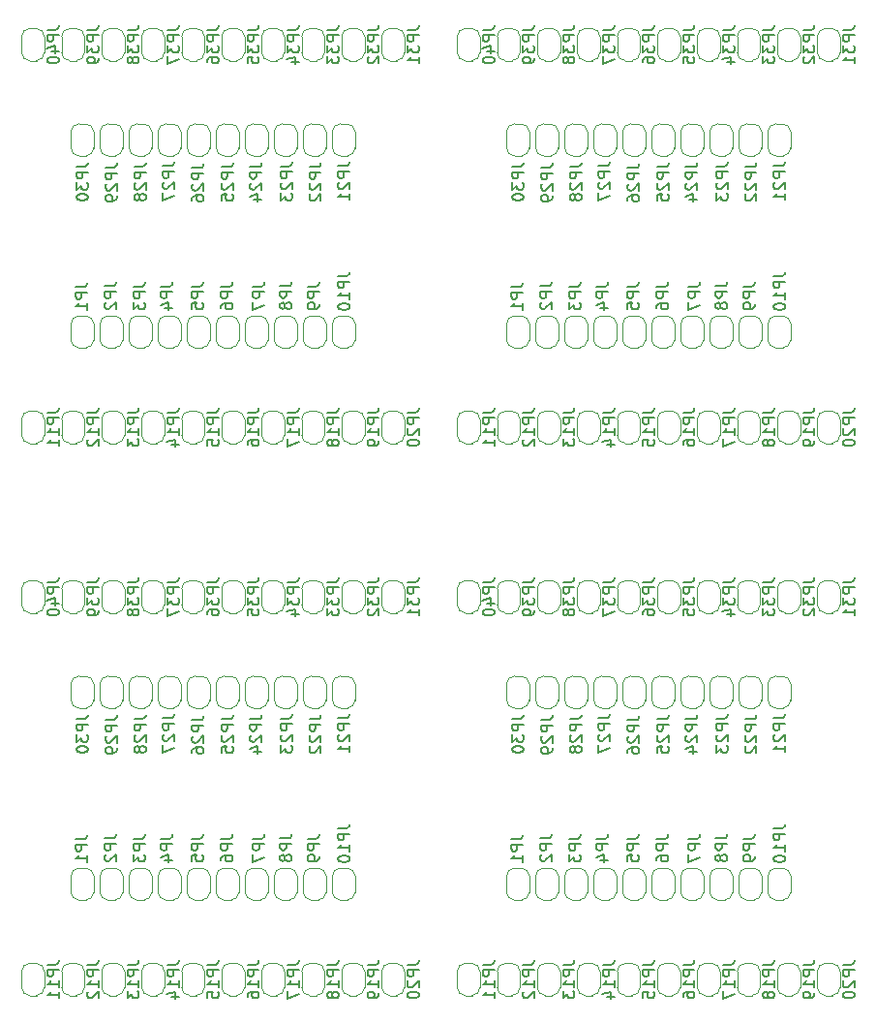
<source format=gbr>
G04 #@! TF.GenerationSoftware,KiCad,Pcbnew,5.1.5+dfsg1-2build2*
G04 #@! TF.CreationDate,2022-09-28T18:38:26-05:00*
G04 #@! TF.ProjectId,,58585858-5858-4585-9858-585858585858,rev?*
G04 #@! TF.SameCoordinates,Original*
G04 #@! TF.FileFunction,Legend,Bot*
G04 #@! TF.FilePolarity,Positive*
%FSLAX46Y46*%
G04 Gerber Fmt 4.6, Leading zero omitted, Abs format (unit mm)*
G04 Created by KiCad (PCBNEW 5.1.5+dfsg1-2build2) date 2022-09-28 18:38:26*
%MOMM*%
%LPD*%
G04 APERTURE LIST*
%ADD10C,0.120000*%
%ADD11C,0.150000*%
G04 APERTURE END LIST*
D10*
X86260760Y-92897320D02*
G75*
G03X85560760Y-92197320I-700000J0D01*
G01*
X84960760Y-92197320D02*
G75*
G03X84260760Y-92897320I0J-700000D01*
G01*
X84260760Y-94297320D02*
G75*
G03X84960760Y-94997320I700000J0D01*
G01*
X85560760Y-94997320D02*
G75*
G03X86260760Y-94297320I0J700000D01*
G01*
X84960760Y-94997320D02*
X85560760Y-94997320D01*
X84260760Y-92897320D02*
X84260760Y-94297320D01*
X85560760Y-92197320D02*
X84960760Y-92197320D01*
X86260760Y-94297320D02*
X86260760Y-92897320D01*
X48160760Y-92897320D02*
G75*
G03X47460760Y-92197320I-700000J0D01*
G01*
X46860760Y-92197320D02*
G75*
G03X46160760Y-92897320I0J-700000D01*
G01*
X46160760Y-94297320D02*
G75*
G03X46860760Y-94997320I700000J0D01*
G01*
X47460760Y-94997320D02*
G75*
G03X48160760Y-94297320I0J700000D01*
G01*
X46860760Y-94997320D02*
X47460760Y-94997320D01*
X46160760Y-92897320D02*
X46160760Y-94297320D01*
X47460760Y-92197320D02*
X46860760Y-92197320D01*
X48160760Y-94297320D02*
X48160760Y-92897320D01*
X86260760Y-44637320D02*
G75*
G03X85560760Y-43937320I-700000J0D01*
G01*
X84960760Y-43937320D02*
G75*
G03X84260760Y-44637320I0J-700000D01*
G01*
X84260760Y-46037320D02*
G75*
G03X84960760Y-46737320I700000J0D01*
G01*
X85560760Y-46737320D02*
G75*
G03X86260760Y-46037320I0J700000D01*
G01*
X84960760Y-46737320D02*
X85560760Y-46737320D01*
X84260760Y-44637320D02*
X84260760Y-46037320D01*
X85560760Y-43937320D02*
X84960760Y-43937320D01*
X86260760Y-46037320D02*
X86260760Y-44637320D01*
X91120760Y-119404320D02*
G75*
G03X91820760Y-120104320I700000J0D01*
G01*
X92420760Y-120104320D02*
G75*
G03X93120760Y-119404320I0J700000D01*
G01*
X93120760Y-118004320D02*
G75*
G03X92420760Y-117304320I-700000J0D01*
G01*
X91820760Y-117304320D02*
G75*
G03X91120760Y-118004320I0J-700000D01*
G01*
X92420760Y-117304320D02*
X91820760Y-117304320D01*
X93120760Y-119404320D02*
X93120760Y-118004320D01*
X91820760Y-120104320D02*
X92420760Y-120104320D01*
X91120760Y-118004320D02*
X91120760Y-119404320D01*
X53020760Y-119404320D02*
G75*
G03X53720760Y-120104320I700000J0D01*
G01*
X54320760Y-120104320D02*
G75*
G03X55020760Y-119404320I0J700000D01*
G01*
X55020760Y-118004320D02*
G75*
G03X54320760Y-117304320I-700000J0D01*
G01*
X53720760Y-117304320D02*
G75*
G03X53020760Y-118004320I0J-700000D01*
G01*
X54320760Y-117304320D02*
X53720760Y-117304320D01*
X55020760Y-119404320D02*
X55020760Y-118004320D01*
X53720760Y-120104320D02*
X54320760Y-120104320D01*
X53020760Y-118004320D02*
X53020760Y-119404320D01*
X91120760Y-71144320D02*
G75*
G03X91820760Y-71844320I700000J0D01*
G01*
X92420760Y-71844320D02*
G75*
G03X93120760Y-71144320I0J700000D01*
G01*
X93120760Y-69744320D02*
G75*
G03X92420760Y-69044320I-700000J0D01*
G01*
X91820760Y-69044320D02*
G75*
G03X91120760Y-69744320I0J-700000D01*
G01*
X92420760Y-69044320D02*
X91820760Y-69044320D01*
X93120760Y-71144320D02*
X93120760Y-69744320D01*
X91820760Y-71844320D02*
X92420760Y-71844320D01*
X91120760Y-69744320D02*
X91120760Y-71144320D01*
X107260760Y-126337320D02*
G75*
G03X106560760Y-125637320I-700000J0D01*
G01*
X105960760Y-125637320D02*
G75*
G03X105260760Y-126337320I0J-700000D01*
G01*
X105260760Y-127737320D02*
G75*
G03X105960760Y-128437320I700000J0D01*
G01*
X106560760Y-128437320D02*
G75*
G03X107260760Y-127737320I0J700000D01*
G01*
X105960760Y-128437320D02*
X106560760Y-128437320D01*
X105260760Y-126337320D02*
X105260760Y-127737320D01*
X106560760Y-125637320D02*
X105960760Y-125637320D01*
X107260760Y-127737320D02*
X107260760Y-126337320D01*
X69160760Y-126337320D02*
G75*
G03X68460760Y-125637320I-700000J0D01*
G01*
X67860760Y-125637320D02*
G75*
G03X67160760Y-126337320I0J-700000D01*
G01*
X67160760Y-127737320D02*
G75*
G03X67860760Y-128437320I700000J0D01*
G01*
X68460760Y-128437320D02*
G75*
G03X69160760Y-127737320I0J700000D01*
G01*
X67860760Y-128437320D02*
X68460760Y-128437320D01*
X67160760Y-126337320D02*
X67160760Y-127737320D01*
X68460760Y-125637320D02*
X67860760Y-125637320D01*
X69160760Y-127737320D02*
X69160760Y-126337320D01*
X107260760Y-78077320D02*
G75*
G03X106560760Y-77377320I-700000J0D01*
G01*
X105960760Y-77377320D02*
G75*
G03X105260760Y-78077320I0J-700000D01*
G01*
X105260760Y-79477320D02*
G75*
G03X105960760Y-80177320I700000J0D01*
G01*
X106560760Y-80177320D02*
G75*
G03X107260760Y-79477320I0J700000D01*
G01*
X105960760Y-80177320D02*
X106560760Y-80177320D01*
X105260760Y-78077320D02*
X105260760Y-79477320D01*
X106560760Y-77377320D02*
X105960760Y-77377320D01*
X107260760Y-79477320D02*
X107260760Y-78077320D01*
X110760760Y-92897320D02*
G75*
G03X110060760Y-92197320I-700000J0D01*
G01*
X109460760Y-92197320D02*
G75*
G03X108760760Y-92897320I0J-700000D01*
G01*
X108760760Y-94297320D02*
G75*
G03X109460760Y-94997320I700000J0D01*
G01*
X110060760Y-94997320D02*
G75*
G03X110760760Y-94297320I0J700000D01*
G01*
X109460760Y-94997320D02*
X110060760Y-94997320D01*
X108760760Y-92897320D02*
X108760760Y-94297320D01*
X110060760Y-92197320D02*
X109460760Y-92197320D01*
X110760760Y-94297320D02*
X110760760Y-92897320D01*
X72660760Y-92897320D02*
G75*
G03X71960760Y-92197320I-700000J0D01*
G01*
X71360760Y-92197320D02*
G75*
G03X70660760Y-92897320I0J-700000D01*
G01*
X70660760Y-94297320D02*
G75*
G03X71360760Y-94997320I700000J0D01*
G01*
X71960760Y-94997320D02*
G75*
G03X72660760Y-94297320I0J700000D01*
G01*
X71360760Y-94997320D02*
X71960760Y-94997320D01*
X70660760Y-92897320D02*
X70660760Y-94297320D01*
X71960760Y-92197320D02*
X71360760Y-92197320D01*
X72660760Y-94297320D02*
X72660760Y-92897320D01*
X110760760Y-44637320D02*
G75*
G03X110060760Y-43937320I-700000J0D01*
G01*
X109460760Y-43937320D02*
G75*
G03X108760760Y-44637320I0J-700000D01*
G01*
X108760760Y-46037320D02*
G75*
G03X109460760Y-46737320I700000J0D01*
G01*
X110060760Y-46737320D02*
G75*
G03X110760760Y-46037320I0J700000D01*
G01*
X109460760Y-46737320D02*
X110060760Y-46737320D01*
X108760760Y-44637320D02*
X108760760Y-46037320D01*
X110060760Y-43937320D02*
X109460760Y-43937320D01*
X110760760Y-46037320D02*
X110760760Y-44637320D01*
X117760760Y-126337320D02*
G75*
G03X117060760Y-125637320I-700000J0D01*
G01*
X116460760Y-125637320D02*
G75*
G03X115760760Y-126337320I0J-700000D01*
G01*
X115760760Y-127737320D02*
G75*
G03X116460760Y-128437320I700000J0D01*
G01*
X117060760Y-128437320D02*
G75*
G03X117760760Y-127737320I0J700000D01*
G01*
X116460760Y-128437320D02*
X117060760Y-128437320D01*
X115760760Y-126337320D02*
X115760760Y-127737320D01*
X117060760Y-125637320D02*
X116460760Y-125637320D01*
X117760760Y-127737320D02*
X117760760Y-126337320D01*
X79660760Y-126337320D02*
G75*
G03X78960760Y-125637320I-700000J0D01*
G01*
X78360760Y-125637320D02*
G75*
G03X77660760Y-126337320I0J-700000D01*
G01*
X77660760Y-127737320D02*
G75*
G03X78360760Y-128437320I700000J0D01*
G01*
X78960760Y-128437320D02*
G75*
G03X79660760Y-127737320I0J700000D01*
G01*
X78360760Y-128437320D02*
X78960760Y-128437320D01*
X77660760Y-126337320D02*
X77660760Y-127737320D01*
X78960760Y-125637320D02*
X78360760Y-125637320D01*
X79660760Y-127737320D02*
X79660760Y-126337320D01*
X117760760Y-78077320D02*
G75*
G03X117060760Y-77377320I-700000J0D01*
G01*
X116460760Y-77377320D02*
G75*
G03X115760760Y-78077320I0J-700000D01*
G01*
X115760760Y-79477320D02*
G75*
G03X116460760Y-80177320I700000J0D01*
G01*
X117060760Y-80177320D02*
G75*
G03X117760760Y-79477320I0J700000D01*
G01*
X116460760Y-80177320D02*
X117060760Y-80177320D01*
X115760760Y-78077320D02*
X115760760Y-79477320D01*
X117060760Y-77377320D02*
X116460760Y-77377320D01*
X117760760Y-79477320D02*
X117760760Y-78077320D01*
X110760760Y-126337320D02*
G75*
G03X110060760Y-125637320I-700000J0D01*
G01*
X109460760Y-125637320D02*
G75*
G03X108760760Y-126337320I0J-700000D01*
G01*
X108760760Y-127737320D02*
G75*
G03X109460760Y-128437320I700000J0D01*
G01*
X110060760Y-128437320D02*
G75*
G03X110760760Y-127737320I0J700000D01*
G01*
X109460760Y-128437320D02*
X110060760Y-128437320D01*
X108760760Y-126337320D02*
X108760760Y-127737320D01*
X110060760Y-125637320D02*
X109460760Y-125637320D01*
X110760760Y-127737320D02*
X110760760Y-126337320D01*
X72660760Y-126337320D02*
G75*
G03X71960760Y-125637320I-700000J0D01*
G01*
X71360760Y-125637320D02*
G75*
G03X70660760Y-126337320I0J-700000D01*
G01*
X70660760Y-127737320D02*
G75*
G03X71360760Y-128437320I700000J0D01*
G01*
X71960760Y-128437320D02*
G75*
G03X72660760Y-127737320I0J700000D01*
G01*
X71360760Y-128437320D02*
X71960760Y-128437320D01*
X70660760Y-126337320D02*
X70660760Y-127737320D01*
X71960760Y-125637320D02*
X71360760Y-125637320D01*
X72660760Y-127737320D02*
X72660760Y-126337320D01*
X110760760Y-78077320D02*
G75*
G03X110060760Y-77377320I-700000J0D01*
G01*
X109460760Y-77377320D02*
G75*
G03X108760760Y-78077320I0J-700000D01*
G01*
X108760760Y-79477320D02*
G75*
G03X109460760Y-80177320I700000J0D01*
G01*
X110060760Y-80177320D02*
G75*
G03X110760760Y-79477320I0J700000D01*
G01*
X109460760Y-80177320D02*
X110060760Y-80177320D01*
X108760760Y-78077320D02*
X108760760Y-79477320D01*
X110060760Y-77377320D02*
X109460760Y-77377320D01*
X110760760Y-79477320D02*
X110760760Y-78077320D01*
X101280760Y-119404320D02*
G75*
G03X101980760Y-120104320I700000J0D01*
G01*
X102580760Y-120104320D02*
G75*
G03X103280760Y-119404320I0J700000D01*
G01*
X103280760Y-118004320D02*
G75*
G03X102580760Y-117304320I-700000J0D01*
G01*
X101980760Y-117304320D02*
G75*
G03X101280760Y-118004320I0J-700000D01*
G01*
X102580760Y-117304320D02*
X101980760Y-117304320D01*
X103280760Y-119404320D02*
X103280760Y-118004320D01*
X101980760Y-120104320D02*
X102580760Y-120104320D01*
X101280760Y-118004320D02*
X101280760Y-119404320D01*
X63180760Y-119404320D02*
G75*
G03X63880760Y-120104320I700000J0D01*
G01*
X64480760Y-120104320D02*
G75*
G03X65180760Y-119404320I0J700000D01*
G01*
X65180760Y-118004320D02*
G75*
G03X64480760Y-117304320I-700000J0D01*
G01*
X63880760Y-117304320D02*
G75*
G03X63180760Y-118004320I0J-700000D01*
G01*
X64480760Y-117304320D02*
X63880760Y-117304320D01*
X65180760Y-119404320D02*
X65180760Y-118004320D01*
X63880760Y-120104320D02*
X64480760Y-120104320D01*
X63180760Y-118004320D02*
X63180760Y-119404320D01*
X101280760Y-71144320D02*
G75*
G03X101980760Y-71844320I700000J0D01*
G01*
X102580760Y-71844320D02*
G75*
G03X103280760Y-71144320I0J700000D01*
G01*
X103280760Y-69744320D02*
G75*
G03X102580760Y-69044320I-700000J0D01*
G01*
X101980760Y-69044320D02*
G75*
G03X101280760Y-69744320I0J-700000D01*
G01*
X102580760Y-69044320D02*
X101980760Y-69044320D01*
X103280760Y-71144320D02*
X103280760Y-69744320D01*
X101980760Y-71844320D02*
X102580760Y-71844320D01*
X101280760Y-69744320D02*
X101280760Y-71144320D01*
X91120760Y-102630320D02*
G75*
G03X91820760Y-103330320I700000J0D01*
G01*
X92420760Y-103330320D02*
G75*
G03X93120760Y-102630320I0J700000D01*
G01*
X93120760Y-101230320D02*
G75*
G03X92420760Y-100530320I-700000J0D01*
G01*
X91820760Y-100530320D02*
G75*
G03X91120760Y-101230320I0J-700000D01*
G01*
X92420760Y-100530320D02*
X91820760Y-100530320D01*
X93120760Y-102630320D02*
X93120760Y-101230320D01*
X91820760Y-103330320D02*
X92420760Y-103330320D01*
X91120760Y-101230320D02*
X91120760Y-102630320D01*
X53020760Y-102630320D02*
G75*
G03X53720760Y-103330320I700000J0D01*
G01*
X54320760Y-103330320D02*
G75*
G03X55020760Y-102630320I0J700000D01*
G01*
X55020760Y-101230320D02*
G75*
G03X54320760Y-100530320I-700000J0D01*
G01*
X53720760Y-100530320D02*
G75*
G03X53020760Y-101230320I0J-700000D01*
G01*
X54320760Y-100530320D02*
X53720760Y-100530320D01*
X55020760Y-102630320D02*
X55020760Y-101230320D01*
X53720760Y-103330320D02*
X54320760Y-103330320D01*
X53020760Y-101230320D02*
X53020760Y-102630320D01*
X91120760Y-54370320D02*
G75*
G03X91820760Y-55070320I700000J0D01*
G01*
X92420760Y-55070320D02*
G75*
G03X93120760Y-54370320I0J700000D01*
G01*
X93120760Y-52970320D02*
G75*
G03X92420760Y-52270320I-700000J0D01*
G01*
X91820760Y-52270320D02*
G75*
G03X91120760Y-52970320I0J-700000D01*
G01*
X92420760Y-52270320D02*
X91820760Y-52270320D01*
X93120760Y-54370320D02*
X93120760Y-52970320D01*
X91820760Y-55070320D02*
X92420760Y-55070320D01*
X91120760Y-52970320D02*
X91120760Y-54370320D01*
X89760760Y-126337320D02*
G75*
G03X89060760Y-125637320I-700000J0D01*
G01*
X88460760Y-125637320D02*
G75*
G03X87760760Y-126337320I0J-700000D01*
G01*
X87760760Y-127737320D02*
G75*
G03X88460760Y-128437320I700000J0D01*
G01*
X89060760Y-128437320D02*
G75*
G03X89760760Y-127737320I0J700000D01*
G01*
X88460760Y-128437320D02*
X89060760Y-128437320D01*
X87760760Y-126337320D02*
X87760760Y-127737320D01*
X89060760Y-125637320D02*
X88460760Y-125637320D01*
X89760760Y-127737320D02*
X89760760Y-126337320D01*
X51660760Y-126337320D02*
G75*
G03X50960760Y-125637320I-700000J0D01*
G01*
X50360760Y-125637320D02*
G75*
G03X49660760Y-126337320I0J-700000D01*
G01*
X49660760Y-127737320D02*
G75*
G03X50360760Y-128437320I700000J0D01*
G01*
X50960760Y-128437320D02*
G75*
G03X51660760Y-127737320I0J700000D01*
G01*
X50360760Y-128437320D02*
X50960760Y-128437320D01*
X49660760Y-126337320D02*
X49660760Y-127737320D01*
X50960760Y-125637320D02*
X50360760Y-125637320D01*
X51660760Y-127737320D02*
X51660760Y-126337320D01*
X89760760Y-78077320D02*
G75*
G03X89060760Y-77377320I-700000J0D01*
G01*
X88460760Y-77377320D02*
G75*
G03X87760760Y-78077320I0J-700000D01*
G01*
X87760760Y-79477320D02*
G75*
G03X88460760Y-80177320I700000J0D01*
G01*
X89060760Y-80177320D02*
G75*
G03X89760760Y-79477320I0J700000D01*
G01*
X88460760Y-80177320D02*
X89060760Y-80177320D01*
X87760760Y-78077320D02*
X87760760Y-79477320D01*
X89060760Y-77377320D02*
X88460760Y-77377320D01*
X89760760Y-79477320D02*
X89760760Y-78077320D01*
X111440760Y-102630320D02*
G75*
G03X112140760Y-103330320I700000J0D01*
G01*
X112740760Y-103330320D02*
G75*
G03X113440760Y-102630320I0J700000D01*
G01*
X113440760Y-101230320D02*
G75*
G03X112740760Y-100530320I-700000J0D01*
G01*
X112140760Y-100530320D02*
G75*
G03X111440760Y-101230320I0J-700000D01*
G01*
X112740760Y-100530320D02*
X112140760Y-100530320D01*
X113440760Y-102630320D02*
X113440760Y-101230320D01*
X112140760Y-103330320D02*
X112740760Y-103330320D01*
X111440760Y-101230320D02*
X111440760Y-102630320D01*
X73340760Y-102630320D02*
G75*
G03X74040760Y-103330320I700000J0D01*
G01*
X74640760Y-103330320D02*
G75*
G03X75340760Y-102630320I0J700000D01*
G01*
X75340760Y-101230320D02*
G75*
G03X74640760Y-100530320I-700000J0D01*
G01*
X74040760Y-100530320D02*
G75*
G03X73340760Y-101230320I0J-700000D01*
G01*
X74640760Y-100530320D02*
X74040760Y-100530320D01*
X75340760Y-102630320D02*
X75340760Y-101230320D01*
X74040760Y-103330320D02*
X74640760Y-103330320D01*
X73340760Y-101230320D02*
X73340760Y-102630320D01*
X111440760Y-54370320D02*
G75*
G03X112140760Y-55070320I700000J0D01*
G01*
X112740760Y-55070320D02*
G75*
G03X113440760Y-54370320I0J700000D01*
G01*
X113440760Y-52970320D02*
G75*
G03X112740760Y-52270320I-700000J0D01*
G01*
X112140760Y-52270320D02*
G75*
G03X111440760Y-52970320I0J-700000D01*
G01*
X112740760Y-52270320D02*
X112140760Y-52270320D01*
X113440760Y-54370320D02*
X113440760Y-52970320D01*
X112140760Y-55070320D02*
X112740760Y-55070320D01*
X111440760Y-52970320D02*
X111440760Y-54370320D01*
X93260760Y-126337320D02*
G75*
G03X92560760Y-125637320I-700000J0D01*
G01*
X91960760Y-125637320D02*
G75*
G03X91260760Y-126337320I0J-700000D01*
G01*
X91260760Y-127737320D02*
G75*
G03X91960760Y-128437320I700000J0D01*
G01*
X92560760Y-128437320D02*
G75*
G03X93260760Y-127737320I0J700000D01*
G01*
X91960760Y-128437320D02*
X92560760Y-128437320D01*
X91260760Y-126337320D02*
X91260760Y-127737320D01*
X92560760Y-125637320D02*
X91960760Y-125637320D01*
X93260760Y-127737320D02*
X93260760Y-126337320D01*
X55160760Y-126337320D02*
G75*
G03X54460760Y-125637320I-700000J0D01*
G01*
X53860760Y-125637320D02*
G75*
G03X53160760Y-126337320I0J-700000D01*
G01*
X53160760Y-127737320D02*
G75*
G03X53860760Y-128437320I700000J0D01*
G01*
X54460760Y-128437320D02*
G75*
G03X55160760Y-127737320I0J700000D01*
G01*
X53860760Y-128437320D02*
X54460760Y-128437320D01*
X53160760Y-126337320D02*
X53160760Y-127737320D01*
X54460760Y-125637320D02*
X53860760Y-125637320D01*
X55160760Y-127737320D02*
X55160760Y-126337320D01*
X93260760Y-78077320D02*
G75*
G03X92560760Y-77377320I-700000J0D01*
G01*
X91960760Y-77377320D02*
G75*
G03X91260760Y-78077320I0J-700000D01*
G01*
X91260760Y-79477320D02*
G75*
G03X91960760Y-80177320I700000J0D01*
G01*
X92560760Y-80177320D02*
G75*
G03X93260760Y-79477320I0J700000D01*
G01*
X91960760Y-80177320D02*
X92560760Y-80177320D01*
X91260760Y-78077320D02*
X91260760Y-79477320D01*
X92560760Y-77377320D02*
X91960760Y-77377320D01*
X93260760Y-79477320D02*
X93260760Y-78077320D01*
X86260760Y-126337320D02*
G75*
G03X85560760Y-125637320I-700000J0D01*
G01*
X84960760Y-125637320D02*
G75*
G03X84260760Y-126337320I0J-700000D01*
G01*
X84260760Y-127737320D02*
G75*
G03X84960760Y-128437320I700000J0D01*
G01*
X85560760Y-128437320D02*
G75*
G03X86260760Y-127737320I0J700000D01*
G01*
X84960760Y-128437320D02*
X85560760Y-128437320D01*
X84260760Y-126337320D02*
X84260760Y-127737320D01*
X85560760Y-125637320D02*
X84960760Y-125637320D01*
X86260760Y-127737320D02*
X86260760Y-126337320D01*
X48160760Y-126337320D02*
G75*
G03X47460760Y-125637320I-700000J0D01*
G01*
X46860760Y-125637320D02*
G75*
G03X46160760Y-126337320I0J-700000D01*
G01*
X46160760Y-127737320D02*
G75*
G03X46860760Y-128437320I700000J0D01*
G01*
X47460760Y-128437320D02*
G75*
G03X48160760Y-127737320I0J700000D01*
G01*
X46860760Y-128437320D02*
X47460760Y-128437320D01*
X46160760Y-126337320D02*
X46160760Y-127737320D01*
X47460760Y-125637320D02*
X46860760Y-125637320D01*
X48160760Y-127737320D02*
X48160760Y-126337320D01*
X86260760Y-78077320D02*
G75*
G03X85560760Y-77377320I-700000J0D01*
G01*
X84960760Y-77377320D02*
G75*
G03X84260760Y-78077320I0J-700000D01*
G01*
X84260760Y-79477320D02*
G75*
G03X84960760Y-80177320I700000J0D01*
G01*
X85560760Y-80177320D02*
G75*
G03X86260760Y-79477320I0J700000D01*
G01*
X84960760Y-80177320D02*
X85560760Y-80177320D01*
X84260760Y-78077320D02*
X84260760Y-79477320D01*
X85560760Y-77377320D02*
X84960760Y-77377320D01*
X86260760Y-79477320D02*
X86260760Y-78077320D01*
X106360760Y-119404320D02*
G75*
G03X107060760Y-120104320I700000J0D01*
G01*
X107660760Y-120104320D02*
G75*
G03X108360760Y-119404320I0J700000D01*
G01*
X108360760Y-118004320D02*
G75*
G03X107660760Y-117304320I-700000J0D01*
G01*
X107060760Y-117304320D02*
G75*
G03X106360760Y-118004320I0J-700000D01*
G01*
X107660760Y-117304320D02*
X107060760Y-117304320D01*
X108360760Y-119404320D02*
X108360760Y-118004320D01*
X107060760Y-120104320D02*
X107660760Y-120104320D01*
X106360760Y-118004320D02*
X106360760Y-119404320D01*
X68260760Y-119404320D02*
G75*
G03X68960760Y-120104320I700000J0D01*
G01*
X69560760Y-120104320D02*
G75*
G03X70260760Y-119404320I0J700000D01*
G01*
X70260760Y-118004320D02*
G75*
G03X69560760Y-117304320I-700000J0D01*
G01*
X68960760Y-117304320D02*
G75*
G03X68260760Y-118004320I0J-700000D01*
G01*
X69560760Y-117304320D02*
X68960760Y-117304320D01*
X70260760Y-119404320D02*
X70260760Y-118004320D01*
X68960760Y-120104320D02*
X69560760Y-120104320D01*
X68260760Y-118004320D02*
X68260760Y-119404320D01*
X106360760Y-71144320D02*
G75*
G03X107060760Y-71844320I700000J0D01*
G01*
X107660760Y-71844320D02*
G75*
G03X108360760Y-71144320I0J700000D01*
G01*
X108360760Y-69744320D02*
G75*
G03X107660760Y-69044320I-700000J0D01*
G01*
X107060760Y-69044320D02*
G75*
G03X106360760Y-69744320I0J-700000D01*
G01*
X107660760Y-69044320D02*
X107060760Y-69044320D01*
X108360760Y-71144320D02*
X108360760Y-69744320D01*
X107060760Y-71844320D02*
X107660760Y-71844320D01*
X106360760Y-69744320D02*
X106360760Y-71144320D01*
X117760760Y-92897320D02*
G75*
G03X117060760Y-92197320I-700000J0D01*
G01*
X116460760Y-92197320D02*
G75*
G03X115760760Y-92897320I0J-700000D01*
G01*
X115760760Y-94297320D02*
G75*
G03X116460760Y-94997320I700000J0D01*
G01*
X117060760Y-94997320D02*
G75*
G03X117760760Y-94297320I0J700000D01*
G01*
X116460760Y-94997320D02*
X117060760Y-94997320D01*
X115760760Y-92897320D02*
X115760760Y-94297320D01*
X117060760Y-92197320D02*
X116460760Y-92197320D01*
X117760760Y-94297320D02*
X117760760Y-92897320D01*
X79660760Y-92897320D02*
G75*
G03X78960760Y-92197320I-700000J0D01*
G01*
X78360760Y-92197320D02*
G75*
G03X77660760Y-92897320I0J-700000D01*
G01*
X77660760Y-94297320D02*
G75*
G03X78360760Y-94997320I700000J0D01*
G01*
X78960760Y-94997320D02*
G75*
G03X79660760Y-94297320I0J700000D01*
G01*
X78360760Y-94997320D02*
X78960760Y-94997320D01*
X77660760Y-92897320D02*
X77660760Y-94297320D01*
X78960760Y-92197320D02*
X78360760Y-92197320D01*
X79660760Y-94297320D02*
X79660760Y-92897320D01*
X117760760Y-44637320D02*
G75*
G03X117060760Y-43937320I-700000J0D01*
G01*
X116460760Y-43937320D02*
G75*
G03X115760760Y-44637320I0J-700000D01*
G01*
X115760760Y-46037320D02*
G75*
G03X116460760Y-46737320I700000J0D01*
G01*
X117060760Y-46737320D02*
G75*
G03X117760760Y-46037320I0J700000D01*
G01*
X116460760Y-46737320D02*
X117060760Y-46737320D01*
X115760760Y-44637320D02*
X115760760Y-46037320D01*
X117060760Y-43937320D02*
X116460760Y-43937320D01*
X117760760Y-46037320D02*
X117760760Y-44637320D01*
X106360760Y-102630320D02*
G75*
G03X107060760Y-103330320I700000J0D01*
G01*
X107660760Y-103330320D02*
G75*
G03X108360760Y-102630320I0J700000D01*
G01*
X108360760Y-101230320D02*
G75*
G03X107660760Y-100530320I-700000J0D01*
G01*
X107060760Y-100530320D02*
G75*
G03X106360760Y-101230320I0J-700000D01*
G01*
X107660760Y-100530320D02*
X107060760Y-100530320D01*
X108360760Y-102630320D02*
X108360760Y-101230320D01*
X107060760Y-103330320D02*
X107660760Y-103330320D01*
X106360760Y-101230320D02*
X106360760Y-102630320D01*
X68260760Y-102630320D02*
G75*
G03X68960760Y-103330320I700000J0D01*
G01*
X69560760Y-103330320D02*
G75*
G03X70260760Y-102630320I0J700000D01*
G01*
X70260760Y-101230320D02*
G75*
G03X69560760Y-100530320I-700000J0D01*
G01*
X68960760Y-100530320D02*
G75*
G03X68260760Y-101230320I0J-700000D01*
G01*
X69560760Y-100530320D02*
X68960760Y-100530320D01*
X70260760Y-102630320D02*
X70260760Y-101230320D01*
X68960760Y-103330320D02*
X69560760Y-103330320D01*
X68260760Y-101230320D02*
X68260760Y-102630320D01*
X106360760Y-54370320D02*
G75*
G03X107060760Y-55070320I700000J0D01*
G01*
X107660760Y-55070320D02*
G75*
G03X108360760Y-54370320I0J700000D01*
G01*
X108360760Y-52970320D02*
G75*
G03X107660760Y-52270320I-700000J0D01*
G01*
X107060760Y-52270320D02*
G75*
G03X106360760Y-52970320I0J-700000D01*
G01*
X107660760Y-52270320D02*
X107060760Y-52270320D01*
X108360760Y-54370320D02*
X108360760Y-52970320D01*
X107060760Y-55070320D02*
X107660760Y-55070320D01*
X106360760Y-52970320D02*
X106360760Y-54370320D01*
X96200760Y-102630320D02*
G75*
G03X96900760Y-103330320I700000J0D01*
G01*
X97500760Y-103330320D02*
G75*
G03X98200760Y-102630320I0J700000D01*
G01*
X98200760Y-101230320D02*
G75*
G03X97500760Y-100530320I-700000J0D01*
G01*
X96900760Y-100530320D02*
G75*
G03X96200760Y-101230320I0J-700000D01*
G01*
X97500760Y-100530320D02*
X96900760Y-100530320D01*
X98200760Y-102630320D02*
X98200760Y-101230320D01*
X96900760Y-103330320D02*
X97500760Y-103330320D01*
X96200760Y-101230320D02*
X96200760Y-102630320D01*
X58100760Y-102630320D02*
G75*
G03X58800760Y-103330320I700000J0D01*
G01*
X59400760Y-103330320D02*
G75*
G03X60100760Y-102630320I0J700000D01*
G01*
X60100760Y-101230320D02*
G75*
G03X59400760Y-100530320I-700000J0D01*
G01*
X58800760Y-100530320D02*
G75*
G03X58100760Y-101230320I0J-700000D01*
G01*
X59400760Y-100530320D02*
X58800760Y-100530320D01*
X60100760Y-102630320D02*
X60100760Y-101230320D01*
X58800760Y-103330320D02*
X59400760Y-103330320D01*
X58100760Y-101230320D02*
X58100760Y-102630320D01*
X96200760Y-54370320D02*
G75*
G03X96900760Y-55070320I700000J0D01*
G01*
X97500760Y-55070320D02*
G75*
G03X98200760Y-54370320I0J700000D01*
G01*
X98200760Y-52970320D02*
G75*
G03X97500760Y-52270320I-700000J0D01*
G01*
X96900760Y-52270320D02*
G75*
G03X96200760Y-52970320I0J-700000D01*
G01*
X97500760Y-52270320D02*
X96900760Y-52270320D01*
X98200760Y-54370320D02*
X98200760Y-52970320D01*
X96900760Y-55070320D02*
X97500760Y-55070320D01*
X96200760Y-52970320D02*
X96200760Y-54370320D01*
X93660760Y-102630320D02*
G75*
G03X94360760Y-103330320I700000J0D01*
G01*
X94960760Y-103330320D02*
G75*
G03X95660760Y-102630320I0J700000D01*
G01*
X95660760Y-101230320D02*
G75*
G03X94960760Y-100530320I-700000J0D01*
G01*
X94360760Y-100530320D02*
G75*
G03X93660760Y-101230320I0J-700000D01*
G01*
X94960760Y-100530320D02*
X94360760Y-100530320D01*
X95660760Y-102630320D02*
X95660760Y-101230320D01*
X94360760Y-103330320D02*
X94960760Y-103330320D01*
X93660760Y-101230320D02*
X93660760Y-102630320D01*
X55560760Y-102630320D02*
G75*
G03X56260760Y-103330320I700000J0D01*
G01*
X56860760Y-103330320D02*
G75*
G03X57560760Y-102630320I0J700000D01*
G01*
X57560760Y-101230320D02*
G75*
G03X56860760Y-100530320I-700000J0D01*
G01*
X56260760Y-100530320D02*
G75*
G03X55560760Y-101230320I0J-700000D01*
G01*
X56860760Y-100530320D02*
X56260760Y-100530320D01*
X57560760Y-102630320D02*
X57560760Y-101230320D01*
X56260760Y-103330320D02*
X56860760Y-103330320D01*
X55560760Y-101230320D02*
X55560760Y-102630320D01*
X93660760Y-54370320D02*
G75*
G03X94360760Y-55070320I700000J0D01*
G01*
X94960760Y-55070320D02*
G75*
G03X95660760Y-54370320I0J700000D01*
G01*
X95660760Y-52970320D02*
G75*
G03X94960760Y-52270320I-700000J0D01*
G01*
X94360760Y-52270320D02*
G75*
G03X93660760Y-52970320I0J-700000D01*
G01*
X94960760Y-52270320D02*
X94360760Y-52270320D01*
X95660760Y-54370320D02*
X95660760Y-52970320D01*
X94360760Y-55070320D02*
X94960760Y-55070320D01*
X93660760Y-52970320D02*
X93660760Y-54370320D01*
X101280760Y-102630320D02*
G75*
G03X101980760Y-103330320I700000J0D01*
G01*
X102580760Y-103330320D02*
G75*
G03X103280760Y-102630320I0J700000D01*
G01*
X103280760Y-101230320D02*
G75*
G03X102580760Y-100530320I-700000J0D01*
G01*
X101980760Y-100530320D02*
G75*
G03X101280760Y-101230320I0J-700000D01*
G01*
X102580760Y-100530320D02*
X101980760Y-100530320D01*
X103280760Y-102630320D02*
X103280760Y-101230320D01*
X101980760Y-103330320D02*
X102580760Y-103330320D01*
X101280760Y-101230320D02*
X101280760Y-102630320D01*
X63180760Y-102630320D02*
G75*
G03X63880760Y-103330320I700000J0D01*
G01*
X64480760Y-103330320D02*
G75*
G03X65180760Y-102630320I0J700000D01*
G01*
X65180760Y-101230320D02*
G75*
G03X64480760Y-100530320I-700000J0D01*
G01*
X63880760Y-100530320D02*
G75*
G03X63180760Y-101230320I0J-700000D01*
G01*
X64480760Y-100530320D02*
X63880760Y-100530320D01*
X65180760Y-102630320D02*
X65180760Y-101230320D01*
X63880760Y-103330320D02*
X64480760Y-103330320D01*
X63180760Y-101230320D02*
X63180760Y-102630320D01*
X101280760Y-54370320D02*
G75*
G03X101980760Y-55070320I700000J0D01*
G01*
X102580760Y-55070320D02*
G75*
G03X103280760Y-54370320I0J700000D01*
G01*
X103280760Y-52970320D02*
G75*
G03X102580760Y-52270320I-700000J0D01*
G01*
X101980760Y-52270320D02*
G75*
G03X101280760Y-52970320I0J-700000D01*
G01*
X102580760Y-52270320D02*
X101980760Y-52270320D01*
X103280760Y-54370320D02*
X103280760Y-52970320D01*
X101980760Y-55070320D02*
X102580760Y-55070320D01*
X101280760Y-52970320D02*
X101280760Y-54370320D01*
X103820760Y-119404320D02*
G75*
G03X104520760Y-120104320I700000J0D01*
G01*
X105120760Y-120104320D02*
G75*
G03X105820760Y-119404320I0J700000D01*
G01*
X105820760Y-118004320D02*
G75*
G03X105120760Y-117304320I-700000J0D01*
G01*
X104520760Y-117304320D02*
G75*
G03X103820760Y-118004320I0J-700000D01*
G01*
X105120760Y-117304320D02*
X104520760Y-117304320D01*
X105820760Y-119404320D02*
X105820760Y-118004320D01*
X104520760Y-120104320D02*
X105120760Y-120104320D01*
X103820760Y-118004320D02*
X103820760Y-119404320D01*
X65720760Y-119404320D02*
G75*
G03X66420760Y-120104320I700000J0D01*
G01*
X67020760Y-120104320D02*
G75*
G03X67720760Y-119404320I0J700000D01*
G01*
X67720760Y-118004320D02*
G75*
G03X67020760Y-117304320I-700000J0D01*
G01*
X66420760Y-117304320D02*
G75*
G03X65720760Y-118004320I0J-700000D01*
G01*
X67020760Y-117304320D02*
X66420760Y-117304320D01*
X67720760Y-119404320D02*
X67720760Y-118004320D01*
X66420760Y-120104320D02*
X67020760Y-120104320D01*
X65720760Y-118004320D02*
X65720760Y-119404320D01*
X103820760Y-71144320D02*
G75*
G03X104520760Y-71844320I700000J0D01*
G01*
X105120760Y-71844320D02*
G75*
G03X105820760Y-71144320I0J700000D01*
G01*
X105820760Y-69744320D02*
G75*
G03X105120760Y-69044320I-700000J0D01*
G01*
X104520760Y-69044320D02*
G75*
G03X103820760Y-69744320I0J-700000D01*
G01*
X105120760Y-69044320D02*
X104520760Y-69044320D01*
X105820760Y-71144320D02*
X105820760Y-69744320D01*
X104520760Y-71844320D02*
X105120760Y-71844320D01*
X103820760Y-69744320D02*
X103820760Y-71144320D01*
X98740760Y-119404320D02*
G75*
G03X99440760Y-120104320I700000J0D01*
G01*
X100040760Y-120104320D02*
G75*
G03X100740760Y-119404320I0J700000D01*
G01*
X100740760Y-118004320D02*
G75*
G03X100040760Y-117304320I-700000J0D01*
G01*
X99440760Y-117304320D02*
G75*
G03X98740760Y-118004320I0J-700000D01*
G01*
X100040760Y-117304320D02*
X99440760Y-117304320D01*
X100740760Y-119404320D02*
X100740760Y-118004320D01*
X99440760Y-120104320D02*
X100040760Y-120104320D01*
X98740760Y-118004320D02*
X98740760Y-119404320D01*
X60640760Y-119404320D02*
G75*
G03X61340760Y-120104320I700000J0D01*
G01*
X61940760Y-120104320D02*
G75*
G03X62640760Y-119404320I0J700000D01*
G01*
X62640760Y-118004320D02*
G75*
G03X61940760Y-117304320I-700000J0D01*
G01*
X61340760Y-117304320D02*
G75*
G03X60640760Y-118004320I0J-700000D01*
G01*
X61940760Y-117304320D02*
X61340760Y-117304320D01*
X62640760Y-119404320D02*
X62640760Y-118004320D01*
X61340760Y-120104320D02*
X61940760Y-120104320D01*
X60640760Y-118004320D02*
X60640760Y-119404320D01*
X98740760Y-71144320D02*
G75*
G03X99440760Y-71844320I700000J0D01*
G01*
X100040760Y-71844320D02*
G75*
G03X100740760Y-71144320I0J700000D01*
G01*
X100740760Y-69744320D02*
G75*
G03X100040760Y-69044320I-700000J0D01*
G01*
X99440760Y-69044320D02*
G75*
G03X98740760Y-69744320I0J-700000D01*
G01*
X100040760Y-69044320D02*
X99440760Y-69044320D01*
X100740760Y-71144320D02*
X100740760Y-69744320D01*
X99440760Y-71844320D02*
X100040760Y-71844320D01*
X98740760Y-69744320D02*
X98740760Y-71144320D01*
X114260760Y-92897320D02*
G75*
G03X113560760Y-92197320I-700000J0D01*
G01*
X112960760Y-92197320D02*
G75*
G03X112260760Y-92897320I0J-700000D01*
G01*
X112260760Y-94297320D02*
G75*
G03X112960760Y-94997320I700000J0D01*
G01*
X113560760Y-94997320D02*
G75*
G03X114260760Y-94297320I0J700000D01*
G01*
X112960760Y-94997320D02*
X113560760Y-94997320D01*
X112260760Y-92897320D02*
X112260760Y-94297320D01*
X113560760Y-92197320D02*
X112960760Y-92197320D01*
X114260760Y-94297320D02*
X114260760Y-92897320D01*
X76160760Y-92897320D02*
G75*
G03X75460760Y-92197320I-700000J0D01*
G01*
X74860760Y-92197320D02*
G75*
G03X74160760Y-92897320I0J-700000D01*
G01*
X74160760Y-94297320D02*
G75*
G03X74860760Y-94997320I700000J0D01*
G01*
X75460760Y-94997320D02*
G75*
G03X76160760Y-94297320I0J700000D01*
G01*
X74860760Y-94997320D02*
X75460760Y-94997320D01*
X74160760Y-92897320D02*
X74160760Y-94297320D01*
X75460760Y-92197320D02*
X74860760Y-92197320D01*
X76160760Y-94297320D02*
X76160760Y-92897320D01*
X114260760Y-44637320D02*
G75*
G03X113560760Y-43937320I-700000J0D01*
G01*
X112960760Y-43937320D02*
G75*
G03X112260760Y-44637320I0J-700000D01*
G01*
X112260760Y-46037320D02*
G75*
G03X112960760Y-46737320I700000J0D01*
G01*
X113560760Y-46737320D02*
G75*
G03X114260760Y-46037320I0J700000D01*
G01*
X112960760Y-46737320D02*
X113560760Y-46737320D01*
X112260760Y-44637320D02*
X112260760Y-46037320D01*
X113560760Y-43937320D02*
X112960760Y-43937320D01*
X114260760Y-46037320D02*
X114260760Y-44637320D01*
X114260760Y-126337320D02*
G75*
G03X113560760Y-125637320I-700000J0D01*
G01*
X112960760Y-125637320D02*
G75*
G03X112260760Y-126337320I0J-700000D01*
G01*
X112260760Y-127737320D02*
G75*
G03X112960760Y-128437320I700000J0D01*
G01*
X113560760Y-128437320D02*
G75*
G03X114260760Y-127737320I0J700000D01*
G01*
X112960760Y-128437320D02*
X113560760Y-128437320D01*
X112260760Y-126337320D02*
X112260760Y-127737320D01*
X113560760Y-125637320D02*
X112960760Y-125637320D01*
X114260760Y-127737320D02*
X114260760Y-126337320D01*
X76160760Y-126337320D02*
G75*
G03X75460760Y-125637320I-700000J0D01*
G01*
X74860760Y-125637320D02*
G75*
G03X74160760Y-126337320I0J-700000D01*
G01*
X74160760Y-127737320D02*
G75*
G03X74860760Y-128437320I700000J0D01*
G01*
X75460760Y-128437320D02*
G75*
G03X76160760Y-127737320I0J700000D01*
G01*
X74860760Y-128437320D02*
X75460760Y-128437320D01*
X74160760Y-126337320D02*
X74160760Y-127737320D01*
X75460760Y-125637320D02*
X74860760Y-125637320D01*
X76160760Y-127737320D02*
X76160760Y-126337320D01*
X114260760Y-78077320D02*
G75*
G03X113560760Y-77377320I-700000J0D01*
G01*
X112960760Y-77377320D02*
G75*
G03X112260760Y-78077320I0J-700000D01*
G01*
X112260760Y-79477320D02*
G75*
G03X112960760Y-80177320I700000J0D01*
G01*
X113560760Y-80177320D02*
G75*
G03X114260760Y-79477320I0J700000D01*
G01*
X112960760Y-80177320D02*
X113560760Y-80177320D01*
X112260760Y-78077320D02*
X112260760Y-79477320D01*
X113560760Y-77377320D02*
X112960760Y-77377320D01*
X114260760Y-79477320D02*
X114260760Y-78077320D01*
X103760760Y-126337320D02*
G75*
G03X103060760Y-125637320I-700000J0D01*
G01*
X102460760Y-125637320D02*
G75*
G03X101760760Y-126337320I0J-700000D01*
G01*
X101760760Y-127737320D02*
G75*
G03X102460760Y-128437320I700000J0D01*
G01*
X103060760Y-128437320D02*
G75*
G03X103760760Y-127737320I0J700000D01*
G01*
X102460760Y-128437320D02*
X103060760Y-128437320D01*
X101760760Y-126337320D02*
X101760760Y-127737320D01*
X103060760Y-125637320D02*
X102460760Y-125637320D01*
X103760760Y-127737320D02*
X103760760Y-126337320D01*
X65660760Y-126337320D02*
G75*
G03X64960760Y-125637320I-700000J0D01*
G01*
X64360760Y-125637320D02*
G75*
G03X63660760Y-126337320I0J-700000D01*
G01*
X63660760Y-127737320D02*
G75*
G03X64360760Y-128437320I700000J0D01*
G01*
X64960760Y-128437320D02*
G75*
G03X65660760Y-127737320I0J700000D01*
G01*
X64360760Y-128437320D02*
X64960760Y-128437320D01*
X63660760Y-126337320D02*
X63660760Y-127737320D01*
X64960760Y-125637320D02*
X64360760Y-125637320D01*
X65660760Y-127737320D02*
X65660760Y-126337320D01*
X103760760Y-78077320D02*
G75*
G03X103060760Y-77377320I-700000J0D01*
G01*
X102460760Y-77377320D02*
G75*
G03X101760760Y-78077320I0J-700000D01*
G01*
X101760760Y-79477320D02*
G75*
G03X102460760Y-80177320I700000J0D01*
G01*
X103060760Y-80177320D02*
G75*
G03X103760760Y-79477320I0J700000D01*
G01*
X102460760Y-80177320D02*
X103060760Y-80177320D01*
X101760760Y-78077320D02*
X101760760Y-79477320D01*
X103060760Y-77377320D02*
X102460760Y-77377320D01*
X103760760Y-79477320D02*
X103760760Y-78077320D01*
X103820760Y-102630320D02*
G75*
G03X104520760Y-103330320I700000J0D01*
G01*
X105120760Y-103330320D02*
G75*
G03X105820760Y-102630320I0J700000D01*
G01*
X105820760Y-101230320D02*
G75*
G03X105120760Y-100530320I-700000J0D01*
G01*
X104520760Y-100530320D02*
G75*
G03X103820760Y-101230320I0J-700000D01*
G01*
X105120760Y-100530320D02*
X104520760Y-100530320D01*
X105820760Y-102630320D02*
X105820760Y-101230320D01*
X104520760Y-103330320D02*
X105120760Y-103330320D01*
X103820760Y-101230320D02*
X103820760Y-102630320D01*
X65720760Y-102630320D02*
G75*
G03X66420760Y-103330320I700000J0D01*
G01*
X67020760Y-103330320D02*
G75*
G03X67720760Y-102630320I0J700000D01*
G01*
X67720760Y-101230320D02*
G75*
G03X67020760Y-100530320I-700000J0D01*
G01*
X66420760Y-100530320D02*
G75*
G03X65720760Y-101230320I0J-700000D01*
G01*
X67020760Y-100530320D02*
X66420760Y-100530320D01*
X67720760Y-102630320D02*
X67720760Y-101230320D01*
X66420760Y-103330320D02*
X67020760Y-103330320D01*
X65720760Y-101230320D02*
X65720760Y-102630320D01*
X103820760Y-54370320D02*
G75*
G03X104520760Y-55070320I700000J0D01*
G01*
X105120760Y-55070320D02*
G75*
G03X105820760Y-54370320I0J700000D01*
G01*
X105820760Y-52970320D02*
G75*
G03X105120760Y-52270320I-700000J0D01*
G01*
X104520760Y-52270320D02*
G75*
G03X103820760Y-52970320I0J-700000D01*
G01*
X105120760Y-52270320D02*
X104520760Y-52270320D01*
X105820760Y-54370320D02*
X105820760Y-52970320D01*
X104520760Y-55070320D02*
X105120760Y-55070320D01*
X103820760Y-52970320D02*
X103820760Y-54370320D01*
X108900760Y-119404320D02*
G75*
G03X109600760Y-120104320I700000J0D01*
G01*
X110200760Y-120104320D02*
G75*
G03X110900760Y-119404320I0J700000D01*
G01*
X110900760Y-118004320D02*
G75*
G03X110200760Y-117304320I-700000J0D01*
G01*
X109600760Y-117304320D02*
G75*
G03X108900760Y-118004320I0J-700000D01*
G01*
X110200760Y-117304320D02*
X109600760Y-117304320D01*
X110900760Y-119404320D02*
X110900760Y-118004320D01*
X109600760Y-120104320D02*
X110200760Y-120104320D01*
X108900760Y-118004320D02*
X108900760Y-119404320D01*
X70800760Y-119404320D02*
G75*
G03X71500760Y-120104320I700000J0D01*
G01*
X72100760Y-120104320D02*
G75*
G03X72800760Y-119404320I0J700000D01*
G01*
X72800760Y-118004320D02*
G75*
G03X72100760Y-117304320I-700000J0D01*
G01*
X71500760Y-117304320D02*
G75*
G03X70800760Y-118004320I0J-700000D01*
G01*
X72100760Y-117304320D02*
X71500760Y-117304320D01*
X72800760Y-119404320D02*
X72800760Y-118004320D01*
X71500760Y-120104320D02*
X72100760Y-120104320D01*
X70800760Y-118004320D02*
X70800760Y-119404320D01*
X108900760Y-71144320D02*
G75*
G03X109600760Y-71844320I700000J0D01*
G01*
X110200760Y-71844320D02*
G75*
G03X110900760Y-71144320I0J700000D01*
G01*
X110900760Y-69744320D02*
G75*
G03X110200760Y-69044320I-700000J0D01*
G01*
X109600760Y-69044320D02*
G75*
G03X108900760Y-69744320I0J-700000D01*
G01*
X110200760Y-69044320D02*
X109600760Y-69044320D01*
X110900760Y-71144320D02*
X110900760Y-69744320D01*
X109600760Y-71844320D02*
X110200760Y-71844320D01*
X108900760Y-69744320D02*
X108900760Y-71144320D01*
X111440760Y-119404320D02*
G75*
G03X112140760Y-120104320I700000J0D01*
G01*
X112740760Y-120104320D02*
G75*
G03X113440760Y-119404320I0J700000D01*
G01*
X113440760Y-118004320D02*
G75*
G03X112740760Y-117304320I-700000J0D01*
G01*
X112140760Y-117304320D02*
G75*
G03X111440760Y-118004320I0J-700000D01*
G01*
X112740760Y-117304320D02*
X112140760Y-117304320D01*
X113440760Y-119404320D02*
X113440760Y-118004320D01*
X112140760Y-120104320D02*
X112740760Y-120104320D01*
X111440760Y-118004320D02*
X111440760Y-119404320D01*
X73340760Y-119404320D02*
G75*
G03X74040760Y-120104320I700000J0D01*
G01*
X74640760Y-120104320D02*
G75*
G03X75340760Y-119404320I0J700000D01*
G01*
X75340760Y-118004320D02*
G75*
G03X74640760Y-117304320I-700000J0D01*
G01*
X74040760Y-117304320D02*
G75*
G03X73340760Y-118004320I0J-700000D01*
G01*
X74640760Y-117304320D02*
X74040760Y-117304320D01*
X75340760Y-119404320D02*
X75340760Y-118004320D01*
X74040760Y-120104320D02*
X74640760Y-120104320D01*
X73340760Y-118004320D02*
X73340760Y-119404320D01*
X111440760Y-71144320D02*
G75*
G03X112140760Y-71844320I700000J0D01*
G01*
X112740760Y-71844320D02*
G75*
G03X113440760Y-71144320I0J700000D01*
G01*
X113440760Y-69744320D02*
G75*
G03X112740760Y-69044320I-700000J0D01*
G01*
X112140760Y-69044320D02*
G75*
G03X111440760Y-69744320I0J-700000D01*
G01*
X112740760Y-69044320D02*
X112140760Y-69044320D01*
X113440760Y-71144320D02*
X113440760Y-69744320D01*
X112140760Y-71844320D02*
X112740760Y-71844320D01*
X111440760Y-69744320D02*
X111440760Y-71144320D01*
X108900760Y-102630320D02*
G75*
G03X109600760Y-103330320I700000J0D01*
G01*
X110200760Y-103330320D02*
G75*
G03X110900760Y-102630320I0J700000D01*
G01*
X110900760Y-101230320D02*
G75*
G03X110200760Y-100530320I-700000J0D01*
G01*
X109600760Y-100530320D02*
G75*
G03X108900760Y-101230320I0J-700000D01*
G01*
X110200760Y-100530320D02*
X109600760Y-100530320D01*
X110900760Y-102630320D02*
X110900760Y-101230320D01*
X109600760Y-103330320D02*
X110200760Y-103330320D01*
X108900760Y-101230320D02*
X108900760Y-102630320D01*
X70800760Y-102630320D02*
G75*
G03X71500760Y-103330320I700000J0D01*
G01*
X72100760Y-103330320D02*
G75*
G03X72800760Y-102630320I0J700000D01*
G01*
X72800760Y-101230320D02*
G75*
G03X72100760Y-100530320I-700000J0D01*
G01*
X71500760Y-100530320D02*
G75*
G03X70800760Y-101230320I0J-700000D01*
G01*
X72100760Y-100530320D02*
X71500760Y-100530320D01*
X72800760Y-102630320D02*
X72800760Y-101230320D01*
X71500760Y-103330320D02*
X72100760Y-103330320D01*
X70800760Y-101230320D02*
X70800760Y-102630320D01*
X108900760Y-54370320D02*
G75*
G03X109600760Y-55070320I700000J0D01*
G01*
X110200760Y-55070320D02*
G75*
G03X110900760Y-54370320I0J700000D01*
G01*
X110900760Y-52970320D02*
G75*
G03X110200760Y-52270320I-700000J0D01*
G01*
X109600760Y-52270320D02*
G75*
G03X108900760Y-52970320I0J-700000D01*
G01*
X110200760Y-52270320D02*
X109600760Y-52270320D01*
X110900760Y-54370320D02*
X110900760Y-52970320D01*
X109600760Y-55070320D02*
X110200760Y-55070320D01*
X108900760Y-52970320D02*
X108900760Y-54370320D01*
X100260760Y-126337320D02*
G75*
G03X99560760Y-125637320I-700000J0D01*
G01*
X98960760Y-125637320D02*
G75*
G03X98260760Y-126337320I0J-700000D01*
G01*
X98260760Y-127737320D02*
G75*
G03X98960760Y-128437320I700000J0D01*
G01*
X99560760Y-128437320D02*
G75*
G03X100260760Y-127737320I0J700000D01*
G01*
X98960760Y-128437320D02*
X99560760Y-128437320D01*
X98260760Y-126337320D02*
X98260760Y-127737320D01*
X99560760Y-125637320D02*
X98960760Y-125637320D01*
X100260760Y-127737320D02*
X100260760Y-126337320D01*
X62160760Y-126337320D02*
G75*
G03X61460760Y-125637320I-700000J0D01*
G01*
X60860760Y-125637320D02*
G75*
G03X60160760Y-126337320I0J-700000D01*
G01*
X60160760Y-127737320D02*
G75*
G03X60860760Y-128437320I700000J0D01*
G01*
X61460760Y-128437320D02*
G75*
G03X62160760Y-127737320I0J700000D01*
G01*
X60860760Y-128437320D02*
X61460760Y-128437320D01*
X60160760Y-126337320D02*
X60160760Y-127737320D01*
X61460760Y-125637320D02*
X60860760Y-125637320D01*
X62160760Y-127737320D02*
X62160760Y-126337320D01*
X100260760Y-78077320D02*
G75*
G03X99560760Y-77377320I-700000J0D01*
G01*
X98960760Y-77377320D02*
G75*
G03X98260760Y-78077320I0J-700000D01*
G01*
X98260760Y-79477320D02*
G75*
G03X98960760Y-80177320I700000J0D01*
G01*
X99560760Y-80177320D02*
G75*
G03X100260760Y-79477320I0J700000D01*
G01*
X98960760Y-80177320D02*
X99560760Y-80177320D01*
X98260760Y-78077320D02*
X98260760Y-79477320D01*
X99560760Y-77377320D02*
X98960760Y-77377320D01*
X100260760Y-79477320D02*
X100260760Y-78077320D01*
X96760760Y-126337320D02*
G75*
G03X96060760Y-125637320I-700000J0D01*
G01*
X95460760Y-125637320D02*
G75*
G03X94760760Y-126337320I0J-700000D01*
G01*
X94760760Y-127737320D02*
G75*
G03X95460760Y-128437320I700000J0D01*
G01*
X96060760Y-128437320D02*
G75*
G03X96760760Y-127737320I0J700000D01*
G01*
X95460760Y-128437320D02*
X96060760Y-128437320D01*
X94760760Y-126337320D02*
X94760760Y-127737320D01*
X96060760Y-125637320D02*
X95460760Y-125637320D01*
X96760760Y-127737320D02*
X96760760Y-126337320D01*
X58660760Y-126337320D02*
G75*
G03X57960760Y-125637320I-700000J0D01*
G01*
X57360760Y-125637320D02*
G75*
G03X56660760Y-126337320I0J-700000D01*
G01*
X56660760Y-127737320D02*
G75*
G03X57360760Y-128437320I700000J0D01*
G01*
X57960760Y-128437320D02*
G75*
G03X58660760Y-127737320I0J700000D01*
G01*
X57360760Y-128437320D02*
X57960760Y-128437320D01*
X56660760Y-126337320D02*
X56660760Y-127737320D01*
X57960760Y-125637320D02*
X57360760Y-125637320D01*
X58660760Y-127737320D02*
X58660760Y-126337320D01*
X96760760Y-78077320D02*
G75*
G03X96060760Y-77377320I-700000J0D01*
G01*
X95460760Y-77377320D02*
G75*
G03X94760760Y-78077320I0J-700000D01*
G01*
X94760760Y-79477320D02*
G75*
G03X95460760Y-80177320I700000J0D01*
G01*
X96060760Y-80177320D02*
G75*
G03X96760760Y-79477320I0J700000D01*
G01*
X95460760Y-80177320D02*
X96060760Y-80177320D01*
X94760760Y-78077320D02*
X94760760Y-79477320D01*
X96060760Y-77377320D02*
X95460760Y-77377320D01*
X96760760Y-79477320D02*
X96760760Y-78077320D01*
X89760760Y-92897320D02*
G75*
G03X89060760Y-92197320I-700000J0D01*
G01*
X88460760Y-92197320D02*
G75*
G03X87760760Y-92897320I0J-700000D01*
G01*
X87760760Y-94297320D02*
G75*
G03X88460760Y-94997320I700000J0D01*
G01*
X89060760Y-94997320D02*
G75*
G03X89760760Y-94297320I0J700000D01*
G01*
X88460760Y-94997320D02*
X89060760Y-94997320D01*
X87760760Y-92897320D02*
X87760760Y-94297320D01*
X89060760Y-92197320D02*
X88460760Y-92197320D01*
X89760760Y-94297320D02*
X89760760Y-92897320D01*
X51660760Y-92897320D02*
G75*
G03X50960760Y-92197320I-700000J0D01*
G01*
X50360760Y-92197320D02*
G75*
G03X49660760Y-92897320I0J-700000D01*
G01*
X49660760Y-94297320D02*
G75*
G03X50360760Y-94997320I700000J0D01*
G01*
X50960760Y-94997320D02*
G75*
G03X51660760Y-94297320I0J700000D01*
G01*
X50360760Y-94997320D02*
X50960760Y-94997320D01*
X49660760Y-92897320D02*
X49660760Y-94297320D01*
X50960760Y-92197320D02*
X50360760Y-92197320D01*
X51660760Y-94297320D02*
X51660760Y-92897320D01*
X89760760Y-44637320D02*
G75*
G03X89060760Y-43937320I-700000J0D01*
G01*
X88460760Y-43937320D02*
G75*
G03X87760760Y-44637320I0J-700000D01*
G01*
X87760760Y-46037320D02*
G75*
G03X88460760Y-46737320I700000J0D01*
G01*
X89060760Y-46737320D02*
G75*
G03X89760760Y-46037320I0J700000D01*
G01*
X88460760Y-46737320D02*
X89060760Y-46737320D01*
X87760760Y-44637320D02*
X87760760Y-46037320D01*
X89060760Y-43937320D02*
X88460760Y-43937320D01*
X89760760Y-46037320D02*
X89760760Y-44637320D01*
X93660760Y-119404320D02*
G75*
G03X94360760Y-120104320I700000J0D01*
G01*
X94960760Y-120104320D02*
G75*
G03X95660760Y-119404320I0J700000D01*
G01*
X95660760Y-118004320D02*
G75*
G03X94960760Y-117304320I-700000J0D01*
G01*
X94360760Y-117304320D02*
G75*
G03X93660760Y-118004320I0J-700000D01*
G01*
X94960760Y-117304320D02*
X94360760Y-117304320D01*
X95660760Y-119404320D02*
X95660760Y-118004320D01*
X94360760Y-120104320D02*
X94960760Y-120104320D01*
X93660760Y-118004320D02*
X93660760Y-119404320D01*
X55560760Y-119404320D02*
G75*
G03X56260760Y-120104320I700000J0D01*
G01*
X56860760Y-120104320D02*
G75*
G03X57560760Y-119404320I0J700000D01*
G01*
X57560760Y-118004320D02*
G75*
G03X56860760Y-117304320I-700000J0D01*
G01*
X56260760Y-117304320D02*
G75*
G03X55560760Y-118004320I0J-700000D01*
G01*
X56860760Y-117304320D02*
X56260760Y-117304320D01*
X57560760Y-119404320D02*
X57560760Y-118004320D01*
X56260760Y-120104320D02*
X56860760Y-120104320D01*
X55560760Y-118004320D02*
X55560760Y-119404320D01*
X93660760Y-71144320D02*
G75*
G03X94360760Y-71844320I700000J0D01*
G01*
X94960760Y-71844320D02*
G75*
G03X95660760Y-71144320I0J700000D01*
G01*
X95660760Y-69744320D02*
G75*
G03X94960760Y-69044320I-700000J0D01*
G01*
X94360760Y-69044320D02*
G75*
G03X93660760Y-69744320I0J-700000D01*
G01*
X94960760Y-69044320D02*
X94360760Y-69044320D01*
X95660760Y-71144320D02*
X95660760Y-69744320D01*
X94360760Y-71844320D02*
X94960760Y-71844320D01*
X93660760Y-69744320D02*
X93660760Y-71144320D01*
X98740760Y-102630320D02*
G75*
G03X99440760Y-103330320I700000J0D01*
G01*
X100040760Y-103330320D02*
G75*
G03X100740760Y-102630320I0J700000D01*
G01*
X100740760Y-101230320D02*
G75*
G03X100040760Y-100530320I-700000J0D01*
G01*
X99440760Y-100530320D02*
G75*
G03X98740760Y-101230320I0J-700000D01*
G01*
X100040760Y-100530320D02*
X99440760Y-100530320D01*
X100740760Y-102630320D02*
X100740760Y-101230320D01*
X99440760Y-103330320D02*
X100040760Y-103330320D01*
X98740760Y-101230320D02*
X98740760Y-102630320D01*
X60640760Y-102630320D02*
G75*
G03X61340760Y-103330320I700000J0D01*
G01*
X61940760Y-103330320D02*
G75*
G03X62640760Y-102630320I0J700000D01*
G01*
X62640760Y-101230320D02*
G75*
G03X61940760Y-100530320I-700000J0D01*
G01*
X61340760Y-100530320D02*
G75*
G03X60640760Y-101230320I0J-700000D01*
G01*
X61940760Y-100530320D02*
X61340760Y-100530320D01*
X62640760Y-102630320D02*
X62640760Y-101230320D01*
X61340760Y-103330320D02*
X61940760Y-103330320D01*
X60640760Y-101230320D02*
X60640760Y-102630320D01*
X98740760Y-54370320D02*
G75*
G03X99440760Y-55070320I700000J0D01*
G01*
X100040760Y-55070320D02*
G75*
G03X100740760Y-54370320I0J700000D01*
G01*
X100740760Y-52970320D02*
G75*
G03X100040760Y-52270320I-700000J0D01*
G01*
X99440760Y-52270320D02*
G75*
G03X98740760Y-52970320I0J-700000D01*
G01*
X100040760Y-52270320D02*
X99440760Y-52270320D01*
X100740760Y-54370320D02*
X100740760Y-52970320D01*
X99440760Y-55070320D02*
X100040760Y-55070320D01*
X98740760Y-52970320D02*
X98740760Y-54370320D01*
X88580760Y-102630320D02*
G75*
G03X89280760Y-103330320I700000J0D01*
G01*
X89880760Y-103330320D02*
G75*
G03X90580760Y-102630320I0J700000D01*
G01*
X90580760Y-101230320D02*
G75*
G03X89880760Y-100530320I-700000J0D01*
G01*
X89280760Y-100530320D02*
G75*
G03X88580760Y-101230320I0J-700000D01*
G01*
X89880760Y-100530320D02*
X89280760Y-100530320D01*
X90580760Y-102630320D02*
X90580760Y-101230320D01*
X89280760Y-103330320D02*
X89880760Y-103330320D01*
X88580760Y-101230320D02*
X88580760Y-102630320D01*
X50480760Y-102630320D02*
G75*
G03X51180760Y-103330320I700000J0D01*
G01*
X51780760Y-103330320D02*
G75*
G03X52480760Y-102630320I0J700000D01*
G01*
X52480760Y-101230320D02*
G75*
G03X51780760Y-100530320I-700000J0D01*
G01*
X51180760Y-100530320D02*
G75*
G03X50480760Y-101230320I0J-700000D01*
G01*
X51780760Y-100530320D02*
X51180760Y-100530320D01*
X52480760Y-102630320D02*
X52480760Y-101230320D01*
X51180760Y-103330320D02*
X51780760Y-103330320D01*
X50480760Y-101230320D02*
X50480760Y-102630320D01*
X88580760Y-54370320D02*
G75*
G03X89280760Y-55070320I700000J0D01*
G01*
X89880760Y-55070320D02*
G75*
G03X90580760Y-54370320I0J700000D01*
G01*
X90580760Y-52970320D02*
G75*
G03X89880760Y-52270320I-700000J0D01*
G01*
X89280760Y-52270320D02*
G75*
G03X88580760Y-52970320I0J-700000D01*
G01*
X89880760Y-52270320D02*
X89280760Y-52270320D01*
X90580760Y-54370320D02*
X90580760Y-52970320D01*
X89280760Y-55070320D02*
X89880760Y-55070320D01*
X88580760Y-52970320D02*
X88580760Y-54370320D01*
X96200760Y-119404320D02*
G75*
G03X96900760Y-120104320I700000J0D01*
G01*
X97500760Y-120104320D02*
G75*
G03X98200760Y-119404320I0J700000D01*
G01*
X98200760Y-118004320D02*
G75*
G03X97500760Y-117304320I-700000J0D01*
G01*
X96900760Y-117304320D02*
G75*
G03X96200760Y-118004320I0J-700000D01*
G01*
X97500760Y-117304320D02*
X96900760Y-117304320D01*
X98200760Y-119404320D02*
X98200760Y-118004320D01*
X96900760Y-120104320D02*
X97500760Y-120104320D01*
X96200760Y-118004320D02*
X96200760Y-119404320D01*
X58100760Y-119404320D02*
G75*
G03X58800760Y-120104320I700000J0D01*
G01*
X59400760Y-120104320D02*
G75*
G03X60100760Y-119404320I0J700000D01*
G01*
X60100760Y-118004320D02*
G75*
G03X59400760Y-117304320I-700000J0D01*
G01*
X58800760Y-117304320D02*
G75*
G03X58100760Y-118004320I0J-700000D01*
G01*
X59400760Y-117304320D02*
X58800760Y-117304320D01*
X60100760Y-119404320D02*
X60100760Y-118004320D01*
X58800760Y-120104320D02*
X59400760Y-120104320D01*
X58100760Y-118004320D02*
X58100760Y-119404320D01*
X96200760Y-71144320D02*
G75*
G03X96900760Y-71844320I700000J0D01*
G01*
X97500760Y-71844320D02*
G75*
G03X98200760Y-71144320I0J700000D01*
G01*
X98200760Y-69744320D02*
G75*
G03X97500760Y-69044320I-700000J0D01*
G01*
X96900760Y-69044320D02*
G75*
G03X96200760Y-69744320I0J-700000D01*
G01*
X97500760Y-69044320D02*
X96900760Y-69044320D01*
X98200760Y-71144320D02*
X98200760Y-69744320D01*
X96900760Y-71844320D02*
X97500760Y-71844320D01*
X96200760Y-69744320D02*
X96200760Y-71144320D01*
X88580760Y-119404320D02*
G75*
G03X89280760Y-120104320I700000J0D01*
G01*
X89880760Y-120104320D02*
G75*
G03X90580760Y-119404320I0J700000D01*
G01*
X90580760Y-118004320D02*
G75*
G03X89880760Y-117304320I-700000J0D01*
G01*
X89280760Y-117304320D02*
G75*
G03X88580760Y-118004320I0J-700000D01*
G01*
X89880760Y-117304320D02*
X89280760Y-117304320D01*
X90580760Y-119404320D02*
X90580760Y-118004320D01*
X89280760Y-120104320D02*
X89880760Y-120104320D01*
X88580760Y-118004320D02*
X88580760Y-119404320D01*
X50480760Y-119404320D02*
G75*
G03X51180760Y-120104320I700000J0D01*
G01*
X51780760Y-120104320D02*
G75*
G03X52480760Y-119404320I0J700000D01*
G01*
X52480760Y-118004320D02*
G75*
G03X51780760Y-117304320I-700000J0D01*
G01*
X51180760Y-117304320D02*
G75*
G03X50480760Y-118004320I0J-700000D01*
G01*
X51780760Y-117304320D02*
X51180760Y-117304320D01*
X52480760Y-119404320D02*
X52480760Y-118004320D01*
X51180760Y-120104320D02*
X51780760Y-120104320D01*
X50480760Y-118004320D02*
X50480760Y-119404320D01*
X88580760Y-71144320D02*
G75*
G03X89280760Y-71844320I700000J0D01*
G01*
X89880760Y-71844320D02*
G75*
G03X90580760Y-71144320I0J700000D01*
G01*
X90580760Y-69744320D02*
G75*
G03X89880760Y-69044320I-700000J0D01*
G01*
X89280760Y-69044320D02*
G75*
G03X88580760Y-69744320I0J-700000D01*
G01*
X89880760Y-69044320D02*
X89280760Y-69044320D01*
X90580760Y-71144320D02*
X90580760Y-69744320D01*
X89280760Y-71844320D02*
X89880760Y-71844320D01*
X88580760Y-69744320D02*
X88580760Y-71144320D01*
X96760760Y-92897320D02*
G75*
G03X96060760Y-92197320I-700000J0D01*
G01*
X95460760Y-92197320D02*
G75*
G03X94760760Y-92897320I0J-700000D01*
G01*
X94760760Y-94297320D02*
G75*
G03X95460760Y-94997320I700000J0D01*
G01*
X96060760Y-94997320D02*
G75*
G03X96760760Y-94297320I0J700000D01*
G01*
X95460760Y-94997320D02*
X96060760Y-94997320D01*
X94760760Y-92897320D02*
X94760760Y-94297320D01*
X96060760Y-92197320D02*
X95460760Y-92197320D01*
X96760760Y-94297320D02*
X96760760Y-92897320D01*
X58660760Y-92897320D02*
G75*
G03X57960760Y-92197320I-700000J0D01*
G01*
X57360760Y-92197320D02*
G75*
G03X56660760Y-92897320I0J-700000D01*
G01*
X56660760Y-94297320D02*
G75*
G03X57360760Y-94997320I700000J0D01*
G01*
X57960760Y-94997320D02*
G75*
G03X58660760Y-94297320I0J700000D01*
G01*
X57360760Y-94997320D02*
X57960760Y-94997320D01*
X56660760Y-92897320D02*
X56660760Y-94297320D01*
X57960760Y-92197320D02*
X57360760Y-92197320D01*
X58660760Y-94297320D02*
X58660760Y-92897320D01*
X96760760Y-44637320D02*
G75*
G03X96060760Y-43937320I-700000J0D01*
G01*
X95460760Y-43937320D02*
G75*
G03X94760760Y-44637320I0J-700000D01*
G01*
X94760760Y-46037320D02*
G75*
G03X95460760Y-46737320I700000J0D01*
G01*
X96060760Y-46737320D02*
G75*
G03X96760760Y-46037320I0J700000D01*
G01*
X95460760Y-46737320D02*
X96060760Y-46737320D01*
X94760760Y-44637320D02*
X94760760Y-46037320D01*
X96060760Y-43937320D02*
X95460760Y-43937320D01*
X96760760Y-46037320D02*
X96760760Y-44637320D01*
X93260760Y-92897320D02*
G75*
G03X92560760Y-92197320I-700000J0D01*
G01*
X91960760Y-92197320D02*
G75*
G03X91260760Y-92897320I0J-700000D01*
G01*
X91260760Y-94297320D02*
G75*
G03X91960760Y-94997320I700000J0D01*
G01*
X92560760Y-94997320D02*
G75*
G03X93260760Y-94297320I0J700000D01*
G01*
X91960760Y-94997320D02*
X92560760Y-94997320D01*
X91260760Y-92897320D02*
X91260760Y-94297320D01*
X92560760Y-92197320D02*
X91960760Y-92197320D01*
X93260760Y-94297320D02*
X93260760Y-92897320D01*
X55160760Y-92897320D02*
G75*
G03X54460760Y-92197320I-700000J0D01*
G01*
X53860760Y-92197320D02*
G75*
G03X53160760Y-92897320I0J-700000D01*
G01*
X53160760Y-94297320D02*
G75*
G03X53860760Y-94997320I700000J0D01*
G01*
X54460760Y-94997320D02*
G75*
G03X55160760Y-94297320I0J700000D01*
G01*
X53860760Y-94997320D02*
X54460760Y-94997320D01*
X53160760Y-92897320D02*
X53160760Y-94297320D01*
X54460760Y-92197320D02*
X53860760Y-92197320D01*
X55160760Y-94297320D02*
X55160760Y-92897320D01*
X93260760Y-44637320D02*
G75*
G03X92560760Y-43937320I-700000J0D01*
G01*
X91960760Y-43937320D02*
G75*
G03X91260760Y-44637320I0J-700000D01*
G01*
X91260760Y-46037320D02*
G75*
G03X91960760Y-46737320I700000J0D01*
G01*
X92560760Y-46737320D02*
G75*
G03X93260760Y-46037320I0J700000D01*
G01*
X91960760Y-46737320D02*
X92560760Y-46737320D01*
X91260760Y-44637320D02*
X91260760Y-46037320D01*
X92560760Y-43937320D02*
X91960760Y-43937320D01*
X93260760Y-46037320D02*
X93260760Y-44637320D01*
X100260760Y-92897320D02*
G75*
G03X99560760Y-92197320I-700000J0D01*
G01*
X98960760Y-92197320D02*
G75*
G03X98260760Y-92897320I0J-700000D01*
G01*
X98260760Y-94297320D02*
G75*
G03X98960760Y-94997320I700000J0D01*
G01*
X99560760Y-94997320D02*
G75*
G03X100260760Y-94297320I0J700000D01*
G01*
X98960760Y-94997320D02*
X99560760Y-94997320D01*
X98260760Y-92897320D02*
X98260760Y-94297320D01*
X99560760Y-92197320D02*
X98960760Y-92197320D01*
X100260760Y-94297320D02*
X100260760Y-92897320D01*
X62160760Y-92897320D02*
G75*
G03X61460760Y-92197320I-700000J0D01*
G01*
X60860760Y-92197320D02*
G75*
G03X60160760Y-92897320I0J-700000D01*
G01*
X60160760Y-94297320D02*
G75*
G03X60860760Y-94997320I700000J0D01*
G01*
X61460760Y-94997320D02*
G75*
G03X62160760Y-94297320I0J700000D01*
G01*
X60860760Y-94997320D02*
X61460760Y-94997320D01*
X60160760Y-92897320D02*
X60160760Y-94297320D01*
X61460760Y-92197320D02*
X60860760Y-92197320D01*
X62160760Y-94297320D02*
X62160760Y-92897320D01*
X100260760Y-44637320D02*
G75*
G03X99560760Y-43937320I-700000J0D01*
G01*
X98960760Y-43937320D02*
G75*
G03X98260760Y-44637320I0J-700000D01*
G01*
X98260760Y-46037320D02*
G75*
G03X98960760Y-46737320I700000J0D01*
G01*
X99560760Y-46737320D02*
G75*
G03X100260760Y-46037320I0J700000D01*
G01*
X98960760Y-46737320D02*
X99560760Y-46737320D01*
X98260760Y-44637320D02*
X98260760Y-46037320D01*
X99560760Y-43937320D02*
X98960760Y-43937320D01*
X100260760Y-46037320D02*
X100260760Y-44637320D01*
X103760760Y-92897320D02*
G75*
G03X103060760Y-92197320I-700000J0D01*
G01*
X102460760Y-92197320D02*
G75*
G03X101760760Y-92897320I0J-700000D01*
G01*
X101760760Y-94297320D02*
G75*
G03X102460760Y-94997320I700000J0D01*
G01*
X103060760Y-94997320D02*
G75*
G03X103760760Y-94297320I0J700000D01*
G01*
X102460760Y-94997320D02*
X103060760Y-94997320D01*
X101760760Y-92897320D02*
X101760760Y-94297320D01*
X103060760Y-92197320D02*
X102460760Y-92197320D01*
X103760760Y-94297320D02*
X103760760Y-92897320D01*
X65660760Y-92897320D02*
G75*
G03X64960760Y-92197320I-700000J0D01*
G01*
X64360760Y-92197320D02*
G75*
G03X63660760Y-92897320I0J-700000D01*
G01*
X63660760Y-94297320D02*
G75*
G03X64360760Y-94997320I700000J0D01*
G01*
X64960760Y-94997320D02*
G75*
G03X65660760Y-94297320I0J700000D01*
G01*
X64360760Y-94997320D02*
X64960760Y-94997320D01*
X63660760Y-92897320D02*
X63660760Y-94297320D01*
X64960760Y-92197320D02*
X64360760Y-92197320D01*
X65660760Y-94297320D02*
X65660760Y-92897320D01*
X103760760Y-44637320D02*
G75*
G03X103060760Y-43937320I-700000J0D01*
G01*
X102460760Y-43937320D02*
G75*
G03X101760760Y-44637320I0J-700000D01*
G01*
X101760760Y-46037320D02*
G75*
G03X102460760Y-46737320I700000J0D01*
G01*
X103060760Y-46737320D02*
G75*
G03X103760760Y-46037320I0J700000D01*
G01*
X102460760Y-46737320D02*
X103060760Y-46737320D01*
X101760760Y-44637320D02*
X101760760Y-46037320D01*
X103060760Y-43937320D02*
X102460760Y-43937320D01*
X103760760Y-46037320D02*
X103760760Y-44637320D01*
X107260760Y-92897320D02*
G75*
G03X106560760Y-92197320I-700000J0D01*
G01*
X105960760Y-92197320D02*
G75*
G03X105260760Y-92897320I0J-700000D01*
G01*
X105260760Y-94297320D02*
G75*
G03X105960760Y-94997320I700000J0D01*
G01*
X106560760Y-94997320D02*
G75*
G03X107260760Y-94297320I0J700000D01*
G01*
X105960760Y-94997320D02*
X106560760Y-94997320D01*
X105260760Y-92897320D02*
X105260760Y-94297320D01*
X106560760Y-92197320D02*
X105960760Y-92197320D01*
X107260760Y-94297320D02*
X107260760Y-92897320D01*
X69160760Y-92897320D02*
G75*
G03X68460760Y-92197320I-700000J0D01*
G01*
X67860760Y-92197320D02*
G75*
G03X67160760Y-92897320I0J-700000D01*
G01*
X67160760Y-94297320D02*
G75*
G03X67860760Y-94997320I700000J0D01*
G01*
X68460760Y-94997320D02*
G75*
G03X69160760Y-94297320I0J700000D01*
G01*
X67860760Y-94997320D02*
X68460760Y-94997320D01*
X67160760Y-92897320D02*
X67160760Y-94297320D01*
X68460760Y-92197320D02*
X67860760Y-92197320D01*
X69160760Y-94297320D02*
X69160760Y-92897320D01*
X107260760Y-44637320D02*
G75*
G03X106560760Y-43937320I-700000J0D01*
G01*
X105960760Y-43937320D02*
G75*
G03X105260760Y-44637320I0J-700000D01*
G01*
X105260760Y-46037320D02*
G75*
G03X105960760Y-46737320I700000J0D01*
G01*
X106560760Y-46737320D02*
G75*
G03X107260760Y-46037320I0J700000D01*
G01*
X105960760Y-46737320D02*
X106560760Y-46737320D01*
X105260760Y-44637320D02*
X105260760Y-46037320D01*
X106560760Y-43937320D02*
X105960760Y-43937320D01*
X107260760Y-46037320D02*
X107260760Y-44637320D01*
X48160760Y-46037320D02*
X48160760Y-44637320D01*
X47460760Y-43937320D02*
X46860760Y-43937320D01*
X46160760Y-44637320D02*
X46160760Y-46037320D01*
X46860760Y-46737320D02*
X47460760Y-46737320D01*
X47460760Y-46737320D02*
G75*
G03X48160760Y-46037320I0J700000D01*
G01*
X46160760Y-46037320D02*
G75*
G03X46860760Y-46737320I700000J0D01*
G01*
X46860760Y-43937320D02*
G75*
G03X46160760Y-44637320I0J-700000D01*
G01*
X48160760Y-44637320D02*
G75*
G03X47460760Y-43937320I-700000J0D01*
G01*
X51660760Y-46037320D02*
X51660760Y-44637320D01*
X50960760Y-43937320D02*
X50360760Y-43937320D01*
X49660760Y-44637320D02*
X49660760Y-46037320D01*
X50360760Y-46737320D02*
X50960760Y-46737320D01*
X50960760Y-46737320D02*
G75*
G03X51660760Y-46037320I0J700000D01*
G01*
X49660760Y-46037320D02*
G75*
G03X50360760Y-46737320I700000J0D01*
G01*
X50360760Y-43937320D02*
G75*
G03X49660760Y-44637320I0J-700000D01*
G01*
X51660760Y-44637320D02*
G75*
G03X50960760Y-43937320I-700000J0D01*
G01*
X55160760Y-46037320D02*
X55160760Y-44637320D01*
X54460760Y-43937320D02*
X53860760Y-43937320D01*
X53160760Y-44637320D02*
X53160760Y-46037320D01*
X53860760Y-46737320D02*
X54460760Y-46737320D01*
X54460760Y-46737320D02*
G75*
G03X55160760Y-46037320I0J700000D01*
G01*
X53160760Y-46037320D02*
G75*
G03X53860760Y-46737320I700000J0D01*
G01*
X53860760Y-43937320D02*
G75*
G03X53160760Y-44637320I0J-700000D01*
G01*
X55160760Y-44637320D02*
G75*
G03X54460760Y-43937320I-700000J0D01*
G01*
X58660760Y-46037320D02*
X58660760Y-44637320D01*
X57960760Y-43937320D02*
X57360760Y-43937320D01*
X56660760Y-44637320D02*
X56660760Y-46037320D01*
X57360760Y-46737320D02*
X57960760Y-46737320D01*
X57960760Y-46737320D02*
G75*
G03X58660760Y-46037320I0J700000D01*
G01*
X56660760Y-46037320D02*
G75*
G03X57360760Y-46737320I700000J0D01*
G01*
X57360760Y-43937320D02*
G75*
G03X56660760Y-44637320I0J-700000D01*
G01*
X58660760Y-44637320D02*
G75*
G03X57960760Y-43937320I-700000J0D01*
G01*
X62160760Y-46037320D02*
X62160760Y-44637320D01*
X61460760Y-43937320D02*
X60860760Y-43937320D01*
X60160760Y-44637320D02*
X60160760Y-46037320D01*
X60860760Y-46737320D02*
X61460760Y-46737320D01*
X61460760Y-46737320D02*
G75*
G03X62160760Y-46037320I0J700000D01*
G01*
X60160760Y-46037320D02*
G75*
G03X60860760Y-46737320I700000J0D01*
G01*
X60860760Y-43937320D02*
G75*
G03X60160760Y-44637320I0J-700000D01*
G01*
X62160760Y-44637320D02*
G75*
G03X61460760Y-43937320I-700000J0D01*
G01*
X65660760Y-46037320D02*
X65660760Y-44637320D01*
X64960760Y-43937320D02*
X64360760Y-43937320D01*
X63660760Y-44637320D02*
X63660760Y-46037320D01*
X64360760Y-46737320D02*
X64960760Y-46737320D01*
X64960760Y-46737320D02*
G75*
G03X65660760Y-46037320I0J700000D01*
G01*
X63660760Y-46037320D02*
G75*
G03X64360760Y-46737320I700000J0D01*
G01*
X64360760Y-43937320D02*
G75*
G03X63660760Y-44637320I0J-700000D01*
G01*
X65660760Y-44637320D02*
G75*
G03X64960760Y-43937320I-700000J0D01*
G01*
X69160760Y-46037320D02*
X69160760Y-44637320D01*
X68460760Y-43937320D02*
X67860760Y-43937320D01*
X67160760Y-44637320D02*
X67160760Y-46037320D01*
X67860760Y-46737320D02*
X68460760Y-46737320D01*
X68460760Y-46737320D02*
G75*
G03X69160760Y-46037320I0J700000D01*
G01*
X67160760Y-46037320D02*
G75*
G03X67860760Y-46737320I700000J0D01*
G01*
X67860760Y-43937320D02*
G75*
G03X67160760Y-44637320I0J-700000D01*
G01*
X69160760Y-44637320D02*
G75*
G03X68460760Y-43937320I-700000J0D01*
G01*
X72660760Y-46037320D02*
X72660760Y-44637320D01*
X71960760Y-43937320D02*
X71360760Y-43937320D01*
X70660760Y-44637320D02*
X70660760Y-46037320D01*
X71360760Y-46737320D02*
X71960760Y-46737320D01*
X71960760Y-46737320D02*
G75*
G03X72660760Y-46037320I0J700000D01*
G01*
X70660760Y-46037320D02*
G75*
G03X71360760Y-46737320I700000J0D01*
G01*
X71360760Y-43937320D02*
G75*
G03X70660760Y-44637320I0J-700000D01*
G01*
X72660760Y-44637320D02*
G75*
G03X71960760Y-43937320I-700000J0D01*
G01*
X76160760Y-46037320D02*
X76160760Y-44637320D01*
X75460760Y-43937320D02*
X74860760Y-43937320D01*
X74160760Y-44637320D02*
X74160760Y-46037320D01*
X74860760Y-46737320D02*
X75460760Y-46737320D01*
X75460760Y-46737320D02*
G75*
G03X76160760Y-46037320I0J700000D01*
G01*
X74160760Y-46037320D02*
G75*
G03X74860760Y-46737320I700000J0D01*
G01*
X74860760Y-43937320D02*
G75*
G03X74160760Y-44637320I0J-700000D01*
G01*
X76160760Y-44637320D02*
G75*
G03X75460760Y-43937320I-700000J0D01*
G01*
X79660760Y-46037320D02*
X79660760Y-44637320D01*
X78960760Y-43937320D02*
X78360760Y-43937320D01*
X77660760Y-44637320D02*
X77660760Y-46037320D01*
X78360760Y-46737320D02*
X78960760Y-46737320D01*
X78960760Y-46737320D02*
G75*
G03X79660760Y-46037320I0J700000D01*
G01*
X77660760Y-46037320D02*
G75*
G03X78360760Y-46737320I700000J0D01*
G01*
X78360760Y-43937320D02*
G75*
G03X77660760Y-44637320I0J-700000D01*
G01*
X79660760Y-44637320D02*
G75*
G03X78960760Y-43937320I-700000J0D01*
G01*
X50480760Y-52970320D02*
X50480760Y-54370320D01*
X51180760Y-55070320D02*
X51780760Y-55070320D01*
X52480760Y-54370320D02*
X52480760Y-52970320D01*
X51780760Y-52270320D02*
X51180760Y-52270320D01*
X51180760Y-52270320D02*
G75*
G03X50480760Y-52970320I0J-700000D01*
G01*
X52480760Y-52970320D02*
G75*
G03X51780760Y-52270320I-700000J0D01*
G01*
X51780760Y-55070320D02*
G75*
G03X52480760Y-54370320I0J700000D01*
G01*
X50480760Y-54370320D02*
G75*
G03X51180760Y-55070320I700000J0D01*
G01*
X53020760Y-52970320D02*
X53020760Y-54370320D01*
X53720760Y-55070320D02*
X54320760Y-55070320D01*
X55020760Y-54370320D02*
X55020760Y-52970320D01*
X54320760Y-52270320D02*
X53720760Y-52270320D01*
X53720760Y-52270320D02*
G75*
G03X53020760Y-52970320I0J-700000D01*
G01*
X55020760Y-52970320D02*
G75*
G03X54320760Y-52270320I-700000J0D01*
G01*
X54320760Y-55070320D02*
G75*
G03X55020760Y-54370320I0J700000D01*
G01*
X53020760Y-54370320D02*
G75*
G03X53720760Y-55070320I700000J0D01*
G01*
X55560760Y-52970320D02*
X55560760Y-54370320D01*
X56260760Y-55070320D02*
X56860760Y-55070320D01*
X57560760Y-54370320D02*
X57560760Y-52970320D01*
X56860760Y-52270320D02*
X56260760Y-52270320D01*
X56260760Y-52270320D02*
G75*
G03X55560760Y-52970320I0J-700000D01*
G01*
X57560760Y-52970320D02*
G75*
G03X56860760Y-52270320I-700000J0D01*
G01*
X56860760Y-55070320D02*
G75*
G03X57560760Y-54370320I0J700000D01*
G01*
X55560760Y-54370320D02*
G75*
G03X56260760Y-55070320I700000J0D01*
G01*
X58100760Y-52970320D02*
X58100760Y-54370320D01*
X58800760Y-55070320D02*
X59400760Y-55070320D01*
X60100760Y-54370320D02*
X60100760Y-52970320D01*
X59400760Y-52270320D02*
X58800760Y-52270320D01*
X58800760Y-52270320D02*
G75*
G03X58100760Y-52970320I0J-700000D01*
G01*
X60100760Y-52970320D02*
G75*
G03X59400760Y-52270320I-700000J0D01*
G01*
X59400760Y-55070320D02*
G75*
G03X60100760Y-54370320I0J700000D01*
G01*
X58100760Y-54370320D02*
G75*
G03X58800760Y-55070320I700000J0D01*
G01*
X60640760Y-52970320D02*
X60640760Y-54370320D01*
X61340760Y-55070320D02*
X61940760Y-55070320D01*
X62640760Y-54370320D02*
X62640760Y-52970320D01*
X61940760Y-52270320D02*
X61340760Y-52270320D01*
X61340760Y-52270320D02*
G75*
G03X60640760Y-52970320I0J-700000D01*
G01*
X62640760Y-52970320D02*
G75*
G03X61940760Y-52270320I-700000J0D01*
G01*
X61940760Y-55070320D02*
G75*
G03X62640760Y-54370320I0J700000D01*
G01*
X60640760Y-54370320D02*
G75*
G03X61340760Y-55070320I700000J0D01*
G01*
X63180760Y-52970320D02*
X63180760Y-54370320D01*
X63880760Y-55070320D02*
X64480760Y-55070320D01*
X65180760Y-54370320D02*
X65180760Y-52970320D01*
X64480760Y-52270320D02*
X63880760Y-52270320D01*
X63880760Y-52270320D02*
G75*
G03X63180760Y-52970320I0J-700000D01*
G01*
X65180760Y-52970320D02*
G75*
G03X64480760Y-52270320I-700000J0D01*
G01*
X64480760Y-55070320D02*
G75*
G03X65180760Y-54370320I0J700000D01*
G01*
X63180760Y-54370320D02*
G75*
G03X63880760Y-55070320I700000J0D01*
G01*
X65720760Y-52970320D02*
X65720760Y-54370320D01*
X66420760Y-55070320D02*
X67020760Y-55070320D01*
X67720760Y-54370320D02*
X67720760Y-52970320D01*
X67020760Y-52270320D02*
X66420760Y-52270320D01*
X66420760Y-52270320D02*
G75*
G03X65720760Y-52970320I0J-700000D01*
G01*
X67720760Y-52970320D02*
G75*
G03X67020760Y-52270320I-700000J0D01*
G01*
X67020760Y-55070320D02*
G75*
G03X67720760Y-54370320I0J700000D01*
G01*
X65720760Y-54370320D02*
G75*
G03X66420760Y-55070320I700000J0D01*
G01*
X68260760Y-52970320D02*
X68260760Y-54370320D01*
X68960760Y-55070320D02*
X69560760Y-55070320D01*
X70260760Y-54370320D02*
X70260760Y-52970320D01*
X69560760Y-52270320D02*
X68960760Y-52270320D01*
X68960760Y-52270320D02*
G75*
G03X68260760Y-52970320I0J-700000D01*
G01*
X70260760Y-52970320D02*
G75*
G03X69560760Y-52270320I-700000J0D01*
G01*
X69560760Y-55070320D02*
G75*
G03X70260760Y-54370320I0J700000D01*
G01*
X68260760Y-54370320D02*
G75*
G03X68960760Y-55070320I700000J0D01*
G01*
X70800760Y-52970320D02*
X70800760Y-54370320D01*
X71500760Y-55070320D02*
X72100760Y-55070320D01*
X72800760Y-54370320D02*
X72800760Y-52970320D01*
X72100760Y-52270320D02*
X71500760Y-52270320D01*
X71500760Y-52270320D02*
G75*
G03X70800760Y-52970320I0J-700000D01*
G01*
X72800760Y-52970320D02*
G75*
G03X72100760Y-52270320I-700000J0D01*
G01*
X72100760Y-55070320D02*
G75*
G03X72800760Y-54370320I0J700000D01*
G01*
X70800760Y-54370320D02*
G75*
G03X71500760Y-55070320I700000J0D01*
G01*
X73340760Y-52970320D02*
X73340760Y-54370320D01*
X74040760Y-55070320D02*
X74640760Y-55070320D01*
X75340760Y-54370320D02*
X75340760Y-52970320D01*
X74640760Y-52270320D02*
X74040760Y-52270320D01*
X74040760Y-52270320D02*
G75*
G03X73340760Y-52970320I0J-700000D01*
G01*
X75340760Y-52970320D02*
G75*
G03X74640760Y-52270320I-700000J0D01*
G01*
X74640760Y-55070320D02*
G75*
G03X75340760Y-54370320I0J700000D01*
G01*
X73340760Y-54370320D02*
G75*
G03X74040760Y-55070320I700000J0D01*
G01*
X79660760Y-79477320D02*
X79660760Y-78077320D01*
X78960760Y-77377320D02*
X78360760Y-77377320D01*
X77660760Y-78077320D02*
X77660760Y-79477320D01*
X78360760Y-80177320D02*
X78960760Y-80177320D01*
X78960760Y-80177320D02*
G75*
G03X79660760Y-79477320I0J700000D01*
G01*
X77660760Y-79477320D02*
G75*
G03X78360760Y-80177320I700000J0D01*
G01*
X78360760Y-77377320D02*
G75*
G03X77660760Y-78077320I0J-700000D01*
G01*
X79660760Y-78077320D02*
G75*
G03X78960760Y-77377320I-700000J0D01*
G01*
X76160760Y-79477320D02*
X76160760Y-78077320D01*
X75460760Y-77377320D02*
X74860760Y-77377320D01*
X74160760Y-78077320D02*
X74160760Y-79477320D01*
X74860760Y-80177320D02*
X75460760Y-80177320D01*
X75460760Y-80177320D02*
G75*
G03X76160760Y-79477320I0J700000D01*
G01*
X74160760Y-79477320D02*
G75*
G03X74860760Y-80177320I700000J0D01*
G01*
X74860760Y-77377320D02*
G75*
G03X74160760Y-78077320I0J-700000D01*
G01*
X76160760Y-78077320D02*
G75*
G03X75460760Y-77377320I-700000J0D01*
G01*
X72660760Y-79477320D02*
X72660760Y-78077320D01*
X71960760Y-77377320D02*
X71360760Y-77377320D01*
X70660760Y-78077320D02*
X70660760Y-79477320D01*
X71360760Y-80177320D02*
X71960760Y-80177320D01*
X71960760Y-80177320D02*
G75*
G03X72660760Y-79477320I0J700000D01*
G01*
X70660760Y-79477320D02*
G75*
G03X71360760Y-80177320I700000J0D01*
G01*
X71360760Y-77377320D02*
G75*
G03X70660760Y-78077320I0J-700000D01*
G01*
X72660760Y-78077320D02*
G75*
G03X71960760Y-77377320I-700000J0D01*
G01*
X69160760Y-79477320D02*
X69160760Y-78077320D01*
X68460760Y-77377320D02*
X67860760Y-77377320D01*
X67160760Y-78077320D02*
X67160760Y-79477320D01*
X67860760Y-80177320D02*
X68460760Y-80177320D01*
X68460760Y-80177320D02*
G75*
G03X69160760Y-79477320I0J700000D01*
G01*
X67160760Y-79477320D02*
G75*
G03X67860760Y-80177320I700000J0D01*
G01*
X67860760Y-77377320D02*
G75*
G03X67160760Y-78077320I0J-700000D01*
G01*
X69160760Y-78077320D02*
G75*
G03X68460760Y-77377320I-700000J0D01*
G01*
X65660760Y-79477320D02*
X65660760Y-78077320D01*
X64960760Y-77377320D02*
X64360760Y-77377320D01*
X63660760Y-78077320D02*
X63660760Y-79477320D01*
X64360760Y-80177320D02*
X64960760Y-80177320D01*
X64960760Y-80177320D02*
G75*
G03X65660760Y-79477320I0J700000D01*
G01*
X63660760Y-79477320D02*
G75*
G03X64360760Y-80177320I700000J0D01*
G01*
X64360760Y-77377320D02*
G75*
G03X63660760Y-78077320I0J-700000D01*
G01*
X65660760Y-78077320D02*
G75*
G03X64960760Y-77377320I-700000J0D01*
G01*
X62160760Y-79477320D02*
X62160760Y-78077320D01*
X61460760Y-77377320D02*
X60860760Y-77377320D01*
X60160760Y-78077320D02*
X60160760Y-79477320D01*
X60860760Y-80177320D02*
X61460760Y-80177320D01*
X61460760Y-80177320D02*
G75*
G03X62160760Y-79477320I0J700000D01*
G01*
X60160760Y-79477320D02*
G75*
G03X60860760Y-80177320I700000J0D01*
G01*
X60860760Y-77377320D02*
G75*
G03X60160760Y-78077320I0J-700000D01*
G01*
X62160760Y-78077320D02*
G75*
G03X61460760Y-77377320I-700000J0D01*
G01*
X58660760Y-79477320D02*
X58660760Y-78077320D01*
X57960760Y-77377320D02*
X57360760Y-77377320D01*
X56660760Y-78077320D02*
X56660760Y-79477320D01*
X57360760Y-80177320D02*
X57960760Y-80177320D01*
X57960760Y-80177320D02*
G75*
G03X58660760Y-79477320I0J700000D01*
G01*
X56660760Y-79477320D02*
G75*
G03X57360760Y-80177320I700000J0D01*
G01*
X57360760Y-77377320D02*
G75*
G03X56660760Y-78077320I0J-700000D01*
G01*
X58660760Y-78077320D02*
G75*
G03X57960760Y-77377320I-700000J0D01*
G01*
X55160760Y-79477320D02*
X55160760Y-78077320D01*
X54460760Y-77377320D02*
X53860760Y-77377320D01*
X53160760Y-78077320D02*
X53160760Y-79477320D01*
X53860760Y-80177320D02*
X54460760Y-80177320D01*
X54460760Y-80177320D02*
G75*
G03X55160760Y-79477320I0J700000D01*
G01*
X53160760Y-79477320D02*
G75*
G03X53860760Y-80177320I700000J0D01*
G01*
X53860760Y-77377320D02*
G75*
G03X53160760Y-78077320I0J-700000D01*
G01*
X55160760Y-78077320D02*
G75*
G03X54460760Y-77377320I-700000J0D01*
G01*
X51660760Y-79477320D02*
X51660760Y-78077320D01*
X50960760Y-77377320D02*
X50360760Y-77377320D01*
X49660760Y-78077320D02*
X49660760Y-79477320D01*
X50360760Y-80177320D02*
X50960760Y-80177320D01*
X50960760Y-80177320D02*
G75*
G03X51660760Y-79477320I0J700000D01*
G01*
X49660760Y-79477320D02*
G75*
G03X50360760Y-80177320I700000J0D01*
G01*
X50360760Y-77377320D02*
G75*
G03X49660760Y-78077320I0J-700000D01*
G01*
X51660760Y-78077320D02*
G75*
G03X50960760Y-77377320I-700000J0D01*
G01*
X48160760Y-79477320D02*
X48160760Y-78077320D01*
X47460760Y-77377320D02*
X46860760Y-77377320D01*
X46160760Y-78077320D02*
X46160760Y-79477320D01*
X46860760Y-80177320D02*
X47460760Y-80177320D01*
X47460760Y-80177320D02*
G75*
G03X48160760Y-79477320I0J700000D01*
G01*
X46160760Y-79477320D02*
G75*
G03X46860760Y-80177320I700000J0D01*
G01*
X46860760Y-77377320D02*
G75*
G03X46160760Y-78077320I0J-700000D01*
G01*
X48160760Y-78077320D02*
G75*
G03X47460760Y-77377320I-700000J0D01*
G01*
X73340760Y-69744320D02*
X73340760Y-71144320D01*
X74040760Y-71844320D02*
X74640760Y-71844320D01*
X75340760Y-71144320D02*
X75340760Y-69744320D01*
X74640760Y-69044320D02*
X74040760Y-69044320D01*
X74040760Y-69044320D02*
G75*
G03X73340760Y-69744320I0J-700000D01*
G01*
X75340760Y-69744320D02*
G75*
G03X74640760Y-69044320I-700000J0D01*
G01*
X74640760Y-71844320D02*
G75*
G03X75340760Y-71144320I0J700000D01*
G01*
X73340760Y-71144320D02*
G75*
G03X74040760Y-71844320I700000J0D01*
G01*
X70800760Y-69744320D02*
X70800760Y-71144320D01*
X71500760Y-71844320D02*
X72100760Y-71844320D01*
X72800760Y-71144320D02*
X72800760Y-69744320D01*
X72100760Y-69044320D02*
X71500760Y-69044320D01*
X71500760Y-69044320D02*
G75*
G03X70800760Y-69744320I0J-700000D01*
G01*
X72800760Y-69744320D02*
G75*
G03X72100760Y-69044320I-700000J0D01*
G01*
X72100760Y-71844320D02*
G75*
G03X72800760Y-71144320I0J700000D01*
G01*
X70800760Y-71144320D02*
G75*
G03X71500760Y-71844320I700000J0D01*
G01*
X68260760Y-69744320D02*
X68260760Y-71144320D01*
X68960760Y-71844320D02*
X69560760Y-71844320D01*
X70260760Y-71144320D02*
X70260760Y-69744320D01*
X69560760Y-69044320D02*
X68960760Y-69044320D01*
X68960760Y-69044320D02*
G75*
G03X68260760Y-69744320I0J-700000D01*
G01*
X70260760Y-69744320D02*
G75*
G03X69560760Y-69044320I-700000J0D01*
G01*
X69560760Y-71844320D02*
G75*
G03X70260760Y-71144320I0J700000D01*
G01*
X68260760Y-71144320D02*
G75*
G03X68960760Y-71844320I700000J0D01*
G01*
X65720760Y-69744320D02*
X65720760Y-71144320D01*
X66420760Y-71844320D02*
X67020760Y-71844320D01*
X67720760Y-71144320D02*
X67720760Y-69744320D01*
X67020760Y-69044320D02*
X66420760Y-69044320D01*
X66420760Y-69044320D02*
G75*
G03X65720760Y-69744320I0J-700000D01*
G01*
X67720760Y-69744320D02*
G75*
G03X67020760Y-69044320I-700000J0D01*
G01*
X67020760Y-71844320D02*
G75*
G03X67720760Y-71144320I0J700000D01*
G01*
X65720760Y-71144320D02*
G75*
G03X66420760Y-71844320I700000J0D01*
G01*
X63180760Y-69744320D02*
X63180760Y-71144320D01*
X63880760Y-71844320D02*
X64480760Y-71844320D01*
X65180760Y-71144320D02*
X65180760Y-69744320D01*
X64480760Y-69044320D02*
X63880760Y-69044320D01*
X63880760Y-69044320D02*
G75*
G03X63180760Y-69744320I0J-700000D01*
G01*
X65180760Y-69744320D02*
G75*
G03X64480760Y-69044320I-700000J0D01*
G01*
X64480760Y-71844320D02*
G75*
G03X65180760Y-71144320I0J700000D01*
G01*
X63180760Y-71144320D02*
G75*
G03X63880760Y-71844320I700000J0D01*
G01*
X60640760Y-69744320D02*
X60640760Y-71144320D01*
X61340760Y-71844320D02*
X61940760Y-71844320D01*
X62640760Y-71144320D02*
X62640760Y-69744320D01*
X61940760Y-69044320D02*
X61340760Y-69044320D01*
X61340760Y-69044320D02*
G75*
G03X60640760Y-69744320I0J-700000D01*
G01*
X62640760Y-69744320D02*
G75*
G03X61940760Y-69044320I-700000J0D01*
G01*
X61940760Y-71844320D02*
G75*
G03X62640760Y-71144320I0J700000D01*
G01*
X60640760Y-71144320D02*
G75*
G03X61340760Y-71844320I700000J0D01*
G01*
X58100760Y-69744320D02*
X58100760Y-71144320D01*
X58800760Y-71844320D02*
X59400760Y-71844320D01*
X60100760Y-71144320D02*
X60100760Y-69744320D01*
X59400760Y-69044320D02*
X58800760Y-69044320D01*
X58800760Y-69044320D02*
G75*
G03X58100760Y-69744320I0J-700000D01*
G01*
X60100760Y-69744320D02*
G75*
G03X59400760Y-69044320I-700000J0D01*
G01*
X59400760Y-71844320D02*
G75*
G03X60100760Y-71144320I0J700000D01*
G01*
X58100760Y-71144320D02*
G75*
G03X58800760Y-71844320I700000J0D01*
G01*
X55560760Y-69744320D02*
X55560760Y-71144320D01*
X56260760Y-71844320D02*
X56860760Y-71844320D01*
X57560760Y-71144320D02*
X57560760Y-69744320D01*
X56860760Y-69044320D02*
X56260760Y-69044320D01*
X56260760Y-69044320D02*
G75*
G03X55560760Y-69744320I0J-700000D01*
G01*
X57560760Y-69744320D02*
G75*
G03X56860760Y-69044320I-700000J0D01*
G01*
X56860760Y-71844320D02*
G75*
G03X57560760Y-71144320I0J700000D01*
G01*
X55560760Y-71144320D02*
G75*
G03X56260760Y-71844320I700000J0D01*
G01*
X53020760Y-69744320D02*
X53020760Y-71144320D01*
X53720760Y-71844320D02*
X54320760Y-71844320D01*
X55020760Y-71144320D02*
X55020760Y-69744320D01*
X54320760Y-69044320D02*
X53720760Y-69044320D01*
X53720760Y-69044320D02*
G75*
G03X53020760Y-69744320I0J-700000D01*
G01*
X55020760Y-69744320D02*
G75*
G03X54320760Y-69044320I-700000J0D01*
G01*
X54320760Y-71844320D02*
G75*
G03X55020760Y-71144320I0J700000D01*
G01*
X53020760Y-71144320D02*
G75*
G03X53720760Y-71844320I700000J0D01*
G01*
X50480760Y-69744320D02*
X50480760Y-71144320D01*
X51180760Y-71844320D02*
X51780760Y-71844320D01*
X52480760Y-71144320D02*
X52480760Y-69744320D01*
X51780760Y-69044320D02*
X51180760Y-69044320D01*
X51180760Y-69044320D02*
G75*
G03X50480760Y-69744320I0J-700000D01*
G01*
X52480760Y-69744320D02*
G75*
G03X51780760Y-69044320I-700000J0D01*
G01*
X51780760Y-71844320D02*
G75*
G03X52480760Y-71144320I0J700000D01*
G01*
X50480760Y-71144320D02*
G75*
G03X51180760Y-71844320I700000J0D01*
G01*
D11*
X86513140Y-92287796D02*
X87227426Y-92287796D01*
X87370283Y-92240177D01*
X87465521Y-92144939D01*
X87513140Y-92002081D01*
X87513140Y-91906843D01*
X87513140Y-92763986D02*
X86513140Y-92763986D01*
X86513140Y-93144939D01*
X86560760Y-93240177D01*
X86608379Y-93287796D01*
X86703617Y-93335415D01*
X86846474Y-93335415D01*
X86941712Y-93287796D01*
X86989331Y-93240177D01*
X87036950Y-93144939D01*
X87036950Y-92763986D01*
X86846474Y-94192558D02*
X87513140Y-94192558D01*
X86465521Y-93954462D02*
X87179807Y-93716367D01*
X87179807Y-94335415D01*
X86513140Y-94906843D02*
X86513140Y-95002081D01*
X86560760Y-95097320D01*
X86608379Y-95144939D01*
X86703617Y-95192558D01*
X86894093Y-95240177D01*
X87132188Y-95240177D01*
X87322664Y-95192558D01*
X87417902Y-95144939D01*
X87465521Y-95097320D01*
X87513140Y-95002081D01*
X87513140Y-94906843D01*
X87465521Y-94811605D01*
X87417902Y-94763986D01*
X87322664Y-94716367D01*
X87132188Y-94668748D01*
X86894093Y-94668748D01*
X86703617Y-94716367D01*
X86608379Y-94763986D01*
X86560760Y-94811605D01*
X86513140Y-94906843D01*
X48413140Y-92287796D02*
X49127426Y-92287796D01*
X49270283Y-92240177D01*
X49365521Y-92144939D01*
X49413140Y-92002081D01*
X49413140Y-91906843D01*
X49413140Y-92763986D02*
X48413140Y-92763986D01*
X48413140Y-93144939D01*
X48460760Y-93240177D01*
X48508379Y-93287796D01*
X48603617Y-93335415D01*
X48746474Y-93335415D01*
X48841712Y-93287796D01*
X48889331Y-93240177D01*
X48936950Y-93144939D01*
X48936950Y-92763986D01*
X48746474Y-94192558D02*
X49413140Y-94192558D01*
X48365521Y-93954462D02*
X49079807Y-93716367D01*
X49079807Y-94335415D01*
X48413140Y-94906843D02*
X48413140Y-95002081D01*
X48460760Y-95097320D01*
X48508379Y-95144939D01*
X48603617Y-95192558D01*
X48794093Y-95240177D01*
X49032188Y-95240177D01*
X49222664Y-95192558D01*
X49317902Y-95144939D01*
X49365521Y-95097320D01*
X49413140Y-95002081D01*
X49413140Y-94906843D01*
X49365521Y-94811605D01*
X49317902Y-94763986D01*
X49222664Y-94716367D01*
X49032188Y-94668748D01*
X48794093Y-94668748D01*
X48603617Y-94716367D01*
X48508379Y-94763986D01*
X48460760Y-94811605D01*
X48413140Y-94906843D01*
X86513140Y-44027796D02*
X87227426Y-44027796D01*
X87370283Y-43980177D01*
X87465521Y-43884939D01*
X87513140Y-43742081D01*
X87513140Y-43646843D01*
X87513140Y-44503986D02*
X86513140Y-44503986D01*
X86513140Y-44884939D01*
X86560760Y-44980177D01*
X86608379Y-45027796D01*
X86703617Y-45075415D01*
X86846474Y-45075415D01*
X86941712Y-45027796D01*
X86989331Y-44980177D01*
X87036950Y-44884939D01*
X87036950Y-44503986D01*
X86846474Y-45932558D02*
X87513140Y-45932558D01*
X86465521Y-45694462D02*
X87179807Y-45456367D01*
X87179807Y-46075415D01*
X86513140Y-46646843D02*
X86513140Y-46742081D01*
X86560760Y-46837320D01*
X86608379Y-46884939D01*
X86703617Y-46932558D01*
X86894093Y-46980177D01*
X87132188Y-46980177D01*
X87322664Y-46932558D01*
X87417902Y-46884939D01*
X87465521Y-46837320D01*
X87513140Y-46742081D01*
X87513140Y-46646843D01*
X87465521Y-46551605D01*
X87417902Y-46503986D01*
X87322664Y-46456367D01*
X87132188Y-46408748D01*
X86894093Y-46408748D01*
X86703617Y-46456367D01*
X86608379Y-46503986D01*
X86560760Y-46551605D01*
X86513140Y-46646843D01*
X91537540Y-114711226D02*
X92251826Y-114711226D01*
X92394683Y-114663607D01*
X92489921Y-114568369D01*
X92537540Y-114425512D01*
X92537540Y-114330274D01*
X92537540Y-115187417D02*
X91537540Y-115187417D01*
X91537540Y-115568369D01*
X91585160Y-115663607D01*
X91632779Y-115711226D01*
X91728017Y-115758845D01*
X91870874Y-115758845D01*
X91966112Y-115711226D01*
X92013731Y-115663607D01*
X92061350Y-115568369D01*
X92061350Y-115187417D01*
X91632779Y-116139798D02*
X91585160Y-116187417D01*
X91537540Y-116282655D01*
X91537540Y-116520750D01*
X91585160Y-116615988D01*
X91632779Y-116663607D01*
X91728017Y-116711226D01*
X91823255Y-116711226D01*
X91966112Y-116663607D01*
X92537540Y-116092179D01*
X92537540Y-116711226D01*
X53437540Y-114711226D02*
X54151826Y-114711226D01*
X54294683Y-114663607D01*
X54389921Y-114568369D01*
X54437540Y-114425512D01*
X54437540Y-114330274D01*
X54437540Y-115187417D02*
X53437540Y-115187417D01*
X53437540Y-115568369D01*
X53485160Y-115663607D01*
X53532779Y-115711226D01*
X53628017Y-115758845D01*
X53770874Y-115758845D01*
X53866112Y-115711226D01*
X53913731Y-115663607D01*
X53961350Y-115568369D01*
X53961350Y-115187417D01*
X53532779Y-116139798D02*
X53485160Y-116187417D01*
X53437540Y-116282655D01*
X53437540Y-116520750D01*
X53485160Y-116615988D01*
X53532779Y-116663607D01*
X53628017Y-116711226D01*
X53723255Y-116711226D01*
X53866112Y-116663607D01*
X54437540Y-116092179D01*
X54437540Y-116711226D01*
X91537540Y-66451226D02*
X92251826Y-66451226D01*
X92394683Y-66403607D01*
X92489921Y-66308369D01*
X92537540Y-66165512D01*
X92537540Y-66070274D01*
X92537540Y-66927417D02*
X91537540Y-66927417D01*
X91537540Y-67308369D01*
X91585160Y-67403607D01*
X91632779Y-67451226D01*
X91728017Y-67498845D01*
X91870874Y-67498845D01*
X91966112Y-67451226D01*
X92013731Y-67403607D01*
X92061350Y-67308369D01*
X92061350Y-66927417D01*
X91632779Y-67879798D02*
X91585160Y-67927417D01*
X91537540Y-68022655D01*
X91537540Y-68260750D01*
X91585160Y-68355988D01*
X91632779Y-68403607D01*
X91728017Y-68451226D01*
X91823255Y-68451226D01*
X91966112Y-68403607D01*
X92537540Y-67832179D01*
X92537540Y-68451226D01*
X107513140Y-125727796D02*
X108227426Y-125727796D01*
X108370283Y-125680177D01*
X108465521Y-125584939D01*
X108513140Y-125442081D01*
X108513140Y-125346843D01*
X108513140Y-126203986D02*
X107513140Y-126203986D01*
X107513140Y-126584939D01*
X107560760Y-126680177D01*
X107608379Y-126727796D01*
X107703617Y-126775415D01*
X107846474Y-126775415D01*
X107941712Y-126727796D01*
X107989331Y-126680177D01*
X108036950Y-126584939D01*
X108036950Y-126203986D01*
X108513140Y-127727796D02*
X108513140Y-127156367D01*
X108513140Y-127442081D02*
X107513140Y-127442081D01*
X107655998Y-127346843D01*
X107751236Y-127251605D01*
X107798855Y-127156367D01*
X107513140Y-128061129D02*
X107513140Y-128727796D01*
X108513140Y-128299224D01*
X69413140Y-125727796D02*
X70127426Y-125727796D01*
X70270283Y-125680177D01*
X70365521Y-125584939D01*
X70413140Y-125442081D01*
X70413140Y-125346843D01*
X70413140Y-126203986D02*
X69413140Y-126203986D01*
X69413140Y-126584939D01*
X69460760Y-126680177D01*
X69508379Y-126727796D01*
X69603617Y-126775415D01*
X69746474Y-126775415D01*
X69841712Y-126727796D01*
X69889331Y-126680177D01*
X69936950Y-126584939D01*
X69936950Y-126203986D01*
X70413140Y-127727796D02*
X70413140Y-127156367D01*
X70413140Y-127442081D02*
X69413140Y-127442081D01*
X69555998Y-127346843D01*
X69651236Y-127251605D01*
X69698855Y-127156367D01*
X69413140Y-128061129D02*
X69413140Y-128727796D01*
X70413140Y-128299224D01*
X107513140Y-77467796D02*
X108227426Y-77467796D01*
X108370283Y-77420177D01*
X108465521Y-77324939D01*
X108513140Y-77182081D01*
X108513140Y-77086843D01*
X108513140Y-77943986D02*
X107513140Y-77943986D01*
X107513140Y-78324939D01*
X107560760Y-78420177D01*
X107608379Y-78467796D01*
X107703617Y-78515415D01*
X107846474Y-78515415D01*
X107941712Y-78467796D01*
X107989331Y-78420177D01*
X108036950Y-78324939D01*
X108036950Y-77943986D01*
X108513140Y-79467796D02*
X108513140Y-78896367D01*
X108513140Y-79182081D02*
X107513140Y-79182081D01*
X107655998Y-79086843D01*
X107751236Y-78991605D01*
X107798855Y-78896367D01*
X107513140Y-79801129D02*
X107513140Y-80467796D01*
X108513140Y-80039224D01*
X111013140Y-92287796D02*
X111727426Y-92287796D01*
X111870283Y-92240177D01*
X111965521Y-92144939D01*
X112013140Y-92002081D01*
X112013140Y-91906843D01*
X112013140Y-92763986D02*
X111013140Y-92763986D01*
X111013140Y-93144939D01*
X111060760Y-93240177D01*
X111108379Y-93287796D01*
X111203617Y-93335415D01*
X111346474Y-93335415D01*
X111441712Y-93287796D01*
X111489331Y-93240177D01*
X111536950Y-93144939D01*
X111536950Y-92763986D01*
X111013140Y-93668748D02*
X111013140Y-94287796D01*
X111394093Y-93954462D01*
X111394093Y-94097320D01*
X111441712Y-94192558D01*
X111489331Y-94240177D01*
X111584569Y-94287796D01*
X111822664Y-94287796D01*
X111917902Y-94240177D01*
X111965521Y-94192558D01*
X112013140Y-94097320D01*
X112013140Y-93811605D01*
X111965521Y-93716367D01*
X111917902Y-93668748D01*
X111013140Y-94621129D02*
X111013140Y-95240177D01*
X111394093Y-94906843D01*
X111394093Y-95049700D01*
X111441712Y-95144939D01*
X111489331Y-95192558D01*
X111584569Y-95240177D01*
X111822664Y-95240177D01*
X111917902Y-95192558D01*
X111965521Y-95144939D01*
X112013140Y-95049700D01*
X112013140Y-94763986D01*
X111965521Y-94668748D01*
X111917902Y-94621129D01*
X72913140Y-92287796D02*
X73627426Y-92287796D01*
X73770283Y-92240177D01*
X73865521Y-92144939D01*
X73913140Y-92002081D01*
X73913140Y-91906843D01*
X73913140Y-92763986D02*
X72913140Y-92763986D01*
X72913140Y-93144939D01*
X72960760Y-93240177D01*
X73008379Y-93287796D01*
X73103617Y-93335415D01*
X73246474Y-93335415D01*
X73341712Y-93287796D01*
X73389331Y-93240177D01*
X73436950Y-93144939D01*
X73436950Y-92763986D01*
X72913140Y-93668748D02*
X72913140Y-94287796D01*
X73294093Y-93954462D01*
X73294093Y-94097320D01*
X73341712Y-94192558D01*
X73389331Y-94240177D01*
X73484569Y-94287796D01*
X73722664Y-94287796D01*
X73817902Y-94240177D01*
X73865521Y-94192558D01*
X73913140Y-94097320D01*
X73913140Y-93811605D01*
X73865521Y-93716367D01*
X73817902Y-93668748D01*
X72913140Y-94621129D02*
X72913140Y-95240177D01*
X73294093Y-94906843D01*
X73294093Y-95049700D01*
X73341712Y-95144939D01*
X73389331Y-95192558D01*
X73484569Y-95240177D01*
X73722664Y-95240177D01*
X73817902Y-95192558D01*
X73865521Y-95144939D01*
X73913140Y-95049700D01*
X73913140Y-94763986D01*
X73865521Y-94668748D01*
X73817902Y-94621129D01*
X111013140Y-44027796D02*
X111727426Y-44027796D01*
X111870283Y-43980177D01*
X111965521Y-43884939D01*
X112013140Y-43742081D01*
X112013140Y-43646843D01*
X112013140Y-44503986D02*
X111013140Y-44503986D01*
X111013140Y-44884939D01*
X111060760Y-44980177D01*
X111108379Y-45027796D01*
X111203617Y-45075415D01*
X111346474Y-45075415D01*
X111441712Y-45027796D01*
X111489331Y-44980177D01*
X111536950Y-44884939D01*
X111536950Y-44503986D01*
X111013140Y-45408748D02*
X111013140Y-46027796D01*
X111394093Y-45694462D01*
X111394093Y-45837320D01*
X111441712Y-45932558D01*
X111489331Y-45980177D01*
X111584569Y-46027796D01*
X111822664Y-46027796D01*
X111917902Y-45980177D01*
X111965521Y-45932558D01*
X112013140Y-45837320D01*
X112013140Y-45551605D01*
X111965521Y-45456367D01*
X111917902Y-45408748D01*
X111013140Y-46361129D02*
X111013140Y-46980177D01*
X111394093Y-46646843D01*
X111394093Y-46789700D01*
X111441712Y-46884939D01*
X111489331Y-46932558D01*
X111584569Y-46980177D01*
X111822664Y-46980177D01*
X111917902Y-46932558D01*
X111965521Y-46884939D01*
X112013140Y-46789700D01*
X112013140Y-46503986D01*
X111965521Y-46408748D01*
X111917902Y-46361129D01*
X118013140Y-125727796D02*
X118727426Y-125727796D01*
X118870283Y-125680177D01*
X118965521Y-125584939D01*
X119013140Y-125442081D01*
X119013140Y-125346843D01*
X119013140Y-126203986D02*
X118013140Y-126203986D01*
X118013140Y-126584939D01*
X118060760Y-126680177D01*
X118108379Y-126727796D01*
X118203617Y-126775415D01*
X118346474Y-126775415D01*
X118441712Y-126727796D01*
X118489331Y-126680177D01*
X118536950Y-126584939D01*
X118536950Y-126203986D01*
X118108379Y-127156367D02*
X118060760Y-127203986D01*
X118013140Y-127299224D01*
X118013140Y-127537320D01*
X118060760Y-127632558D01*
X118108379Y-127680177D01*
X118203617Y-127727796D01*
X118298855Y-127727796D01*
X118441712Y-127680177D01*
X119013140Y-127108748D01*
X119013140Y-127727796D01*
X118013140Y-128346843D02*
X118013140Y-128442081D01*
X118060760Y-128537320D01*
X118108379Y-128584939D01*
X118203617Y-128632558D01*
X118394093Y-128680177D01*
X118632188Y-128680177D01*
X118822664Y-128632558D01*
X118917902Y-128584939D01*
X118965521Y-128537320D01*
X119013140Y-128442081D01*
X119013140Y-128346843D01*
X118965521Y-128251605D01*
X118917902Y-128203986D01*
X118822664Y-128156367D01*
X118632188Y-128108748D01*
X118394093Y-128108748D01*
X118203617Y-128156367D01*
X118108379Y-128203986D01*
X118060760Y-128251605D01*
X118013140Y-128346843D01*
X79913140Y-125727796D02*
X80627426Y-125727796D01*
X80770283Y-125680177D01*
X80865521Y-125584939D01*
X80913140Y-125442081D01*
X80913140Y-125346843D01*
X80913140Y-126203986D02*
X79913140Y-126203986D01*
X79913140Y-126584939D01*
X79960760Y-126680177D01*
X80008379Y-126727796D01*
X80103617Y-126775415D01*
X80246474Y-126775415D01*
X80341712Y-126727796D01*
X80389331Y-126680177D01*
X80436950Y-126584939D01*
X80436950Y-126203986D01*
X80008379Y-127156367D02*
X79960760Y-127203986D01*
X79913140Y-127299224D01*
X79913140Y-127537320D01*
X79960760Y-127632558D01*
X80008379Y-127680177D01*
X80103617Y-127727796D01*
X80198855Y-127727796D01*
X80341712Y-127680177D01*
X80913140Y-127108748D01*
X80913140Y-127727796D01*
X79913140Y-128346843D02*
X79913140Y-128442081D01*
X79960760Y-128537320D01*
X80008379Y-128584939D01*
X80103617Y-128632558D01*
X80294093Y-128680177D01*
X80532188Y-128680177D01*
X80722664Y-128632558D01*
X80817902Y-128584939D01*
X80865521Y-128537320D01*
X80913140Y-128442081D01*
X80913140Y-128346843D01*
X80865521Y-128251605D01*
X80817902Y-128203986D01*
X80722664Y-128156367D01*
X80532188Y-128108748D01*
X80294093Y-128108748D01*
X80103617Y-128156367D01*
X80008379Y-128203986D01*
X79960760Y-128251605D01*
X79913140Y-128346843D01*
X118013140Y-77467796D02*
X118727426Y-77467796D01*
X118870283Y-77420177D01*
X118965521Y-77324939D01*
X119013140Y-77182081D01*
X119013140Y-77086843D01*
X119013140Y-77943986D02*
X118013140Y-77943986D01*
X118013140Y-78324939D01*
X118060760Y-78420177D01*
X118108379Y-78467796D01*
X118203617Y-78515415D01*
X118346474Y-78515415D01*
X118441712Y-78467796D01*
X118489331Y-78420177D01*
X118536950Y-78324939D01*
X118536950Y-77943986D01*
X118108379Y-78896367D02*
X118060760Y-78943986D01*
X118013140Y-79039224D01*
X118013140Y-79277320D01*
X118060760Y-79372558D01*
X118108379Y-79420177D01*
X118203617Y-79467796D01*
X118298855Y-79467796D01*
X118441712Y-79420177D01*
X119013140Y-78848748D01*
X119013140Y-79467796D01*
X118013140Y-80086843D02*
X118013140Y-80182081D01*
X118060760Y-80277320D01*
X118108379Y-80324939D01*
X118203617Y-80372558D01*
X118394093Y-80420177D01*
X118632188Y-80420177D01*
X118822664Y-80372558D01*
X118917902Y-80324939D01*
X118965521Y-80277320D01*
X119013140Y-80182081D01*
X119013140Y-80086843D01*
X118965521Y-79991605D01*
X118917902Y-79943986D01*
X118822664Y-79896367D01*
X118632188Y-79848748D01*
X118394093Y-79848748D01*
X118203617Y-79896367D01*
X118108379Y-79943986D01*
X118060760Y-79991605D01*
X118013140Y-80086843D01*
X111013140Y-125727796D02*
X111727426Y-125727796D01*
X111870283Y-125680177D01*
X111965521Y-125584939D01*
X112013140Y-125442081D01*
X112013140Y-125346843D01*
X112013140Y-126203986D02*
X111013140Y-126203986D01*
X111013140Y-126584939D01*
X111060760Y-126680177D01*
X111108379Y-126727796D01*
X111203617Y-126775415D01*
X111346474Y-126775415D01*
X111441712Y-126727796D01*
X111489331Y-126680177D01*
X111536950Y-126584939D01*
X111536950Y-126203986D01*
X112013140Y-127727796D02*
X112013140Y-127156367D01*
X112013140Y-127442081D02*
X111013140Y-127442081D01*
X111155998Y-127346843D01*
X111251236Y-127251605D01*
X111298855Y-127156367D01*
X111441712Y-128299224D02*
X111394093Y-128203986D01*
X111346474Y-128156367D01*
X111251236Y-128108748D01*
X111203617Y-128108748D01*
X111108379Y-128156367D01*
X111060760Y-128203986D01*
X111013140Y-128299224D01*
X111013140Y-128489700D01*
X111060760Y-128584939D01*
X111108379Y-128632558D01*
X111203617Y-128680177D01*
X111251236Y-128680177D01*
X111346474Y-128632558D01*
X111394093Y-128584939D01*
X111441712Y-128489700D01*
X111441712Y-128299224D01*
X111489331Y-128203986D01*
X111536950Y-128156367D01*
X111632188Y-128108748D01*
X111822664Y-128108748D01*
X111917902Y-128156367D01*
X111965521Y-128203986D01*
X112013140Y-128299224D01*
X112013140Y-128489700D01*
X111965521Y-128584939D01*
X111917902Y-128632558D01*
X111822664Y-128680177D01*
X111632188Y-128680177D01*
X111536950Y-128632558D01*
X111489331Y-128584939D01*
X111441712Y-128489700D01*
X72913140Y-125727796D02*
X73627426Y-125727796D01*
X73770283Y-125680177D01*
X73865521Y-125584939D01*
X73913140Y-125442081D01*
X73913140Y-125346843D01*
X73913140Y-126203986D02*
X72913140Y-126203986D01*
X72913140Y-126584939D01*
X72960760Y-126680177D01*
X73008379Y-126727796D01*
X73103617Y-126775415D01*
X73246474Y-126775415D01*
X73341712Y-126727796D01*
X73389331Y-126680177D01*
X73436950Y-126584939D01*
X73436950Y-126203986D01*
X73913140Y-127727796D02*
X73913140Y-127156367D01*
X73913140Y-127442081D02*
X72913140Y-127442081D01*
X73055998Y-127346843D01*
X73151236Y-127251605D01*
X73198855Y-127156367D01*
X73341712Y-128299224D02*
X73294093Y-128203986D01*
X73246474Y-128156367D01*
X73151236Y-128108748D01*
X73103617Y-128108748D01*
X73008379Y-128156367D01*
X72960760Y-128203986D01*
X72913140Y-128299224D01*
X72913140Y-128489700D01*
X72960760Y-128584939D01*
X73008379Y-128632558D01*
X73103617Y-128680177D01*
X73151236Y-128680177D01*
X73246474Y-128632558D01*
X73294093Y-128584939D01*
X73341712Y-128489700D01*
X73341712Y-128299224D01*
X73389331Y-128203986D01*
X73436950Y-128156367D01*
X73532188Y-128108748D01*
X73722664Y-128108748D01*
X73817902Y-128156367D01*
X73865521Y-128203986D01*
X73913140Y-128299224D01*
X73913140Y-128489700D01*
X73865521Y-128584939D01*
X73817902Y-128632558D01*
X73722664Y-128680177D01*
X73532188Y-128680177D01*
X73436950Y-128632558D01*
X73389331Y-128584939D01*
X73341712Y-128489700D01*
X111013140Y-77467796D02*
X111727426Y-77467796D01*
X111870283Y-77420177D01*
X111965521Y-77324939D01*
X112013140Y-77182081D01*
X112013140Y-77086843D01*
X112013140Y-77943986D02*
X111013140Y-77943986D01*
X111013140Y-78324939D01*
X111060760Y-78420177D01*
X111108379Y-78467796D01*
X111203617Y-78515415D01*
X111346474Y-78515415D01*
X111441712Y-78467796D01*
X111489331Y-78420177D01*
X111536950Y-78324939D01*
X111536950Y-77943986D01*
X112013140Y-79467796D02*
X112013140Y-78896367D01*
X112013140Y-79182081D02*
X111013140Y-79182081D01*
X111155998Y-79086843D01*
X111251236Y-78991605D01*
X111298855Y-78896367D01*
X111441712Y-80039224D02*
X111394093Y-79943986D01*
X111346474Y-79896367D01*
X111251236Y-79848748D01*
X111203617Y-79848748D01*
X111108379Y-79896367D01*
X111060760Y-79943986D01*
X111013140Y-80039224D01*
X111013140Y-80229700D01*
X111060760Y-80324939D01*
X111108379Y-80372558D01*
X111203617Y-80420177D01*
X111251236Y-80420177D01*
X111346474Y-80372558D01*
X111394093Y-80324939D01*
X111441712Y-80229700D01*
X111441712Y-80039224D01*
X111489331Y-79943986D01*
X111536950Y-79896367D01*
X111632188Y-79848748D01*
X111822664Y-79848748D01*
X111917902Y-79896367D01*
X111965521Y-79943986D01*
X112013140Y-80039224D01*
X112013140Y-80229700D01*
X111965521Y-80324939D01*
X111917902Y-80372558D01*
X111822664Y-80420177D01*
X111632188Y-80420177D01*
X111536950Y-80372558D01*
X111489331Y-80324939D01*
X111441712Y-80229700D01*
X101712780Y-114751866D02*
X102427066Y-114751866D01*
X102569923Y-114704247D01*
X102665161Y-114609009D01*
X102712780Y-114466152D01*
X102712780Y-114370914D01*
X102712780Y-115228057D02*
X101712780Y-115228057D01*
X101712780Y-115609009D01*
X101760400Y-115704247D01*
X101808019Y-115751866D01*
X101903257Y-115799485D01*
X102046114Y-115799485D01*
X102141352Y-115751866D01*
X102188971Y-115704247D01*
X102236590Y-115609009D01*
X102236590Y-115228057D01*
X101712780Y-116656628D02*
X101712780Y-116466152D01*
X101760400Y-116370914D01*
X101808019Y-116323295D01*
X101950876Y-116228057D01*
X102141352Y-116180438D01*
X102522304Y-116180438D01*
X102617542Y-116228057D01*
X102665161Y-116275676D01*
X102712780Y-116370914D01*
X102712780Y-116561390D01*
X102665161Y-116656628D01*
X102617542Y-116704247D01*
X102522304Y-116751866D01*
X102284209Y-116751866D01*
X102188971Y-116704247D01*
X102141352Y-116656628D01*
X102093733Y-116561390D01*
X102093733Y-116370914D01*
X102141352Y-116275676D01*
X102188971Y-116228057D01*
X102284209Y-116180438D01*
X63612780Y-114751866D02*
X64327066Y-114751866D01*
X64469923Y-114704247D01*
X64565161Y-114609009D01*
X64612780Y-114466152D01*
X64612780Y-114370914D01*
X64612780Y-115228057D02*
X63612780Y-115228057D01*
X63612780Y-115609009D01*
X63660400Y-115704247D01*
X63708019Y-115751866D01*
X63803257Y-115799485D01*
X63946114Y-115799485D01*
X64041352Y-115751866D01*
X64088971Y-115704247D01*
X64136590Y-115609009D01*
X64136590Y-115228057D01*
X63612780Y-116656628D02*
X63612780Y-116466152D01*
X63660400Y-116370914D01*
X63708019Y-116323295D01*
X63850876Y-116228057D01*
X64041352Y-116180438D01*
X64422304Y-116180438D01*
X64517542Y-116228057D01*
X64565161Y-116275676D01*
X64612780Y-116370914D01*
X64612780Y-116561390D01*
X64565161Y-116656628D01*
X64517542Y-116704247D01*
X64422304Y-116751866D01*
X64184209Y-116751866D01*
X64088971Y-116704247D01*
X64041352Y-116656628D01*
X63993733Y-116561390D01*
X63993733Y-116370914D01*
X64041352Y-116275676D01*
X64088971Y-116228057D01*
X64184209Y-116180438D01*
X101712780Y-66491866D02*
X102427066Y-66491866D01*
X102569923Y-66444247D01*
X102665161Y-66349009D01*
X102712780Y-66206152D01*
X102712780Y-66110914D01*
X102712780Y-66968057D02*
X101712780Y-66968057D01*
X101712780Y-67349009D01*
X101760400Y-67444247D01*
X101808019Y-67491866D01*
X101903257Y-67539485D01*
X102046114Y-67539485D01*
X102141352Y-67491866D01*
X102188971Y-67444247D01*
X102236590Y-67349009D01*
X102236590Y-66968057D01*
X101712780Y-68396628D02*
X101712780Y-68206152D01*
X101760400Y-68110914D01*
X101808019Y-68063295D01*
X101950876Y-67968057D01*
X102141352Y-67920438D01*
X102522304Y-67920438D01*
X102617542Y-67968057D01*
X102665161Y-68015676D01*
X102712780Y-68110914D01*
X102712780Y-68301390D01*
X102665161Y-68396628D01*
X102617542Y-68444247D01*
X102522304Y-68491866D01*
X102284209Y-68491866D01*
X102188971Y-68444247D01*
X102141352Y-68396628D01*
X102093733Y-68301390D01*
X102093733Y-68110914D01*
X102141352Y-68015676D01*
X102188971Y-67968057D01*
X102284209Y-67920438D01*
X91618820Y-104339276D02*
X92333106Y-104339276D01*
X92475963Y-104291657D01*
X92571201Y-104196419D01*
X92618820Y-104053561D01*
X92618820Y-103958323D01*
X92618820Y-104815466D02*
X91618820Y-104815466D01*
X91618820Y-105196419D01*
X91666440Y-105291657D01*
X91714059Y-105339276D01*
X91809297Y-105386895D01*
X91952154Y-105386895D01*
X92047392Y-105339276D01*
X92095011Y-105291657D01*
X92142630Y-105196419D01*
X92142630Y-104815466D01*
X91714059Y-105767847D02*
X91666440Y-105815466D01*
X91618820Y-105910704D01*
X91618820Y-106148800D01*
X91666440Y-106244038D01*
X91714059Y-106291657D01*
X91809297Y-106339276D01*
X91904535Y-106339276D01*
X92047392Y-106291657D01*
X92618820Y-105720228D01*
X92618820Y-106339276D01*
X92618820Y-106815466D02*
X92618820Y-107005942D01*
X92571201Y-107101180D01*
X92523582Y-107148800D01*
X92380725Y-107244038D01*
X92190249Y-107291657D01*
X91809297Y-107291657D01*
X91714059Y-107244038D01*
X91666440Y-107196419D01*
X91618820Y-107101180D01*
X91618820Y-106910704D01*
X91666440Y-106815466D01*
X91714059Y-106767847D01*
X91809297Y-106720228D01*
X92047392Y-106720228D01*
X92142630Y-106767847D01*
X92190249Y-106815466D01*
X92237868Y-106910704D01*
X92237868Y-107101180D01*
X92190249Y-107196419D01*
X92142630Y-107244038D01*
X92047392Y-107291657D01*
X53518820Y-104339276D02*
X54233106Y-104339276D01*
X54375963Y-104291657D01*
X54471201Y-104196419D01*
X54518820Y-104053561D01*
X54518820Y-103958323D01*
X54518820Y-104815466D02*
X53518820Y-104815466D01*
X53518820Y-105196419D01*
X53566440Y-105291657D01*
X53614059Y-105339276D01*
X53709297Y-105386895D01*
X53852154Y-105386895D01*
X53947392Y-105339276D01*
X53995011Y-105291657D01*
X54042630Y-105196419D01*
X54042630Y-104815466D01*
X53614059Y-105767847D02*
X53566440Y-105815466D01*
X53518820Y-105910704D01*
X53518820Y-106148800D01*
X53566440Y-106244038D01*
X53614059Y-106291657D01*
X53709297Y-106339276D01*
X53804535Y-106339276D01*
X53947392Y-106291657D01*
X54518820Y-105720228D01*
X54518820Y-106339276D01*
X54518820Y-106815466D02*
X54518820Y-107005942D01*
X54471201Y-107101180D01*
X54423582Y-107148800D01*
X54280725Y-107244038D01*
X54090249Y-107291657D01*
X53709297Y-107291657D01*
X53614059Y-107244038D01*
X53566440Y-107196419D01*
X53518820Y-107101180D01*
X53518820Y-106910704D01*
X53566440Y-106815466D01*
X53614059Y-106767847D01*
X53709297Y-106720228D01*
X53947392Y-106720228D01*
X54042630Y-106767847D01*
X54090249Y-106815466D01*
X54137868Y-106910704D01*
X54137868Y-107101180D01*
X54090249Y-107196419D01*
X54042630Y-107244038D01*
X53947392Y-107291657D01*
X91618820Y-56079276D02*
X92333106Y-56079276D01*
X92475963Y-56031657D01*
X92571201Y-55936419D01*
X92618820Y-55793561D01*
X92618820Y-55698323D01*
X92618820Y-56555466D02*
X91618820Y-56555466D01*
X91618820Y-56936419D01*
X91666440Y-57031657D01*
X91714059Y-57079276D01*
X91809297Y-57126895D01*
X91952154Y-57126895D01*
X92047392Y-57079276D01*
X92095011Y-57031657D01*
X92142630Y-56936419D01*
X92142630Y-56555466D01*
X91714059Y-57507847D02*
X91666440Y-57555466D01*
X91618820Y-57650704D01*
X91618820Y-57888800D01*
X91666440Y-57984038D01*
X91714059Y-58031657D01*
X91809297Y-58079276D01*
X91904535Y-58079276D01*
X92047392Y-58031657D01*
X92618820Y-57460228D01*
X92618820Y-58079276D01*
X92618820Y-58555466D02*
X92618820Y-58745942D01*
X92571201Y-58841180D01*
X92523582Y-58888800D01*
X92380725Y-58984038D01*
X92190249Y-59031657D01*
X91809297Y-59031657D01*
X91714059Y-58984038D01*
X91666440Y-58936419D01*
X91618820Y-58841180D01*
X91618820Y-58650704D01*
X91666440Y-58555466D01*
X91714059Y-58507847D01*
X91809297Y-58460228D01*
X92047392Y-58460228D01*
X92142630Y-58507847D01*
X92190249Y-58555466D01*
X92237868Y-58650704D01*
X92237868Y-58841180D01*
X92190249Y-58936419D01*
X92142630Y-58984038D01*
X92047392Y-59031657D01*
X90013140Y-125727796D02*
X90727426Y-125727796D01*
X90870283Y-125680177D01*
X90965521Y-125584939D01*
X91013140Y-125442081D01*
X91013140Y-125346843D01*
X91013140Y-126203986D02*
X90013140Y-126203986D01*
X90013140Y-126584939D01*
X90060760Y-126680177D01*
X90108379Y-126727796D01*
X90203617Y-126775415D01*
X90346474Y-126775415D01*
X90441712Y-126727796D01*
X90489331Y-126680177D01*
X90536950Y-126584939D01*
X90536950Y-126203986D01*
X91013140Y-127727796D02*
X91013140Y-127156367D01*
X91013140Y-127442081D02*
X90013140Y-127442081D01*
X90155998Y-127346843D01*
X90251236Y-127251605D01*
X90298855Y-127156367D01*
X90108379Y-128108748D02*
X90060760Y-128156367D01*
X90013140Y-128251605D01*
X90013140Y-128489700D01*
X90060760Y-128584939D01*
X90108379Y-128632558D01*
X90203617Y-128680177D01*
X90298855Y-128680177D01*
X90441712Y-128632558D01*
X91013140Y-128061129D01*
X91013140Y-128680177D01*
X51913140Y-125727796D02*
X52627426Y-125727796D01*
X52770283Y-125680177D01*
X52865521Y-125584939D01*
X52913140Y-125442081D01*
X52913140Y-125346843D01*
X52913140Y-126203986D02*
X51913140Y-126203986D01*
X51913140Y-126584939D01*
X51960760Y-126680177D01*
X52008379Y-126727796D01*
X52103617Y-126775415D01*
X52246474Y-126775415D01*
X52341712Y-126727796D01*
X52389331Y-126680177D01*
X52436950Y-126584939D01*
X52436950Y-126203986D01*
X52913140Y-127727796D02*
X52913140Y-127156367D01*
X52913140Y-127442081D02*
X51913140Y-127442081D01*
X52055998Y-127346843D01*
X52151236Y-127251605D01*
X52198855Y-127156367D01*
X52008379Y-128108748D02*
X51960760Y-128156367D01*
X51913140Y-128251605D01*
X51913140Y-128489700D01*
X51960760Y-128584939D01*
X52008379Y-128632558D01*
X52103617Y-128680177D01*
X52198855Y-128680177D01*
X52341712Y-128632558D01*
X52913140Y-128061129D01*
X52913140Y-128680177D01*
X90013140Y-77467796D02*
X90727426Y-77467796D01*
X90870283Y-77420177D01*
X90965521Y-77324939D01*
X91013140Y-77182081D01*
X91013140Y-77086843D01*
X91013140Y-77943986D02*
X90013140Y-77943986D01*
X90013140Y-78324939D01*
X90060760Y-78420177D01*
X90108379Y-78467796D01*
X90203617Y-78515415D01*
X90346474Y-78515415D01*
X90441712Y-78467796D01*
X90489331Y-78420177D01*
X90536950Y-78324939D01*
X90536950Y-77943986D01*
X91013140Y-79467796D02*
X91013140Y-78896367D01*
X91013140Y-79182081D02*
X90013140Y-79182081D01*
X90155998Y-79086843D01*
X90251236Y-78991605D01*
X90298855Y-78896367D01*
X90108379Y-79848748D02*
X90060760Y-79896367D01*
X90013140Y-79991605D01*
X90013140Y-80229700D01*
X90060760Y-80324939D01*
X90108379Y-80372558D01*
X90203617Y-80420177D01*
X90298855Y-80420177D01*
X90441712Y-80372558D01*
X91013140Y-79801129D01*
X91013140Y-80420177D01*
X111923580Y-104217356D02*
X112637866Y-104217356D01*
X112780723Y-104169737D01*
X112875961Y-104074499D01*
X112923580Y-103931641D01*
X112923580Y-103836403D01*
X112923580Y-104693546D02*
X111923580Y-104693546D01*
X111923580Y-105074499D01*
X111971200Y-105169737D01*
X112018819Y-105217356D01*
X112114057Y-105264975D01*
X112256914Y-105264975D01*
X112352152Y-105217356D01*
X112399771Y-105169737D01*
X112447390Y-105074499D01*
X112447390Y-104693546D01*
X112018819Y-105645927D02*
X111971200Y-105693546D01*
X111923580Y-105788784D01*
X111923580Y-106026880D01*
X111971200Y-106122118D01*
X112018819Y-106169737D01*
X112114057Y-106217356D01*
X112209295Y-106217356D01*
X112352152Y-106169737D01*
X112923580Y-105598308D01*
X112923580Y-106217356D01*
X112923580Y-107169737D02*
X112923580Y-106598308D01*
X112923580Y-106884022D02*
X111923580Y-106884022D01*
X112066438Y-106788784D01*
X112161676Y-106693546D01*
X112209295Y-106598308D01*
X73823580Y-104217356D02*
X74537866Y-104217356D01*
X74680723Y-104169737D01*
X74775961Y-104074499D01*
X74823580Y-103931641D01*
X74823580Y-103836403D01*
X74823580Y-104693546D02*
X73823580Y-104693546D01*
X73823580Y-105074499D01*
X73871200Y-105169737D01*
X73918819Y-105217356D01*
X74014057Y-105264975D01*
X74156914Y-105264975D01*
X74252152Y-105217356D01*
X74299771Y-105169737D01*
X74347390Y-105074499D01*
X74347390Y-104693546D01*
X73918819Y-105645927D02*
X73871200Y-105693546D01*
X73823580Y-105788784D01*
X73823580Y-106026880D01*
X73871200Y-106122118D01*
X73918819Y-106169737D01*
X74014057Y-106217356D01*
X74109295Y-106217356D01*
X74252152Y-106169737D01*
X74823580Y-105598308D01*
X74823580Y-106217356D01*
X74823580Y-107169737D02*
X74823580Y-106598308D01*
X74823580Y-106884022D02*
X73823580Y-106884022D01*
X73966438Y-106788784D01*
X74061676Y-106693546D01*
X74109295Y-106598308D01*
X111923580Y-55957356D02*
X112637866Y-55957356D01*
X112780723Y-55909737D01*
X112875961Y-55814499D01*
X112923580Y-55671641D01*
X112923580Y-55576403D01*
X112923580Y-56433546D02*
X111923580Y-56433546D01*
X111923580Y-56814499D01*
X111971200Y-56909737D01*
X112018819Y-56957356D01*
X112114057Y-57004975D01*
X112256914Y-57004975D01*
X112352152Y-56957356D01*
X112399771Y-56909737D01*
X112447390Y-56814499D01*
X112447390Y-56433546D01*
X112018819Y-57385927D02*
X111971200Y-57433546D01*
X111923580Y-57528784D01*
X111923580Y-57766880D01*
X111971200Y-57862118D01*
X112018819Y-57909737D01*
X112114057Y-57957356D01*
X112209295Y-57957356D01*
X112352152Y-57909737D01*
X112923580Y-57338308D01*
X112923580Y-57957356D01*
X112923580Y-58909737D02*
X112923580Y-58338308D01*
X112923580Y-58624022D02*
X111923580Y-58624022D01*
X112066438Y-58528784D01*
X112161676Y-58433546D01*
X112209295Y-58338308D01*
X93513140Y-125727796D02*
X94227426Y-125727796D01*
X94370283Y-125680177D01*
X94465521Y-125584939D01*
X94513140Y-125442081D01*
X94513140Y-125346843D01*
X94513140Y-126203986D02*
X93513140Y-126203986D01*
X93513140Y-126584939D01*
X93560760Y-126680177D01*
X93608379Y-126727796D01*
X93703617Y-126775415D01*
X93846474Y-126775415D01*
X93941712Y-126727796D01*
X93989331Y-126680177D01*
X94036950Y-126584939D01*
X94036950Y-126203986D01*
X94513140Y-127727796D02*
X94513140Y-127156367D01*
X94513140Y-127442081D02*
X93513140Y-127442081D01*
X93655998Y-127346843D01*
X93751236Y-127251605D01*
X93798855Y-127156367D01*
X93513140Y-128061129D02*
X93513140Y-128680177D01*
X93894093Y-128346843D01*
X93894093Y-128489700D01*
X93941712Y-128584939D01*
X93989331Y-128632558D01*
X94084569Y-128680177D01*
X94322664Y-128680177D01*
X94417902Y-128632558D01*
X94465521Y-128584939D01*
X94513140Y-128489700D01*
X94513140Y-128203986D01*
X94465521Y-128108748D01*
X94417902Y-128061129D01*
X55413140Y-125727796D02*
X56127426Y-125727796D01*
X56270283Y-125680177D01*
X56365521Y-125584939D01*
X56413140Y-125442081D01*
X56413140Y-125346843D01*
X56413140Y-126203986D02*
X55413140Y-126203986D01*
X55413140Y-126584939D01*
X55460760Y-126680177D01*
X55508379Y-126727796D01*
X55603617Y-126775415D01*
X55746474Y-126775415D01*
X55841712Y-126727796D01*
X55889331Y-126680177D01*
X55936950Y-126584939D01*
X55936950Y-126203986D01*
X56413140Y-127727796D02*
X56413140Y-127156367D01*
X56413140Y-127442081D02*
X55413140Y-127442081D01*
X55555998Y-127346843D01*
X55651236Y-127251605D01*
X55698855Y-127156367D01*
X55413140Y-128061129D02*
X55413140Y-128680177D01*
X55794093Y-128346843D01*
X55794093Y-128489700D01*
X55841712Y-128584939D01*
X55889331Y-128632558D01*
X55984569Y-128680177D01*
X56222664Y-128680177D01*
X56317902Y-128632558D01*
X56365521Y-128584939D01*
X56413140Y-128489700D01*
X56413140Y-128203986D01*
X56365521Y-128108748D01*
X56317902Y-128061129D01*
X93513140Y-77467796D02*
X94227426Y-77467796D01*
X94370283Y-77420177D01*
X94465521Y-77324939D01*
X94513140Y-77182081D01*
X94513140Y-77086843D01*
X94513140Y-77943986D02*
X93513140Y-77943986D01*
X93513140Y-78324939D01*
X93560760Y-78420177D01*
X93608379Y-78467796D01*
X93703617Y-78515415D01*
X93846474Y-78515415D01*
X93941712Y-78467796D01*
X93989331Y-78420177D01*
X94036950Y-78324939D01*
X94036950Y-77943986D01*
X94513140Y-79467796D02*
X94513140Y-78896367D01*
X94513140Y-79182081D02*
X93513140Y-79182081D01*
X93655998Y-79086843D01*
X93751236Y-78991605D01*
X93798855Y-78896367D01*
X93513140Y-79801129D02*
X93513140Y-80420177D01*
X93894093Y-80086843D01*
X93894093Y-80229700D01*
X93941712Y-80324939D01*
X93989331Y-80372558D01*
X94084569Y-80420177D01*
X94322664Y-80420177D01*
X94417902Y-80372558D01*
X94465521Y-80324939D01*
X94513140Y-80229700D01*
X94513140Y-79943986D01*
X94465521Y-79848748D01*
X94417902Y-79801129D01*
X86513140Y-125727796D02*
X87227426Y-125727796D01*
X87370283Y-125680177D01*
X87465521Y-125584939D01*
X87513140Y-125442081D01*
X87513140Y-125346843D01*
X87513140Y-126203986D02*
X86513140Y-126203986D01*
X86513140Y-126584939D01*
X86560760Y-126680177D01*
X86608379Y-126727796D01*
X86703617Y-126775415D01*
X86846474Y-126775415D01*
X86941712Y-126727796D01*
X86989331Y-126680177D01*
X87036950Y-126584939D01*
X87036950Y-126203986D01*
X87513140Y-127727796D02*
X87513140Y-127156367D01*
X87513140Y-127442081D02*
X86513140Y-127442081D01*
X86655998Y-127346843D01*
X86751236Y-127251605D01*
X86798855Y-127156367D01*
X87513140Y-128680177D02*
X87513140Y-128108748D01*
X87513140Y-128394462D02*
X86513140Y-128394462D01*
X86655998Y-128299224D01*
X86751236Y-128203986D01*
X86798855Y-128108748D01*
X48413140Y-125727796D02*
X49127426Y-125727796D01*
X49270283Y-125680177D01*
X49365521Y-125584939D01*
X49413140Y-125442081D01*
X49413140Y-125346843D01*
X49413140Y-126203986D02*
X48413140Y-126203986D01*
X48413140Y-126584939D01*
X48460760Y-126680177D01*
X48508379Y-126727796D01*
X48603617Y-126775415D01*
X48746474Y-126775415D01*
X48841712Y-126727796D01*
X48889331Y-126680177D01*
X48936950Y-126584939D01*
X48936950Y-126203986D01*
X49413140Y-127727796D02*
X49413140Y-127156367D01*
X49413140Y-127442081D02*
X48413140Y-127442081D01*
X48555998Y-127346843D01*
X48651236Y-127251605D01*
X48698855Y-127156367D01*
X49413140Y-128680177D02*
X49413140Y-128108748D01*
X49413140Y-128394462D02*
X48413140Y-128394462D01*
X48555998Y-128299224D01*
X48651236Y-128203986D01*
X48698855Y-128108748D01*
X86513140Y-77467796D02*
X87227426Y-77467796D01*
X87370283Y-77420177D01*
X87465521Y-77324939D01*
X87513140Y-77182081D01*
X87513140Y-77086843D01*
X87513140Y-77943986D02*
X86513140Y-77943986D01*
X86513140Y-78324939D01*
X86560760Y-78420177D01*
X86608379Y-78467796D01*
X86703617Y-78515415D01*
X86846474Y-78515415D01*
X86941712Y-78467796D01*
X86989331Y-78420177D01*
X87036950Y-78324939D01*
X87036950Y-77943986D01*
X87513140Y-79467796D02*
X87513140Y-78896367D01*
X87513140Y-79182081D02*
X86513140Y-79182081D01*
X86655998Y-79086843D01*
X86751236Y-78991605D01*
X86798855Y-78896367D01*
X87513140Y-80420177D02*
X87513140Y-79848748D01*
X87513140Y-80134462D02*
X86513140Y-80134462D01*
X86655998Y-80039224D01*
X86751236Y-79943986D01*
X86798855Y-79848748D01*
X106879140Y-114690906D02*
X107593426Y-114690906D01*
X107736283Y-114643287D01*
X107831521Y-114548049D01*
X107879140Y-114405192D01*
X107879140Y-114309954D01*
X107879140Y-115167097D02*
X106879140Y-115167097D01*
X106879140Y-115548049D01*
X106926760Y-115643287D01*
X106974379Y-115690906D01*
X107069617Y-115738525D01*
X107212474Y-115738525D01*
X107307712Y-115690906D01*
X107355331Y-115643287D01*
X107402950Y-115548049D01*
X107402950Y-115167097D01*
X107307712Y-116309954D02*
X107260093Y-116214716D01*
X107212474Y-116167097D01*
X107117236Y-116119478D01*
X107069617Y-116119478D01*
X106974379Y-116167097D01*
X106926760Y-116214716D01*
X106879140Y-116309954D01*
X106879140Y-116500430D01*
X106926760Y-116595668D01*
X106974379Y-116643287D01*
X107069617Y-116690906D01*
X107117236Y-116690906D01*
X107212474Y-116643287D01*
X107260093Y-116595668D01*
X107307712Y-116500430D01*
X107307712Y-116309954D01*
X107355331Y-116214716D01*
X107402950Y-116167097D01*
X107498188Y-116119478D01*
X107688664Y-116119478D01*
X107783902Y-116167097D01*
X107831521Y-116214716D01*
X107879140Y-116309954D01*
X107879140Y-116500430D01*
X107831521Y-116595668D01*
X107783902Y-116643287D01*
X107688664Y-116690906D01*
X107498188Y-116690906D01*
X107402950Y-116643287D01*
X107355331Y-116595668D01*
X107307712Y-116500430D01*
X68779140Y-114690906D02*
X69493426Y-114690906D01*
X69636283Y-114643287D01*
X69731521Y-114548049D01*
X69779140Y-114405192D01*
X69779140Y-114309954D01*
X69779140Y-115167097D02*
X68779140Y-115167097D01*
X68779140Y-115548049D01*
X68826760Y-115643287D01*
X68874379Y-115690906D01*
X68969617Y-115738525D01*
X69112474Y-115738525D01*
X69207712Y-115690906D01*
X69255331Y-115643287D01*
X69302950Y-115548049D01*
X69302950Y-115167097D01*
X69207712Y-116309954D02*
X69160093Y-116214716D01*
X69112474Y-116167097D01*
X69017236Y-116119478D01*
X68969617Y-116119478D01*
X68874379Y-116167097D01*
X68826760Y-116214716D01*
X68779140Y-116309954D01*
X68779140Y-116500430D01*
X68826760Y-116595668D01*
X68874379Y-116643287D01*
X68969617Y-116690906D01*
X69017236Y-116690906D01*
X69112474Y-116643287D01*
X69160093Y-116595668D01*
X69207712Y-116500430D01*
X69207712Y-116309954D01*
X69255331Y-116214716D01*
X69302950Y-116167097D01*
X69398188Y-116119478D01*
X69588664Y-116119478D01*
X69683902Y-116167097D01*
X69731521Y-116214716D01*
X69779140Y-116309954D01*
X69779140Y-116500430D01*
X69731521Y-116595668D01*
X69683902Y-116643287D01*
X69588664Y-116690906D01*
X69398188Y-116690906D01*
X69302950Y-116643287D01*
X69255331Y-116595668D01*
X69207712Y-116500430D01*
X106879140Y-66430906D02*
X107593426Y-66430906D01*
X107736283Y-66383287D01*
X107831521Y-66288049D01*
X107879140Y-66145192D01*
X107879140Y-66049954D01*
X107879140Y-66907097D02*
X106879140Y-66907097D01*
X106879140Y-67288049D01*
X106926760Y-67383287D01*
X106974379Y-67430906D01*
X107069617Y-67478525D01*
X107212474Y-67478525D01*
X107307712Y-67430906D01*
X107355331Y-67383287D01*
X107402950Y-67288049D01*
X107402950Y-66907097D01*
X107307712Y-68049954D02*
X107260093Y-67954716D01*
X107212474Y-67907097D01*
X107117236Y-67859478D01*
X107069617Y-67859478D01*
X106974379Y-67907097D01*
X106926760Y-67954716D01*
X106879140Y-68049954D01*
X106879140Y-68240430D01*
X106926760Y-68335668D01*
X106974379Y-68383287D01*
X107069617Y-68430906D01*
X107117236Y-68430906D01*
X107212474Y-68383287D01*
X107260093Y-68335668D01*
X107307712Y-68240430D01*
X107307712Y-68049954D01*
X107355331Y-67954716D01*
X107402950Y-67907097D01*
X107498188Y-67859478D01*
X107688664Y-67859478D01*
X107783902Y-67907097D01*
X107831521Y-67954716D01*
X107879140Y-68049954D01*
X107879140Y-68240430D01*
X107831521Y-68335668D01*
X107783902Y-68383287D01*
X107688664Y-68430906D01*
X107498188Y-68430906D01*
X107402950Y-68383287D01*
X107355331Y-68335668D01*
X107307712Y-68240430D01*
X118013140Y-92287796D02*
X118727426Y-92287796D01*
X118870283Y-92240177D01*
X118965521Y-92144939D01*
X119013140Y-92002081D01*
X119013140Y-91906843D01*
X119013140Y-92763986D02*
X118013140Y-92763986D01*
X118013140Y-93144939D01*
X118060760Y-93240177D01*
X118108379Y-93287796D01*
X118203617Y-93335415D01*
X118346474Y-93335415D01*
X118441712Y-93287796D01*
X118489331Y-93240177D01*
X118536950Y-93144939D01*
X118536950Y-92763986D01*
X118013140Y-93668748D02*
X118013140Y-94287796D01*
X118394093Y-93954462D01*
X118394093Y-94097320D01*
X118441712Y-94192558D01*
X118489331Y-94240177D01*
X118584569Y-94287796D01*
X118822664Y-94287796D01*
X118917902Y-94240177D01*
X118965521Y-94192558D01*
X119013140Y-94097320D01*
X119013140Y-93811605D01*
X118965521Y-93716367D01*
X118917902Y-93668748D01*
X119013140Y-95240177D02*
X119013140Y-94668748D01*
X119013140Y-94954462D02*
X118013140Y-94954462D01*
X118155998Y-94859224D01*
X118251236Y-94763986D01*
X118298855Y-94668748D01*
X79913140Y-92287796D02*
X80627426Y-92287796D01*
X80770283Y-92240177D01*
X80865521Y-92144939D01*
X80913140Y-92002081D01*
X80913140Y-91906843D01*
X80913140Y-92763986D02*
X79913140Y-92763986D01*
X79913140Y-93144939D01*
X79960760Y-93240177D01*
X80008379Y-93287796D01*
X80103617Y-93335415D01*
X80246474Y-93335415D01*
X80341712Y-93287796D01*
X80389331Y-93240177D01*
X80436950Y-93144939D01*
X80436950Y-92763986D01*
X79913140Y-93668748D02*
X79913140Y-94287796D01*
X80294093Y-93954462D01*
X80294093Y-94097320D01*
X80341712Y-94192558D01*
X80389331Y-94240177D01*
X80484569Y-94287796D01*
X80722664Y-94287796D01*
X80817902Y-94240177D01*
X80865521Y-94192558D01*
X80913140Y-94097320D01*
X80913140Y-93811605D01*
X80865521Y-93716367D01*
X80817902Y-93668748D01*
X80913140Y-95240177D02*
X80913140Y-94668748D01*
X80913140Y-94954462D02*
X79913140Y-94954462D01*
X80055998Y-94859224D01*
X80151236Y-94763986D01*
X80198855Y-94668748D01*
X118013140Y-44027796D02*
X118727426Y-44027796D01*
X118870283Y-43980177D01*
X118965521Y-43884939D01*
X119013140Y-43742081D01*
X119013140Y-43646843D01*
X119013140Y-44503986D02*
X118013140Y-44503986D01*
X118013140Y-44884939D01*
X118060760Y-44980177D01*
X118108379Y-45027796D01*
X118203617Y-45075415D01*
X118346474Y-45075415D01*
X118441712Y-45027796D01*
X118489331Y-44980177D01*
X118536950Y-44884939D01*
X118536950Y-44503986D01*
X118013140Y-45408748D02*
X118013140Y-46027796D01*
X118394093Y-45694462D01*
X118394093Y-45837320D01*
X118441712Y-45932558D01*
X118489331Y-45980177D01*
X118584569Y-46027796D01*
X118822664Y-46027796D01*
X118917902Y-45980177D01*
X118965521Y-45932558D01*
X119013140Y-45837320D01*
X119013140Y-45551605D01*
X118965521Y-45456367D01*
X118917902Y-45408748D01*
X119013140Y-46980177D02*
X119013140Y-46408748D01*
X119013140Y-46694462D02*
X118013140Y-46694462D01*
X118155998Y-46599224D01*
X118251236Y-46503986D01*
X118298855Y-46408748D01*
X106929940Y-104247836D02*
X107644226Y-104247836D01*
X107787083Y-104200217D01*
X107882321Y-104104979D01*
X107929940Y-103962121D01*
X107929940Y-103866883D01*
X107929940Y-104724026D02*
X106929940Y-104724026D01*
X106929940Y-105104979D01*
X106977560Y-105200217D01*
X107025179Y-105247836D01*
X107120417Y-105295455D01*
X107263274Y-105295455D01*
X107358512Y-105247836D01*
X107406131Y-105200217D01*
X107453750Y-105104979D01*
X107453750Y-104724026D01*
X107025179Y-105676407D02*
X106977560Y-105724026D01*
X106929940Y-105819264D01*
X106929940Y-106057360D01*
X106977560Y-106152598D01*
X107025179Y-106200217D01*
X107120417Y-106247836D01*
X107215655Y-106247836D01*
X107358512Y-106200217D01*
X107929940Y-105628788D01*
X107929940Y-106247836D01*
X106929940Y-106581169D02*
X106929940Y-107200217D01*
X107310893Y-106866883D01*
X107310893Y-107009740D01*
X107358512Y-107104979D01*
X107406131Y-107152598D01*
X107501369Y-107200217D01*
X107739464Y-107200217D01*
X107834702Y-107152598D01*
X107882321Y-107104979D01*
X107929940Y-107009740D01*
X107929940Y-106724026D01*
X107882321Y-106628788D01*
X107834702Y-106581169D01*
X68829940Y-104247836D02*
X69544226Y-104247836D01*
X69687083Y-104200217D01*
X69782321Y-104104979D01*
X69829940Y-103962121D01*
X69829940Y-103866883D01*
X69829940Y-104724026D02*
X68829940Y-104724026D01*
X68829940Y-105104979D01*
X68877560Y-105200217D01*
X68925179Y-105247836D01*
X69020417Y-105295455D01*
X69163274Y-105295455D01*
X69258512Y-105247836D01*
X69306131Y-105200217D01*
X69353750Y-105104979D01*
X69353750Y-104724026D01*
X68925179Y-105676407D02*
X68877560Y-105724026D01*
X68829940Y-105819264D01*
X68829940Y-106057360D01*
X68877560Y-106152598D01*
X68925179Y-106200217D01*
X69020417Y-106247836D01*
X69115655Y-106247836D01*
X69258512Y-106200217D01*
X69829940Y-105628788D01*
X69829940Y-106247836D01*
X68829940Y-106581169D02*
X68829940Y-107200217D01*
X69210893Y-106866883D01*
X69210893Y-107009740D01*
X69258512Y-107104979D01*
X69306131Y-107152598D01*
X69401369Y-107200217D01*
X69639464Y-107200217D01*
X69734702Y-107152598D01*
X69782321Y-107104979D01*
X69829940Y-107009740D01*
X69829940Y-106724026D01*
X69782321Y-106628788D01*
X69734702Y-106581169D01*
X106929940Y-55987836D02*
X107644226Y-55987836D01*
X107787083Y-55940217D01*
X107882321Y-55844979D01*
X107929940Y-55702121D01*
X107929940Y-55606883D01*
X107929940Y-56464026D02*
X106929940Y-56464026D01*
X106929940Y-56844979D01*
X106977560Y-56940217D01*
X107025179Y-56987836D01*
X107120417Y-57035455D01*
X107263274Y-57035455D01*
X107358512Y-56987836D01*
X107406131Y-56940217D01*
X107453750Y-56844979D01*
X107453750Y-56464026D01*
X107025179Y-57416407D02*
X106977560Y-57464026D01*
X106929940Y-57559264D01*
X106929940Y-57797360D01*
X106977560Y-57892598D01*
X107025179Y-57940217D01*
X107120417Y-57987836D01*
X107215655Y-57987836D01*
X107358512Y-57940217D01*
X107929940Y-57368788D01*
X107929940Y-57987836D01*
X106929940Y-58321169D02*
X106929940Y-58940217D01*
X107310893Y-58606883D01*
X107310893Y-58749740D01*
X107358512Y-58844979D01*
X107406131Y-58892598D01*
X107501369Y-58940217D01*
X107739464Y-58940217D01*
X107834702Y-58892598D01*
X107882321Y-58844979D01*
X107929940Y-58749740D01*
X107929940Y-58464026D01*
X107882321Y-58368788D01*
X107834702Y-58321169D01*
X96617540Y-104202116D02*
X97331826Y-104202116D01*
X97474683Y-104154497D01*
X97569921Y-104059259D01*
X97617540Y-103916401D01*
X97617540Y-103821163D01*
X97617540Y-104678306D02*
X96617540Y-104678306D01*
X96617540Y-105059259D01*
X96665160Y-105154497D01*
X96712779Y-105202116D01*
X96808017Y-105249735D01*
X96950874Y-105249735D01*
X97046112Y-105202116D01*
X97093731Y-105154497D01*
X97141350Y-105059259D01*
X97141350Y-104678306D01*
X96712779Y-105630687D02*
X96665160Y-105678306D01*
X96617540Y-105773544D01*
X96617540Y-106011640D01*
X96665160Y-106106878D01*
X96712779Y-106154497D01*
X96808017Y-106202116D01*
X96903255Y-106202116D01*
X97046112Y-106154497D01*
X97617540Y-105583068D01*
X97617540Y-106202116D01*
X96617540Y-106535449D02*
X96617540Y-107202116D01*
X97617540Y-106773544D01*
X58517540Y-104202116D02*
X59231826Y-104202116D01*
X59374683Y-104154497D01*
X59469921Y-104059259D01*
X59517540Y-103916401D01*
X59517540Y-103821163D01*
X59517540Y-104678306D02*
X58517540Y-104678306D01*
X58517540Y-105059259D01*
X58565160Y-105154497D01*
X58612779Y-105202116D01*
X58708017Y-105249735D01*
X58850874Y-105249735D01*
X58946112Y-105202116D01*
X58993731Y-105154497D01*
X59041350Y-105059259D01*
X59041350Y-104678306D01*
X58612779Y-105630687D02*
X58565160Y-105678306D01*
X58517540Y-105773544D01*
X58517540Y-106011640D01*
X58565160Y-106106878D01*
X58612779Y-106154497D01*
X58708017Y-106202116D01*
X58803255Y-106202116D01*
X58946112Y-106154497D01*
X59517540Y-105583068D01*
X59517540Y-106202116D01*
X58517540Y-106535449D02*
X58517540Y-107202116D01*
X59517540Y-106773544D01*
X96617540Y-55942116D02*
X97331826Y-55942116D01*
X97474683Y-55894497D01*
X97569921Y-55799259D01*
X97617540Y-55656401D01*
X97617540Y-55561163D01*
X97617540Y-56418306D02*
X96617540Y-56418306D01*
X96617540Y-56799259D01*
X96665160Y-56894497D01*
X96712779Y-56942116D01*
X96808017Y-56989735D01*
X96950874Y-56989735D01*
X97046112Y-56942116D01*
X97093731Y-56894497D01*
X97141350Y-56799259D01*
X97141350Y-56418306D01*
X96712779Y-57370687D02*
X96665160Y-57418306D01*
X96617540Y-57513544D01*
X96617540Y-57751640D01*
X96665160Y-57846878D01*
X96712779Y-57894497D01*
X96808017Y-57942116D01*
X96903255Y-57942116D01*
X97046112Y-57894497D01*
X97617540Y-57323068D01*
X97617540Y-57942116D01*
X96617540Y-58275449D02*
X96617540Y-58942116D01*
X97617540Y-58513544D01*
X94118180Y-104268156D02*
X94832466Y-104268156D01*
X94975323Y-104220537D01*
X95070561Y-104125299D01*
X95118180Y-103982441D01*
X95118180Y-103887203D01*
X95118180Y-104744346D02*
X94118180Y-104744346D01*
X94118180Y-105125299D01*
X94165800Y-105220537D01*
X94213419Y-105268156D01*
X94308657Y-105315775D01*
X94451514Y-105315775D01*
X94546752Y-105268156D01*
X94594371Y-105220537D01*
X94641990Y-105125299D01*
X94641990Y-104744346D01*
X94213419Y-105696727D02*
X94165800Y-105744346D01*
X94118180Y-105839584D01*
X94118180Y-106077680D01*
X94165800Y-106172918D01*
X94213419Y-106220537D01*
X94308657Y-106268156D01*
X94403895Y-106268156D01*
X94546752Y-106220537D01*
X95118180Y-105649108D01*
X95118180Y-106268156D01*
X94546752Y-106839584D02*
X94499133Y-106744346D01*
X94451514Y-106696727D01*
X94356276Y-106649108D01*
X94308657Y-106649108D01*
X94213419Y-106696727D01*
X94165800Y-106744346D01*
X94118180Y-106839584D01*
X94118180Y-107030060D01*
X94165800Y-107125299D01*
X94213419Y-107172918D01*
X94308657Y-107220537D01*
X94356276Y-107220537D01*
X94451514Y-107172918D01*
X94499133Y-107125299D01*
X94546752Y-107030060D01*
X94546752Y-106839584D01*
X94594371Y-106744346D01*
X94641990Y-106696727D01*
X94737228Y-106649108D01*
X94927704Y-106649108D01*
X95022942Y-106696727D01*
X95070561Y-106744346D01*
X95118180Y-106839584D01*
X95118180Y-107030060D01*
X95070561Y-107125299D01*
X95022942Y-107172918D01*
X94927704Y-107220537D01*
X94737228Y-107220537D01*
X94641990Y-107172918D01*
X94594371Y-107125299D01*
X94546752Y-107030060D01*
X56018180Y-104268156D02*
X56732466Y-104268156D01*
X56875323Y-104220537D01*
X56970561Y-104125299D01*
X57018180Y-103982441D01*
X57018180Y-103887203D01*
X57018180Y-104744346D02*
X56018180Y-104744346D01*
X56018180Y-105125299D01*
X56065800Y-105220537D01*
X56113419Y-105268156D01*
X56208657Y-105315775D01*
X56351514Y-105315775D01*
X56446752Y-105268156D01*
X56494371Y-105220537D01*
X56541990Y-105125299D01*
X56541990Y-104744346D01*
X56113419Y-105696727D02*
X56065800Y-105744346D01*
X56018180Y-105839584D01*
X56018180Y-106077680D01*
X56065800Y-106172918D01*
X56113419Y-106220537D01*
X56208657Y-106268156D01*
X56303895Y-106268156D01*
X56446752Y-106220537D01*
X57018180Y-105649108D01*
X57018180Y-106268156D01*
X56446752Y-106839584D02*
X56399133Y-106744346D01*
X56351514Y-106696727D01*
X56256276Y-106649108D01*
X56208657Y-106649108D01*
X56113419Y-106696727D01*
X56065800Y-106744346D01*
X56018180Y-106839584D01*
X56018180Y-107030060D01*
X56065800Y-107125299D01*
X56113419Y-107172918D01*
X56208657Y-107220537D01*
X56256276Y-107220537D01*
X56351514Y-107172918D01*
X56399133Y-107125299D01*
X56446752Y-107030060D01*
X56446752Y-106839584D01*
X56494371Y-106744346D01*
X56541990Y-106696727D01*
X56637228Y-106649108D01*
X56827704Y-106649108D01*
X56922942Y-106696727D01*
X56970561Y-106744346D01*
X57018180Y-106839584D01*
X57018180Y-107030060D01*
X56970561Y-107125299D01*
X56922942Y-107172918D01*
X56827704Y-107220537D01*
X56637228Y-107220537D01*
X56541990Y-107172918D01*
X56494371Y-107125299D01*
X56446752Y-107030060D01*
X94118180Y-56008156D02*
X94832466Y-56008156D01*
X94975323Y-55960537D01*
X95070561Y-55865299D01*
X95118180Y-55722441D01*
X95118180Y-55627203D01*
X95118180Y-56484346D02*
X94118180Y-56484346D01*
X94118180Y-56865299D01*
X94165800Y-56960537D01*
X94213419Y-57008156D01*
X94308657Y-57055775D01*
X94451514Y-57055775D01*
X94546752Y-57008156D01*
X94594371Y-56960537D01*
X94641990Y-56865299D01*
X94641990Y-56484346D01*
X94213419Y-57436727D02*
X94165800Y-57484346D01*
X94118180Y-57579584D01*
X94118180Y-57817680D01*
X94165800Y-57912918D01*
X94213419Y-57960537D01*
X94308657Y-58008156D01*
X94403895Y-58008156D01*
X94546752Y-57960537D01*
X95118180Y-57389108D01*
X95118180Y-58008156D01*
X94546752Y-58579584D02*
X94499133Y-58484346D01*
X94451514Y-58436727D01*
X94356276Y-58389108D01*
X94308657Y-58389108D01*
X94213419Y-58436727D01*
X94165800Y-58484346D01*
X94118180Y-58579584D01*
X94118180Y-58770060D01*
X94165800Y-58865299D01*
X94213419Y-58912918D01*
X94308657Y-58960537D01*
X94356276Y-58960537D01*
X94451514Y-58912918D01*
X94499133Y-58865299D01*
X94546752Y-58770060D01*
X94546752Y-58579584D01*
X94594371Y-58484346D01*
X94641990Y-58436727D01*
X94737228Y-58389108D01*
X94927704Y-58389108D01*
X95022942Y-58436727D01*
X95070561Y-58484346D01*
X95118180Y-58579584D01*
X95118180Y-58770060D01*
X95070561Y-58865299D01*
X95022942Y-58912918D01*
X94927704Y-58960537D01*
X94737228Y-58960537D01*
X94641990Y-58912918D01*
X94594371Y-58865299D01*
X94546752Y-58770060D01*
X101753420Y-104283396D02*
X102467706Y-104283396D01*
X102610563Y-104235777D01*
X102705801Y-104140539D01*
X102753420Y-103997681D01*
X102753420Y-103902443D01*
X102753420Y-104759586D02*
X101753420Y-104759586D01*
X101753420Y-105140539D01*
X101801040Y-105235777D01*
X101848659Y-105283396D01*
X101943897Y-105331015D01*
X102086754Y-105331015D01*
X102181992Y-105283396D01*
X102229611Y-105235777D01*
X102277230Y-105140539D01*
X102277230Y-104759586D01*
X101848659Y-105711967D02*
X101801040Y-105759586D01*
X101753420Y-105854824D01*
X101753420Y-106092920D01*
X101801040Y-106188158D01*
X101848659Y-106235777D01*
X101943897Y-106283396D01*
X102039135Y-106283396D01*
X102181992Y-106235777D01*
X102753420Y-105664348D01*
X102753420Y-106283396D01*
X101753420Y-107188158D02*
X101753420Y-106711967D01*
X102229611Y-106664348D01*
X102181992Y-106711967D01*
X102134373Y-106807205D01*
X102134373Y-107045300D01*
X102181992Y-107140539D01*
X102229611Y-107188158D01*
X102324849Y-107235777D01*
X102562944Y-107235777D01*
X102658182Y-107188158D01*
X102705801Y-107140539D01*
X102753420Y-107045300D01*
X102753420Y-106807205D01*
X102705801Y-106711967D01*
X102658182Y-106664348D01*
X63653420Y-104283396D02*
X64367706Y-104283396D01*
X64510563Y-104235777D01*
X64605801Y-104140539D01*
X64653420Y-103997681D01*
X64653420Y-103902443D01*
X64653420Y-104759586D02*
X63653420Y-104759586D01*
X63653420Y-105140539D01*
X63701040Y-105235777D01*
X63748659Y-105283396D01*
X63843897Y-105331015D01*
X63986754Y-105331015D01*
X64081992Y-105283396D01*
X64129611Y-105235777D01*
X64177230Y-105140539D01*
X64177230Y-104759586D01*
X63748659Y-105711967D02*
X63701040Y-105759586D01*
X63653420Y-105854824D01*
X63653420Y-106092920D01*
X63701040Y-106188158D01*
X63748659Y-106235777D01*
X63843897Y-106283396D01*
X63939135Y-106283396D01*
X64081992Y-106235777D01*
X64653420Y-105664348D01*
X64653420Y-106283396D01*
X63653420Y-107188158D02*
X63653420Y-106711967D01*
X64129611Y-106664348D01*
X64081992Y-106711967D01*
X64034373Y-106807205D01*
X64034373Y-107045300D01*
X64081992Y-107140539D01*
X64129611Y-107188158D01*
X64224849Y-107235777D01*
X64462944Y-107235777D01*
X64558182Y-107188158D01*
X64605801Y-107140539D01*
X64653420Y-107045300D01*
X64653420Y-106807205D01*
X64605801Y-106711967D01*
X64558182Y-106664348D01*
X101753420Y-56023396D02*
X102467706Y-56023396D01*
X102610563Y-55975777D01*
X102705801Y-55880539D01*
X102753420Y-55737681D01*
X102753420Y-55642443D01*
X102753420Y-56499586D02*
X101753420Y-56499586D01*
X101753420Y-56880539D01*
X101801040Y-56975777D01*
X101848659Y-57023396D01*
X101943897Y-57071015D01*
X102086754Y-57071015D01*
X102181992Y-57023396D01*
X102229611Y-56975777D01*
X102277230Y-56880539D01*
X102277230Y-56499586D01*
X101848659Y-57451967D02*
X101801040Y-57499586D01*
X101753420Y-57594824D01*
X101753420Y-57832920D01*
X101801040Y-57928158D01*
X101848659Y-57975777D01*
X101943897Y-58023396D01*
X102039135Y-58023396D01*
X102181992Y-57975777D01*
X102753420Y-57404348D01*
X102753420Y-58023396D01*
X101753420Y-58928158D02*
X101753420Y-58451967D01*
X102229611Y-58404348D01*
X102181992Y-58451967D01*
X102134373Y-58547205D01*
X102134373Y-58785300D01*
X102181992Y-58880539D01*
X102229611Y-58928158D01*
X102324849Y-58975777D01*
X102562944Y-58975777D01*
X102658182Y-58928158D01*
X102705801Y-58880539D01*
X102753420Y-58785300D01*
X102753420Y-58547205D01*
X102705801Y-58451967D01*
X102658182Y-58404348D01*
X104501700Y-114721386D02*
X105215986Y-114721386D01*
X105358843Y-114673767D01*
X105454081Y-114578529D01*
X105501700Y-114435672D01*
X105501700Y-114340434D01*
X105501700Y-115197577D02*
X104501700Y-115197577D01*
X104501700Y-115578529D01*
X104549320Y-115673767D01*
X104596939Y-115721386D01*
X104692177Y-115769005D01*
X104835034Y-115769005D01*
X104930272Y-115721386D01*
X104977891Y-115673767D01*
X105025510Y-115578529D01*
X105025510Y-115197577D01*
X104501700Y-116102339D02*
X104501700Y-116769005D01*
X105501700Y-116340434D01*
X66401700Y-114721386D02*
X67115986Y-114721386D01*
X67258843Y-114673767D01*
X67354081Y-114578529D01*
X67401700Y-114435672D01*
X67401700Y-114340434D01*
X67401700Y-115197577D02*
X66401700Y-115197577D01*
X66401700Y-115578529D01*
X66449320Y-115673767D01*
X66496939Y-115721386D01*
X66592177Y-115769005D01*
X66735034Y-115769005D01*
X66830272Y-115721386D01*
X66877891Y-115673767D01*
X66925510Y-115578529D01*
X66925510Y-115197577D01*
X66401700Y-116102339D02*
X66401700Y-116769005D01*
X67401700Y-116340434D01*
X104501700Y-66461386D02*
X105215986Y-66461386D01*
X105358843Y-66413767D01*
X105454081Y-66318529D01*
X105501700Y-66175672D01*
X105501700Y-66080434D01*
X105501700Y-66937577D02*
X104501700Y-66937577D01*
X104501700Y-67318529D01*
X104549320Y-67413767D01*
X104596939Y-67461386D01*
X104692177Y-67509005D01*
X104835034Y-67509005D01*
X104930272Y-67461386D01*
X104977891Y-67413767D01*
X105025510Y-67318529D01*
X105025510Y-66937577D01*
X104501700Y-67842339D02*
X104501700Y-68509005D01*
X105501700Y-68080434D01*
X99127060Y-114721386D02*
X99841346Y-114721386D01*
X99984203Y-114673767D01*
X100079441Y-114578529D01*
X100127060Y-114435672D01*
X100127060Y-114340434D01*
X100127060Y-115197577D02*
X99127060Y-115197577D01*
X99127060Y-115578529D01*
X99174680Y-115673767D01*
X99222299Y-115721386D01*
X99317537Y-115769005D01*
X99460394Y-115769005D01*
X99555632Y-115721386D01*
X99603251Y-115673767D01*
X99650870Y-115578529D01*
X99650870Y-115197577D01*
X99127060Y-116673767D02*
X99127060Y-116197577D01*
X99603251Y-116149958D01*
X99555632Y-116197577D01*
X99508013Y-116292815D01*
X99508013Y-116530910D01*
X99555632Y-116626148D01*
X99603251Y-116673767D01*
X99698489Y-116721386D01*
X99936584Y-116721386D01*
X100031822Y-116673767D01*
X100079441Y-116626148D01*
X100127060Y-116530910D01*
X100127060Y-116292815D01*
X100079441Y-116197577D01*
X100031822Y-116149958D01*
X61027060Y-114721386D02*
X61741346Y-114721386D01*
X61884203Y-114673767D01*
X61979441Y-114578529D01*
X62027060Y-114435672D01*
X62027060Y-114340434D01*
X62027060Y-115197577D02*
X61027060Y-115197577D01*
X61027060Y-115578529D01*
X61074680Y-115673767D01*
X61122299Y-115721386D01*
X61217537Y-115769005D01*
X61360394Y-115769005D01*
X61455632Y-115721386D01*
X61503251Y-115673767D01*
X61550870Y-115578529D01*
X61550870Y-115197577D01*
X61027060Y-116673767D02*
X61027060Y-116197577D01*
X61503251Y-116149958D01*
X61455632Y-116197577D01*
X61408013Y-116292815D01*
X61408013Y-116530910D01*
X61455632Y-116626148D01*
X61503251Y-116673767D01*
X61598489Y-116721386D01*
X61836584Y-116721386D01*
X61931822Y-116673767D01*
X61979441Y-116626148D01*
X62027060Y-116530910D01*
X62027060Y-116292815D01*
X61979441Y-116197577D01*
X61931822Y-116149958D01*
X99127060Y-66461386D02*
X99841346Y-66461386D01*
X99984203Y-66413767D01*
X100079441Y-66318529D01*
X100127060Y-66175672D01*
X100127060Y-66080434D01*
X100127060Y-66937577D02*
X99127060Y-66937577D01*
X99127060Y-67318529D01*
X99174680Y-67413767D01*
X99222299Y-67461386D01*
X99317537Y-67509005D01*
X99460394Y-67509005D01*
X99555632Y-67461386D01*
X99603251Y-67413767D01*
X99650870Y-67318529D01*
X99650870Y-66937577D01*
X99127060Y-68413767D02*
X99127060Y-67937577D01*
X99603251Y-67889958D01*
X99555632Y-67937577D01*
X99508013Y-68032815D01*
X99508013Y-68270910D01*
X99555632Y-68366148D01*
X99603251Y-68413767D01*
X99698489Y-68461386D01*
X99936584Y-68461386D01*
X100031822Y-68413767D01*
X100079441Y-68366148D01*
X100127060Y-68270910D01*
X100127060Y-68032815D01*
X100079441Y-67937577D01*
X100031822Y-67889958D01*
X114513140Y-92287796D02*
X115227426Y-92287796D01*
X115370283Y-92240177D01*
X115465521Y-92144939D01*
X115513140Y-92002081D01*
X115513140Y-91906843D01*
X115513140Y-92763986D02*
X114513140Y-92763986D01*
X114513140Y-93144939D01*
X114560760Y-93240177D01*
X114608379Y-93287796D01*
X114703617Y-93335415D01*
X114846474Y-93335415D01*
X114941712Y-93287796D01*
X114989331Y-93240177D01*
X115036950Y-93144939D01*
X115036950Y-92763986D01*
X114513140Y-93668748D02*
X114513140Y-94287796D01*
X114894093Y-93954462D01*
X114894093Y-94097320D01*
X114941712Y-94192558D01*
X114989331Y-94240177D01*
X115084569Y-94287796D01*
X115322664Y-94287796D01*
X115417902Y-94240177D01*
X115465521Y-94192558D01*
X115513140Y-94097320D01*
X115513140Y-93811605D01*
X115465521Y-93716367D01*
X115417902Y-93668748D01*
X114608379Y-94668748D02*
X114560760Y-94716367D01*
X114513140Y-94811605D01*
X114513140Y-95049700D01*
X114560760Y-95144939D01*
X114608379Y-95192558D01*
X114703617Y-95240177D01*
X114798855Y-95240177D01*
X114941712Y-95192558D01*
X115513140Y-94621129D01*
X115513140Y-95240177D01*
X76413140Y-92287796D02*
X77127426Y-92287796D01*
X77270283Y-92240177D01*
X77365521Y-92144939D01*
X77413140Y-92002081D01*
X77413140Y-91906843D01*
X77413140Y-92763986D02*
X76413140Y-92763986D01*
X76413140Y-93144939D01*
X76460760Y-93240177D01*
X76508379Y-93287796D01*
X76603617Y-93335415D01*
X76746474Y-93335415D01*
X76841712Y-93287796D01*
X76889331Y-93240177D01*
X76936950Y-93144939D01*
X76936950Y-92763986D01*
X76413140Y-93668748D02*
X76413140Y-94287796D01*
X76794093Y-93954462D01*
X76794093Y-94097320D01*
X76841712Y-94192558D01*
X76889331Y-94240177D01*
X76984569Y-94287796D01*
X77222664Y-94287796D01*
X77317902Y-94240177D01*
X77365521Y-94192558D01*
X77413140Y-94097320D01*
X77413140Y-93811605D01*
X77365521Y-93716367D01*
X77317902Y-93668748D01*
X76508379Y-94668748D02*
X76460760Y-94716367D01*
X76413140Y-94811605D01*
X76413140Y-95049700D01*
X76460760Y-95144939D01*
X76508379Y-95192558D01*
X76603617Y-95240177D01*
X76698855Y-95240177D01*
X76841712Y-95192558D01*
X77413140Y-94621129D01*
X77413140Y-95240177D01*
X114513140Y-44027796D02*
X115227426Y-44027796D01*
X115370283Y-43980177D01*
X115465521Y-43884939D01*
X115513140Y-43742081D01*
X115513140Y-43646843D01*
X115513140Y-44503986D02*
X114513140Y-44503986D01*
X114513140Y-44884939D01*
X114560760Y-44980177D01*
X114608379Y-45027796D01*
X114703617Y-45075415D01*
X114846474Y-45075415D01*
X114941712Y-45027796D01*
X114989331Y-44980177D01*
X115036950Y-44884939D01*
X115036950Y-44503986D01*
X114513140Y-45408748D02*
X114513140Y-46027796D01*
X114894093Y-45694462D01*
X114894093Y-45837320D01*
X114941712Y-45932558D01*
X114989331Y-45980177D01*
X115084569Y-46027796D01*
X115322664Y-46027796D01*
X115417902Y-45980177D01*
X115465521Y-45932558D01*
X115513140Y-45837320D01*
X115513140Y-45551605D01*
X115465521Y-45456367D01*
X115417902Y-45408748D01*
X114608379Y-46408748D02*
X114560760Y-46456367D01*
X114513140Y-46551605D01*
X114513140Y-46789700D01*
X114560760Y-46884939D01*
X114608379Y-46932558D01*
X114703617Y-46980177D01*
X114798855Y-46980177D01*
X114941712Y-46932558D01*
X115513140Y-46361129D01*
X115513140Y-46980177D01*
X114513140Y-125727796D02*
X115227426Y-125727796D01*
X115370283Y-125680177D01*
X115465521Y-125584939D01*
X115513140Y-125442081D01*
X115513140Y-125346843D01*
X115513140Y-126203986D02*
X114513140Y-126203986D01*
X114513140Y-126584939D01*
X114560760Y-126680177D01*
X114608379Y-126727796D01*
X114703617Y-126775415D01*
X114846474Y-126775415D01*
X114941712Y-126727796D01*
X114989331Y-126680177D01*
X115036950Y-126584939D01*
X115036950Y-126203986D01*
X115513140Y-127727796D02*
X115513140Y-127156367D01*
X115513140Y-127442081D02*
X114513140Y-127442081D01*
X114655998Y-127346843D01*
X114751236Y-127251605D01*
X114798855Y-127156367D01*
X115513140Y-128203986D02*
X115513140Y-128394462D01*
X115465521Y-128489700D01*
X115417902Y-128537320D01*
X115275045Y-128632558D01*
X115084569Y-128680177D01*
X114703617Y-128680177D01*
X114608379Y-128632558D01*
X114560760Y-128584939D01*
X114513140Y-128489700D01*
X114513140Y-128299224D01*
X114560760Y-128203986D01*
X114608379Y-128156367D01*
X114703617Y-128108748D01*
X114941712Y-128108748D01*
X115036950Y-128156367D01*
X115084569Y-128203986D01*
X115132188Y-128299224D01*
X115132188Y-128489700D01*
X115084569Y-128584939D01*
X115036950Y-128632558D01*
X114941712Y-128680177D01*
X76413140Y-125727796D02*
X77127426Y-125727796D01*
X77270283Y-125680177D01*
X77365521Y-125584939D01*
X77413140Y-125442081D01*
X77413140Y-125346843D01*
X77413140Y-126203986D02*
X76413140Y-126203986D01*
X76413140Y-126584939D01*
X76460760Y-126680177D01*
X76508379Y-126727796D01*
X76603617Y-126775415D01*
X76746474Y-126775415D01*
X76841712Y-126727796D01*
X76889331Y-126680177D01*
X76936950Y-126584939D01*
X76936950Y-126203986D01*
X77413140Y-127727796D02*
X77413140Y-127156367D01*
X77413140Y-127442081D02*
X76413140Y-127442081D01*
X76555998Y-127346843D01*
X76651236Y-127251605D01*
X76698855Y-127156367D01*
X77413140Y-128203986D02*
X77413140Y-128394462D01*
X77365521Y-128489700D01*
X77317902Y-128537320D01*
X77175045Y-128632558D01*
X76984569Y-128680177D01*
X76603617Y-128680177D01*
X76508379Y-128632558D01*
X76460760Y-128584939D01*
X76413140Y-128489700D01*
X76413140Y-128299224D01*
X76460760Y-128203986D01*
X76508379Y-128156367D01*
X76603617Y-128108748D01*
X76841712Y-128108748D01*
X76936950Y-128156367D01*
X76984569Y-128203986D01*
X77032188Y-128299224D01*
X77032188Y-128489700D01*
X76984569Y-128584939D01*
X76936950Y-128632558D01*
X76841712Y-128680177D01*
X114513140Y-77467796D02*
X115227426Y-77467796D01*
X115370283Y-77420177D01*
X115465521Y-77324939D01*
X115513140Y-77182081D01*
X115513140Y-77086843D01*
X115513140Y-77943986D02*
X114513140Y-77943986D01*
X114513140Y-78324939D01*
X114560760Y-78420177D01*
X114608379Y-78467796D01*
X114703617Y-78515415D01*
X114846474Y-78515415D01*
X114941712Y-78467796D01*
X114989331Y-78420177D01*
X115036950Y-78324939D01*
X115036950Y-77943986D01*
X115513140Y-79467796D02*
X115513140Y-78896367D01*
X115513140Y-79182081D02*
X114513140Y-79182081D01*
X114655998Y-79086843D01*
X114751236Y-78991605D01*
X114798855Y-78896367D01*
X115513140Y-79943986D02*
X115513140Y-80134462D01*
X115465521Y-80229700D01*
X115417902Y-80277320D01*
X115275045Y-80372558D01*
X115084569Y-80420177D01*
X114703617Y-80420177D01*
X114608379Y-80372558D01*
X114560760Y-80324939D01*
X114513140Y-80229700D01*
X114513140Y-80039224D01*
X114560760Y-79943986D01*
X114608379Y-79896367D01*
X114703617Y-79848748D01*
X114941712Y-79848748D01*
X115036950Y-79896367D01*
X115084569Y-79943986D01*
X115132188Y-80039224D01*
X115132188Y-80229700D01*
X115084569Y-80324939D01*
X115036950Y-80372558D01*
X114941712Y-80420177D01*
X104013140Y-125727796D02*
X104727426Y-125727796D01*
X104870283Y-125680177D01*
X104965521Y-125584939D01*
X105013140Y-125442081D01*
X105013140Y-125346843D01*
X105013140Y-126203986D02*
X104013140Y-126203986D01*
X104013140Y-126584939D01*
X104060760Y-126680177D01*
X104108379Y-126727796D01*
X104203617Y-126775415D01*
X104346474Y-126775415D01*
X104441712Y-126727796D01*
X104489331Y-126680177D01*
X104536950Y-126584939D01*
X104536950Y-126203986D01*
X105013140Y-127727796D02*
X105013140Y-127156367D01*
X105013140Y-127442081D02*
X104013140Y-127442081D01*
X104155998Y-127346843D01*
X104251236Y-127251605D01*
X104298855Y-127156367D01*
X104013140Y-128584939D02*
X104013140Y-128394462D01*
X104060760Y-128299224D01*
X104108379Y-128251605D01*
X104251236Y-128156367D01*
X104441712Y-128108748D01*
X104822664Y-128108748D01*
X104917902Y-128156367D01*
X104965521Y-128203986D01*
X105013140Y-128299224D01*
X105013140Y-128489700D01*
X104965521Y-128584939D01*
X104917902Y-128632558D01*
X104822664Y-128680177D01*
X104584569Y-128680177D01*
X104489331Y-128632558D01*
X104441712Y-128584939D01*
X104394093Y-128489700D01*
X104394093Y-128299224D01*
X104441712Y-128203986D01*
X104489331Y-128156367D01*
X104584569Y-128108748D01*
X65913140Y-125727796D02*
X66627426Y-125727796D01*
X66770283Y-125680177D01*
X66865521Y-125584939D01*
X66913140Y-125442081D01*
X66913140Y-125346843D01*
X66913140Y-126203986D02*
X65913140Y-126203986D01*
X65913140Y-126584939D01*
X65960760Y-126680177D01*
X66008379Y-126727796D01*
X66103617Y-126775415D01*
X66246474Y-126775415D01*
X66341712Y-126727796D01*
X66389331Y-126680177D01*
X66436950Y-126584939D01*
X66436950Y-126203986D01*
X66913140Y-127727796D02*
X66913140Y-127156367D01*
X66913140Y-127442081D02*
X65913140Y-127442081D01*
X66055998Y-127346843D01*
X66151236Y-127251605D01*
X66198855Y-127156367D01*
X65913140Y-128584939D02*
X65913140Y-128394462D01*
X65960760Y-128299224D01*
X66008379Y-128251605D01*
X66151236Y-128156367D01*
X66341712Y-128108748D01*
X66722664Y-128108748D01*
X66817902Y-128156367D01*
X66865521Y-128203986D01*
X66913140Y-128299224D01*
X66913140Y-128489700D01*
X66865521Y-128584939D01*
X66817902Y-128632558D01*
X66722664Y-128680177D01*
X66484569Y-128680177D01*
X66389331Y-128632558D01*
X66341712Y-128584939D01*
X66294093Y-128489700D01*
X66294093Y-128299224D01*
X66341712Y-128203986D01*
X66389331Y-128156367D01*
X66484569Y-128108748D01*
X104013140Y-77467796D02*
X104727426Y-77467796D01*
X104870283Y-77420177D01*
X104965521Y-77324939D01*
X105013140Y-77182081D01*
X105013140Y-77086843D01*
X105013140Y-77943986D02*
X104013140Y-77943986D01*
X104013140Y-78324939D01*
X104060760Y-78420177D01*
X104108379Y-78467796D01*
X104203617Y-78515415D01*
X104346474Y-78515415D01*
X104441712Y-78467796D01*
X104489331Y-78420177D01*
X104536950Y-78324939D01*
X104536950Y-77943986D01*
X105013140Y-79467796D02*
X105013140Y-78896367D01*
X105013140Y-79182081D02*
X104013140Y-79182081D01*
X104155998Y-79086843D01*
X104251236Y-78991605D01*
X104298855Y-78896367D01*
X104013140Y-80324939D02*
X104013140Y-80134462D01*
X104060760Y-80039224D01*
X104108379Y-79991605D01*
X104251236Y-79896367D01*
X104441712Y-79848748D01*
X104822664Y-79848748D01*
X104917902Y-79896367D01*
X104965521Y-79943986D01*
X105013140Y-80039224D01*
X105013140Y-80229700D01*
X104965521Y-80324939D01*
X104917902Y-80372558D01*
X104822664Y-80420177D01*
X104584569Y-80420177D01*
X104489331Y-80372558D01*
X104441712Y-80324939D01*
X104394093Y-80229700D01*
X104394093Y-80039224D01*
X104441712Y-79943986D01*
X104489331Y-79896367D01*
X104584569Y-79848748D01*
X104252780Y-104283396D02*
X104967066Y-104283396D01*
X105109923Y-104235777D01*
X105205161Y-104140539D01*
X105252780Y-103997681D01*
X105252780Y-103902443D01*
X105252780Y-104759586D02*
X104252780Y-104759586D01*
X104252780Y-105140539D01*
X104300400Y-105235777D01*
X104348019Y-105283396D01*
X104443257Y-105331015D01*
X104586114Y-105331015D01*
X104681352Y-105283396D01*
X104728971Y-105235777D01*
X104776590Y-105140539D01*
X104776590Y-104759586D01*
X104348019Y-105711967D02*
X104300400Y-105759586D01*
X104252780Y-105854824D01*
X104252780Y-106092920D01*
X104300400Y-106188158D01*
X104348019Y-106235777D01*
X104443257Y-106283396D01*
X104538495Y-106283396D01*
X104681352Y-106235777D01*
X105252780Y-105664348D01*
X105252780Y-106283396D01*
X104586114Y-107140539D02*
X105252780Y-107140539D01*
X104205161Y-106902443D02*
X104919447Y-106664348D01*
X104919447Y-107283396D01*
X66152780Y-104283396D02*
X66867066Y-104283396D01*
X67009923Y-104235777D01*
X67105161Y-104140539D01*
X67152780Y-103997681D01*
X67152780Y-103902443D01*
X67152780Y-104759586D02*
X66152780Y-104759586D01*
X66152780Y-105140539D01*
X66200400Y-105235777D01*
X66248019Y-105283396D01*
X66343257Y-105331015D01*
X66486114Y-105331015D01*
X66581352Y-105283396D01*
X66628971Y-105235777D01*
X66676590Y-105140539D01*
X66676590Y-104759586D01*
X66248019Y-105711967D02*
X66200400Y-105759586D01*
X66152780Y-105854824D01*
X66152780Y-106092920D01*
X66200400Y-106188158D01*
X66248019Y-106235777D01*
X66343257Y-106283396D01*
X66438495Y-106283396D01*
X66581352Y-106235777D01*
X67152780Y-105664348D01*
X67152780Y-106283396D01*
X66486114Y-107140539D02*
X67152780Y-107140539D01*
X66105161Y-106902443D02*
X66819447Y-106664348D01*
X66819447Y-107283396D01*
X104252780Y-56023396D02*
X104967066Y-56023396D01*
X105109923Y-55975777D01*
X105205161Y-55880539D01*
X105252780Y-55737681D01*
X105252780Y-55642443D01*
X105252780Y-56499586D02*
X104252780Y-56499586D01*
X104252780Y-56880539D01*
X104300400Y-56975777D01*
X104348019Y-57023396D01*
X104443257Y-57071015D01*
X104586114Y-57071015D01*
X104681352Y-57023396D01*
X104728971Y-56975777D01*
X104776590Y-56880539D01*
X104776590Y-56499586D01*
X104348019Y-57451967D02*
X104300400Y-57499586D01*
X104252780Y-57594824D01*
X104252780Y-57832920D01*
X104300400Y-57928158D01*
X104348019Y-57975777D01*
X104443257Y-58023396D01*
X104538495Y-58023396D01*
X104681352Y-57975777D01*
X105252780Y-57404348D01*
X105252780Y-58023396D01*
X104586114Y-58880539D02*
X105252780Y-58880539D01*
X104205161Y-58642443D02*
X104919447Y-58404348D01*
X104919447Y-59023396D01*
X109287060Y-114721386D02*
X110001346Y-114721386D01*
X110144203Y-114673767D01*
X110239441Y-114578529D01*
X110287060Y-114435672D01*
X110287060Y-114340434D01*
X110287060Y-115197577D02*
X109287060Y-115197577D01*
X109287060Y-115578529D01*
X109334680Y-115673767D01*
X109382299Y-115721386D01*
X109477537Y-115769005D01*
X109620394Y-115769005D01*
X109715632Y-115721386D01*
X109763251Y-115673767D01*
X109810870Y-115578529D01*
X109810870Y-115197577D01*
X110287060Y-116245196D02*
X110287060Y-116435672D01*
X110239441Y-116530910D01*
X110191822Y-116578529D01*
X110048965Y-116673767D01*
X109858489Y-116721386D01*
X109477537Y-116721386D01*
X109382299Y-116673767D01*
X109334680Y-116626148D01*
X109287060Y-116530910D01*
X109287060Y-116340434D01*
X109334680Y-116245196D01*
X109382299Y-116197577D01*
X109477537Y-116149958D01*
X109715632Y-116149958D01*
X109810870Y-116197577D01*
X109858489Y-116245196D01*
X109906108Y-116340434D01*
X109906108Y-116530910D01*
X109858489Y-116626148D01*
X109810870Y-116673767D01*
X109715632Y-116721386D01*
X71187060Y-114721386D02*
X71901346Y-114721386D01*
X72044203Y-114673767D01*
X72139441Y-114578529D01*
X72187060Y-114435672D01*
X72187060Y-114340434D01*
X72187060Y-115197577D02*
X71187060Y-115197577D01*
X71187060Y-115578529D01*
X71234680Y-115673767D01*
X71282299Y-115721386D01*
X71377537Y-115769005D01*
X71520394Y-115769005D01*
X71615632Y-115721386D01*
X71663251Y-115673767D01*
X71710870Y-115578529D01*
X71710870Y-115197577D01*
X72187060Y-116245196D02*
X72187060Y-116435672D01*
X72139441Y-116530910D01*
X72091822Y-116578529D01*
X71948965Y-116673767D01*
X71758489Y-116721386D01*
X71377537Y-116721386D01*
X71282299Y-116673767D01*
X71234680Y-116626148D01*
X71187060Y-116530910D01*
X71187060Y-116340434D01*
X71234680Y-116245196D01*
X71282299Y-116197577D01*
X71377537Y-116149958D01*
X71615632Y-116149958D01*
X71710870Y-116197577D01*
X71758489Y-116245196D01*
X71806108Y-116340434D01*
X71806108Y-116530910D01*
X71758489Y-116626148D01*
X71710870Y-116673767D01*
X71615632Y-116721386D01*
X109287060Y-66461386D02*
X110001346Y-66461386D01*
X110144203Y-66413767D01*
X110239441Y-66318529D01*
X110287060Y-66175672D01*
X110287060Y-66080434D01*
X110287060Y-66937577D02*
X109287060Y-66937577D01*
X109287060Y-67318529D01*
X109334680Y-67413767D01*
X109382299Y-67461386D01*
X109477537Y-67509005D01*
X109620394Y-67509005D01*
X109715632Y-67461386D01*
X109763251Y-67413767D01*
X109810870Y-67318529D01*
X109810870Y-66937577D01*
X110287060Y-67985196D02*
X110287060Y-68175672D01*
X110239441Y-68270910D01*
X110191822Y-68318529D01*
X110048965Y-68413767D01*
X109858489Y-68461386D01*
X109477537Y-68461386D01*
X109382299Y-68413767D01*
X109334680Y-68366148D01*
X109287060Y-68270910D01*
X109287060Y-68080434D01*
X109334680Y-67985196D01*
X109382299Y-67937577D01*
X109477537Y-67889958D01*
X109715632Y-67889958D01*
X109810870Y-67937577D01*
X109858489Y-67985196D01*
X109906108Y-68080434D01*
X109906108Y-68270910D01*
X109858489Y-68366148D01*
X109810870Y-68413767D01*
X109715632Y-68461386D01*
X111948980Y-113833716D02*
X112663266Y-113833716D01*
X112806123Y-113786097D01*
X112901361Y-113690859D01*
X112948980Y-113548001D01*
X112948980Y-113452763D01*
X112948980Y-114309906D02*
X111948980Y-114309906D01*
X111948980Y-114690859D01*
X111996600Y-114786097D01*
X112044219Y-114833716D01*
X112139457Y-114881335D01*
X112282314Y-114881335D01*
X112377552Y-114833716D01*
X112425171Y-114786097D01*
X112472790Y-114690859D01*
X112472790Y-114309906D01*
X112948980Y-115833716D02*
X112948980Y-115262287D01*
X112948980Y-115548001D02*
X111948980Y-115548001D01*
X112091838Y-115452763D01*
X112187076Y-115357525D01*
X112234695Y-115262287D01*
X111948980Y-116452763D02*
X111948980Y-116548001D01*
X111996600Y-116643240D01*
X112044219Y-116690859D01*
X112139457Y-116738478D01*
X112329933Y-116786097D01*
X112568028Y-116786097D01*
X112758504Y-116738478D01*
X112853742Y-116690859D01*
X112901361Y-116643240D01*
X112948980Y-116548001D01*
X112948980Y-116452763D01*
X112901361Y-116357525D01*
X112853742Y-116309906D01*
X112758504Y-116262287D01*
X112568028Y-116214668D01*
X112329933Y-116214668D01*
X112139457Y-116262287D01*
X112044219Y-116309906D01*
X111996600Y-116357525D01*
X111948980Y-116452763D01*
X73848980Y-113833716D02*
X74563266Y-113833716D01*
X74706123Y-113786097D01*
X74801361Y-113690859D01*
X74848980Y-113548001D01*
X74848980Y-113452763D01*
X74848980Y-114309906D02*
X73848980Y-114309906D01*
X73848980Y-114690859D01*
X73896600Y-114786097D01*
X73944219Y-114833716D01*
X74039457Y-114881335D01*
X74182314Y-114881335D01*
X74277552Y-114833716D01*
X74325171Y-114786097D01*
X74372790Y-114690859D01*
X74372790Y-114309906D01*
X74848980Y-115833716D02*
X74848980Y-115262287D01*
X74848980Y-115548001D02*
X73848980Y-115548001D01*
X73991838Y-115452763D01*
X74087076Y-115357525D01*
X74134695Y-115262287D01*
X73848980Y-116452763D02*
X73848980Y-116548001D01*
X73896600Y-116643240D01*
X73944219Y-116690859D01*
X74039457Y-116738478D01*
X74229933Y-116786097D01*
X74468028Y-116786097D01*
X74658504Y-116738478D01*
X74753742Y-116690859D01*
X74801361Y-116643240D01*
X74848980Y-116548001D01*
X74848980Y-116452763D01*
X74801361Y-116357525D01*
X74753742Y-116309906D01*
X74658504Y-116262287D01*
X74468028Y-116214668D01*
X74229933Y-116214668D01*
X74039457Y-116262287D01*
X73944219Y-116309906D01*
X73896600Y-116357525D01*
X73848980Y-116452763D01*
X111948980Y-65573716D02*
X112663266Y-65573716D01*
X112806123Y-65526097D01*
X112901361Y-65430859D01*
X112948980Y-65288001D01*
X112948980Y-65192763D01*
X112948980Y-66049906D02*
X111948980Y-66049906D01*
X111948980Y-66430859D01*
X111996600Y-66526097D01*
X112044219Y-66573716D01*
X112139457Y-66621335D01*
X112282314Y-66621335D01*
X112377552Y-66573716D01*
X112425171Y-66526097D01*
X112472790Y-66430859D01*
X112472790Y-66049906D01*
X112948980Y-67573716D02*
X112948980Y-67002287D01*
X112948980Y-67288001D02*
X111948980Y-67288001D01*
X112091838Y-67192763D01*
X112187076Y-67097525D01*
X112234695Y-67002287D01*
X111948980Y-68192763D02*
X111948980Y-68288001D01*
X111996600Y-68383240D01*
X112044219Y-68430859D01*
X112139457Y-68478478D01*
X112329933Y-68526097D01*
X112568028Y-68526097D01*
X112758504Y-68478478D01*
X112853742Y-68430859D01*
X112901361Y-68383240D01*
X112948980Y-68288001D01*
X112948980Y-68192763D01*
X112901361Y-68097525D01*
X112853742Y-68049906D01*
X112758504Y-68002287D01*
X112568028Y-67954668D01*
X112329933Y-67954668D01*
X112139457Y-68002287D01*
X112044219Y-68049906D01*
X111996600Y-68097525D01*
X111948980Y-68192763D01*
X109434380Y-104283396D02*
X110148666Y-104283396D01*
X110291523Y-104235777D01*
X110386761Y-104140539D01*
X110434380Y-103997681D01*
X110434380Y-103902443D01*
X110434380Y-104759586D02*
X109434380Y-104759586D01*
X109434380Y-105140539D01*
X109482000Y-105235777D01*
X109529619Y-105283396D01*
X109624857Y-105331015D01*
X109767714Y-105331015D01*
X109862952Y-105283396D01*
X109910571Y-105235777D01*
X109958190Y-105140539D01*
X109958190Y-104759586D01*
X109529619Y-105711967D02*
X109482000Y-105759586D01*
X109434380Y-105854824D01*
X109434380Y-106092920D01*
X109482000Y-106188158D01*
X109529619Y-106235777D01*
X109624857Y-106283396D01*
X109720095Y-106283396D01*
X109862952Y-106235777D01*
X110434380Y-105664348D01*
X110434380Y-106283396D01*
X109529619Y-106664348D02*
X109482000Y-106711967D01*
X109434380Y-106807205D01*
X109434380Y-107045300D01*
X109482000Y-107140539D01*
X109529619Y-107188158D01*
X109624857Y-107235777D01*
X109720095Y-107235777D01*
X109862952Y-107188158D01*
X110434380Y-106616729D01*
X110434380Y-107235777D01*
X71334380Y-104283396D02*
X72048666Y-104283396D01*
X72191523Y-104235777D01*
X72286761Y-104140539D01*
X72334380Y-103997681D01*
X72334380Y-103902443D01*
X72334380Y-104759586D02*
X71334380Y-104759586D01*
X71334380Y-105140539D01*
X71382000Y-105235777D01*
X71429619Y-105283396D01*
X71524857Y-105331015D01*
X71667714Y-105331015D01*
X71762952Y-105283396D01*
X71810571Y-105235777D01*
X71858190Y-105140539D01*
X71858190Y-104759586D01*
X71429619Y-105711967D02*
X71382000Y-105759586D01*
X71334380Y-105854824D01*
X71334380Y-106092920D01*
X71382000Y-106188158D01*
X71429619Y-106235777D01*
X71524857Y-106283396D01*
X71620095Y-106283396D01*
X71762952Y-106235777D01*
X72334380Y-105664348D01*
X72334380Y-106283396D01*
X71429619Y-106664348D02*
X71382000Y-106711967D01*
X71334380Y-106807205D01*
X71334380Y-107045300D01*
X71382000Y-107140539D01*
X71429619Y-107188158D01*
X71524857Y-107235777D01*
X71620095Y-107235777D01*
X71762952Y-107188158D01*
X72334380Y-106616729D01*
X72334380Y-107235777D01*
X109434380Y-56023396D02*
X110148666Y-56023396D01*
X110291523Y-55975777D01*
X110386761Y-55880539D01*
X110434380Y-55737681D01*
X110434380Y-55642443D01*
X110434380Y-56499586D02*
X109434380Y-56499586D01*
X109434380Y-56880539D01*
X109482000Y-56975777D01*
X109529619Y-57023396D01*
X109624857Y-57071015D01*
X109767714Y-57071015D01*
X109862952Y-57023396D01*
X109910571Y-56975777D01*
X109958190Y-56880539D01*
X109958190Y-56499586D01*
X109529619Y-57451967D02*
X109482000Y-57499586D01*
X109434380Y-57594824D01*
X109434380Y-57832920D01*
X109482000Y-57928158D01*
X109529619Y-57975777D01*
X109624857Y-58023396D01*
X109720095Y-58023396D01*
X109862952Y-57975777D01*
X110434380Y-57404348D01*
X110434380Y-58023396D01*
X109529619Y-58404348D02*
X109482000Y-58451967D01*
X109434380Y-58547205D01*
X109434380Y-58785300D01*
X109482000Y-58880539D01*
X109529619Y-58928158D01*
X109624857Y-58975777D01*
X109720095Y-58975777D01*
X109862952Y-58928158D01*
X110434380Y-58356729D01*
X110434380Y-58975777D01*
X100513140Y-125727796D02*
X101227426Y-125727796D01*
X101370283Y-125680177D01*
X101465521Y-125584939D01*
X101513140Y-125442081D01*
X101513140Y-125346843D01*
X101513140Y-126203986D02*
X100513140Y-126203986D01*
X100513140Y-126584939D01*
X100560760Y-126680177D01*
X100608379Y-126727796D01*
X100703617Y-126775415D01*
X100846474Y-126775415D01*
X100941712Y-126727796D01*
X100989331Y-126680177D01*
X101036950Y-126584939D01*
X101036950Y-126203986D01*
X101513140Y-127727796D02*
X101513140Y-127156367D01*
X101513140Y-127442081D02*
X100513140Y-127442081D01*
X100655998Y-127346843D01*
X100751236Y-127251605D01*
X100798855Y-127156367D01*
X100513140Y-128632558D02*
X100513140Y-128156367D01*
X100989331Y-128108748D01*
X100941712Y-128156367D01*
X100894093Y-128251605D01*
X100894093Y-128489700D01*
X100941712Y-128584939D01*
X100989331Y-128632558D01*
X101084569Y-128680177D01*
X101322664Y-128680177D01*
X101417902Y-128632558D01*
X101465521Y-128584939D01*
X101513140Y-128489700D01*
X101513140Y-128251605D01*
X101465521Y-128156367D01*
X101417902Y-128108748D01*
X62413140Y-125727796D02*
X63127426Y-125727796D01*
X63270283Y-125680177D01*
X63365521Y-125584939D01*
X63413140Y-125442081D01*
X63413140Y-125346843D01*
X63413140Y-126203986D02*
X62413140Y-126203986D01*
X62413140Y-126584939D01*
X62460760Y-126680177D01*
X62508379Y-126727796D01*
X62603617Y-126775415D01*
X62746474Y-126775415D01*
X62841712Y-126727796D01*
X62889331Y-126680177D01*
X62936950Y-126584939D01*
X62936950Y-126203986D01*
X63413140Y-127727796D02*
X63413140Y-127156367D01*
X63413140Y-127442081D02*
X62413140Y-127442081D01*
X62555998Y-127346843D01*
X62651236Y-127251605D01*
X62698855Y-127156367D01*
X62413140Y-128632558D02*
X62413140Y-128156367D01*
X62889331Y-128108748D01*
X62841712Y-128156367D01*
X62794093Y-128251605D01*
X62794093Y-128489700D01*
X62841712Y-128584939D01*
X62889331Y-128632558D01*
X62984569Y-128680177D01*
X63222664Y-128680177D01*
X63317902Y-128632558D01*
X63365521Y-128584939D01*
X63413140Y-128489700D01*
X63413140Y-128251605D01*
X63365521Y-128156367D01*
X63317902Y-128108748D01*
X100513140Y-77467796D02*
X101227426Y-77467796D01*
X101370283Y-77420177D01*
X101465521Y-77324939D01*
X101513140Y-77182081D01*
X101513140Y-77086843D01*
X101513140Y-77943986D02*
X100513140Y-77943986D01*
X100513140Y-78324939D01*
X100560760Y-78420177D01*
X100608379Y-78467796D01*
X100703617Y-78515415D01*
X100846474Y-78515415D01*
X100941712Y-78467796D01*
X100989331Y-78420177D01*
X101036950Y-78324939D01*
X101036950Y-77943986D01*
X101513140Y-79467796D02*
X101513140Y-78896367D01*
X101513140Y-79182081D02*
X100513140Y-79182081D01*
X100655998Y-79086843D01*
X100751236Y-78991605D01*
X100798855Y-78896367D01*
X100513140Y-80372558D02*
X100513140Y-79896367D01*
X100989331Y-79848748D01*
X100941712Y-79896367D01*
X100894093Y-79991605D01*
X100894093Y-80229700D01*
X100941712Y-80324939D01*
X100989331Y-80372558D01*
X101084569Y-80420177D01*
X101322664Y-80420177D01*
X101417902Y-80372558D01*
X101465521Y-80324939D01*
X101513140Y-80229700D01*
X101513140Y-79991605D01*
X101465521Y-79896367D01*
X101417902Y-79848748D01*
X97013140Y-125727796D02*
X97727426Y-125727796D01*
X97870283Y-125680177D01*
X97965521Y-125584939D01*
X98013140Y-125442081D01*
X98013140Y-125346843D01*
X98013140Y-126203986D02*
X97013140Y-126203986D01*
X97013140Y-126584939D01*
X97060760Y-126680177D01*
X97108379Y-126727796D01*
X97203617Y-126775415D01*
X97346474Y-126775415D01*
X97441712Y-126727796D01*
X97489331Y-126680177D01*
X97536950Y-126584939D01*
X97536950Y-126203986D01*
X98013140Y-127727796D02*
X98013140Y-127156367D01*
X98013140Y-127442081D02*
X97013140Y-127442081D01*
X97155998Y-127346843D01*
X97251236Y-127251605D01*
X97298855Y-127156367D01*
X97346474Y-128584939D02*
X98013140Y-128584939D01*
X96965521Y-128346843D02*
X97679807Y-128108748D01*
X97679807Y-128727796D01*
X58913140Y-125727796D02*
X59627426Y-125727796D01*
X59770283Y-125680177D01*
X59865521Y-125584939D01*
X59913140Y-125442081D01*
X59913140Y-125346843D01*
X59913140Y-126203986D02*
X58913140Y-126203986D01*
X58913140Y-126584939D01*
X58960760Y-126680177D01*
X59008379Y-126727796D01*
X59103617Y-126775415D01*
X59246474Y-126775415D01*
X59341712Y-126727796D01*
X59389331Y-126680177D01*
X59436950Y-126584939D01*
X59436950Y-126203986D01*
X59913140Y-127727796D02*
X59913140Y-127156367D01*
X59913140Y-127442081D02*
X58913140Y-127442081D01*
X59055998Y-127346843D01*
X59151236Y-127251605D01*
X59198855Y-127156367D01*
X59246474Y-128584939D02*
X59913140Y-128584939D01*
X58865521Y-128346843D02*
X59579807Y-128108748D01*
X59579807Y-128727796D01*
X97013140Y-77467796D02*
X97727426Y-77467796D01*
X97870283Y-77420177D01*
X97965521Y-77324939D01*
X98013140Y-77182081D01*
X98013140Y-77086843D01*
X98013140Y-77943986D02*
X97013140Y-77943986D01*
X97013140Y-78324939D01*
X97060760Y-78420177D01*
X97108379Y-78467796D01*
X97203617Y-78515415D01*
X97346474Y-78515415D01*
X97441712Y-78467796D01*
X97489331Y-78420177D01*
X97536950Y-78324939D01*
X97536950Y-77943986D01*
X98013140Y-79467796D02*
X98013140Y-78896367D01*
X98013140Y-79182081D02*
X97013140Y-79182081D01*
X97155998Y-79086843D01*
X97251236Y-78991605D01*
X97298855Y-78896367D01*
X97346474Y-80324939D02*
X98013140Y-80324939D01*
X96965521Y-80086843D02*
X97679807Y-79848748D01*
X97679807Y-80467796D01*
X90013140Y-92287796D02*
X90727426Y-92287796D01*
X90870283Y-92240177D01*
X90965521Y-92144939D01*
X91013140Y-92002081D01*
X91013140Y-91906843D01*
X91013140Y-92763986D02*
X90013140Y-92763986D01*
X90013140Y-93144939D01*
X90060760Y-93240177D01*
X90108379Y-93287796D01*
X90203617Y-93335415D01*
X90346474Y-93335415D01*
X90441712Y-93287796D01*
X90489331Y-93240177D01*
X90536950Y-93144939D01*
X90536950Y-92763986D01*
X90013140Y-93668748D02*
X90013140Y-94287796D01*
X90394093Y-93954462D01*
X90394093Y-94097320D01*
X90441712Y-94192558D01*
X90489331Y-94240177D01*
X90584569Y-94287796D01*
X90822664Y-94287796D01*
X90917902Y-94240177D01*
X90965521Y-94192558D01*
X91013140Y-94097320D01*
X91013140Y-93811605D01*
X90965521Y-93716367D01*
X90917902Y-93668748D01*
X91013140Y-94763986D02*
X91013140Y-94954462D01*
X90965521Y-95049700D01*
X90917902Y-95097320D01*
X90775045Y-95192558D01*
X90584569Y-95240177D01*
X90203617Y-95240177D01*
X90108379Y-95192558D01*
X90060760Y-95144939D01*
X90013140Y-95049700D01*
X90013140Y-94859224D01*
X90060760Y-94763986D01*
X90108379Y-94716367D01*
X90203617Y-94668748D01*
X90441712Y-94668748D01*
X90536950Y-94716367D01*
X90584569Y-94763986D01*
X90632188Y-94859224D01*
X90632188Y-95049700D01*
X90584569Y-95144939D01*
X90536950Y-95192558D01*
X90441712Y-95240177D01*
X51913140Y-92287796D02*
X52627426Y-92287796D01*
X52770283Y-92240177D01*
X52865521Y-92144939D01*
X52913140Y-92002081D01*
X52913140Y-91906843D01*
X52913140Y-92763986D02*
X51913140Y-92763986D01*
X51913140Y-93144939D01*
X51960760Y-93240177D01*
X52008379Y-93287796D01*
X52103617Y-93335415D01*
X52246474Y-93335415D01*
X52341712Y-93287796D01*
X52389331Y-93240177D01*
X52436950Y-93144939D01*
X52436950Y-92763986D01*
X51913140Y-93668748D02*
X51913140Y-94287796D01*
X52294093Y-93954462D01*
X52294093Y-94097320D01*
X52341712Y-94192558D01*
X52389331Y-94240177D01*
X52484569Y-94287796D01*
X52722664Y-94287796D01*
X52817902Y-94240177D01*
X52865521Y-94192558D01*
X52913140Y-94097320D01*
X52913140Y-93811605D01*
X52865521Y-93716367D01*
X52817902Y-93668748D01*
X52913140Y-94763986D02*
X52913140Y-94954462D01*
X52865521Y-95049700D01*
X52817902Y-95097320D01*
X52675045Y-95192558D01*
X52484569Y-95240177D01*
X52103617Y-95240177D01*
X52008379Y-95192558D01*
X51960760Y-95144939D01*
X51913140Y-95049700D01*
X51913140Y-94859224D01*
X51960760Y-94763986D01*
X52008379Y-94716367D01*
X52103617Y-94668748D01*
X52341712Y-94668748D01*
X52436950Y-94716367D01*
X52484569Y-94763986D01*
X52532188Y-94859224D01*
X52532188Y-95049700D01*
X52484569Y-95144939D01*
X52436950Y-95192558D01*
X52341712Y-95240177D01*
X90013140Y-44027796D02*
X90727426Y-44027796D01*
X90870283Y-43980177D01*
X90965521Y-43884939D01*
X91013140Y-43742081D01*
X91013140Y-43646843D01*
X91013140Y-44503986D02*
X90013140Y-44503986D01*
X90013140Y-44884939D01*
X90060760Y-44980177D01*
X90108379Y-45027796D01*
X90203617Y-45075415D01*
X90346474Y-45075415D01*
X90441712Y-45027796D01*
X90489331Y-44980177D01*
X90536950Y-44884939D01*
X90536950Y-44503986D01*
X90013140Y-45408748D02*
X90013140Y-46027796D01*
X90394093Y-45694462D01*
X90394093Y-45837320D01*
X90441712Y-45932558D01*
X90489331Y-45980177D01*
X90584569Y-46027796D01*
X90822664Y-46027796D01*
X90917902Y-45980177D01*
X90965521Y-45932558D01*
X91013140Y-45837320D01*
X91013140Y-45551605D01*
X90965521Y-45456367D01*
X90917902Y-45408748D01*
X91013140Y-46503986D02*
X91013140Y-46694462D01*
X90965521Y-46789700D01*
X90917902Y-46837320D01*
X90775045Y-46932558D01*
X90584569Y-46980177D01*
X90203617Y-46980177D01*
X90108379Y-46932558D01*
X90060760Y-46884939D01*
X90013140Y-46789700D01*
X90013140Y-46599224D01*
X90060760Y-46503986D01*
X90108379Y-46456367D01*
X90203617Y-46408748D01*
X90441712Y-46408748D01*
X90536950Y-46456367D01*
X90584569Y-46503986D01*
X90632188Y-46599224D01*
X90632188Y-46789700D01*
X90584569Y-46884939D01*
X90536950Y-46932558D01*
X90441712Y-46980177D01*
X94072460Y-114746786D02*
X94786746Y-114746786D01*
X94929603Y-114699167D01*
X95024841Y-114603929D01*
X95072460Y-114461072D01*
X95072460Y-114365834D01*
X95072460Y-115222977D02*
X94072460Y-115222977D01*
X94072460Y-115603929D01*
X94120080Y-115699167D01*
X94167699Y-115746786D01*
X94262937Y-115794405D01*
X94405794Y-115794405D01*
X94501032Y-115746786D01*
X94548651Y-115699167D01*
X94596270Y-115603929D01*
X94596270Y-115222977D01*
X94072460Y-116127739D02*
X94072460Y-116746786D01*
X94453413Y-116413453D01*
X94453413Y-116556310D01*
X94501032Y-116651548D01*
X94548651Y-116699167D01*
X94643889Y-116746786D01*
X94881984Y-116746786D01*
X94977222Y-116699167D01*
X95024841Y-116651548D01*
X95072460Y-116556310D01*
X95072460Y-116270596D01*
X95024841Y-116175358D01*
X94977222Y-116127739D01*
X55972460Y-114746786D02*
X56686746Y-114746786D01*
X56829603Y-114699167D01*
X56924841Y-114603929D01*
X56972460Y-114461072D01*
X56972460Y-114365834D01*
X56972460Y-115222977D02*
X55972460Y-115222977D01*
X55972460Y-115603929D01*
X56020080Y-115699167D01*
X56067699Y-115746786D01*
X56162937Y-115794405D01*
X56305794Y-115794405D01*
X56401032Y-115746786D01*
X56448651Y-115699167D01*
X56496270Y-115603929D01*
X56496270Y-115222977D01*
X55972460Y-116127739D02*
X55972460Y-116746786D01*
X56353413Y-116413453D01*
X56353413Y-116556310D01*
X56401032Y-116651548D01*
X56448651Y-116699167D01*
X56543889Y-116746786D01*
X56781984Y-116746786D01*
X56877222Y-116699167D01*
X56924841Y-116651548D01*
X56972460Y-116556310D01*
X56972460Y-116270596D01*
X56924841Y-116175358D01*
X56877222Y-116127739D01*
X94072460Y-66486786D02*
X94786746Y-66486786D01*
X94929603Y-66439167D01*
X95024841Y-66343929D01*
X95072460Y-66201072D01*
X95072460Y-66105834D01*
X95072460Y-66962977D02*
X94072460Y-66962977D01*
X94072460Y-67343929D01*
X94120080Y-67439167D01*
X94167699Y-67486786D01*
X94262937Y-67534405D01*
X94405794Y-67534405D01*
X94501032Y-67486786D01*
X94548651Y-67439167D01*
X94596270Y-67343929D01*
X94596270Y-66962977D01*
X94072460Y-67867739D02*
X94072460Y-68486786D01*
X94453413Y-68153453D01*
X94453413Y-68296310D01*
X94501032Y-68391548D01*
X94548651Y-68439167D01*
X94643889Y-68486786D01*
X94881984Y-68486786D01*
X94977222Y-68439167D01*
X95024841Y-68391548D01*
X95072460Y-68296310D01*
X95072460Y-68010596D01*
X95024841Y-67915358D01*
X94977222Y-67867739D01*
X99177860Y-104354516D02*
X99892146Y-104354516D01*
X100035003Y-104306897D01*
X100130241Y-104211659D01*
X100177860Y-104068801D01*
X100177860Y-103973563D01*
X100177860Y-104830706D02*
X99177860Y-104830706D01*
X99177860Y-105211659D01*
X99225480Y-105306897D01*
X99273099Y-105354516D01*
X99368337Y-105402135D01*
X99511194Y-105402135D01*
X99606432Y-105354516D01*
X99654051Y-105306897D01*
X99701670Y-105211659D01*
X99701670Y-104830706D01*
X99273099Y-105783087D02*
X99225480Y-105830706D01*
X99177860Y-105925944D01*
X99177860Y-106164040D01*
X99225480Y-106259278D01*
X99273099Y-106306897D01*
X99368337Y-106354516D01*
X99463575Y-106354516D01*
X99606432Y-106306897D01*
X100177860Y-105735468D01*
X100177860Y-106354516D01*
X99177860Y-107211659D02*
X99177860Y-107021182D01*
X99225480Y-106925944D01*
X99273099Y-106878325D01*
X99415956Y-106783087D01*
X99606432Y-106735468D01*
X99987384Y-106735468D01*
X100082622Y-106783087D01*
X100130241Y-106830706D01*
X100177860Y-106925944D01*
X100177860Y-107116420D01*
X100130241Y-107211659D01*
X100082622Y-107259278D01*
X99987384Y-107306897D01*
X99749289Y-107306897D01*
X99654051Y-107259278D01*
X99606432Y-107211659D01*
X99558813Y-107116420D01*
X99558813Y-106925944D01*
X99606432Y-106830706D01*
X99654051Y-106783087D01*
X99749289Y-106735468D01*
X61077860Y-104354516D02*
X61792146Y-104354516D01*
X61935003Y-104306897D01*
X62030241Y-104211659D01*
X62077860Y-104068801D01*
X62077860Y-103973563D01*
X62077860Y-104830706D02*
X61077860Y-104830706D01*
X61077860Y-105211659D01*
X61125480Y-105306897D01*
X61173099Y-105354516D01*
X61268337Y-105402135D01*
X61411194Y-105402135D01*
X61506432Y-105354516D01*
X61554051Y-105306897D01*
X61601670Y-105211659D01*
X61601670Y-104830706D01*
X61173099Y-105783087D02*
X61125480Y-105830706D01*
X61077860Y-105925944D01*
X61077860Y-106164040D01*
X61125480Y-106259278D01*
X61173099Y-106306897D01*
X61268337Y-106354516D01*
X61363575Y-106354516D01*
X61506432Y-106306897D01*
X62077860Y-105735468D01*
X62077860Y-106354516D01*
X61077860Y-107211659D02*
X61077860Y-107021182D01*
X61125480Y-106925944D01*
X61173099Y-106878325D01*
X61315956Y-106783087D01*
X61506432Y-106735468D01*
X61887384Y-106735468D01*
X61982622Y-106783087D01*
X62030241Y-106830706D01*
X62077860Y-106925944D01*
X62077860Y-107116420D01*
X62030241Y-107211659D01*
X61982622Y-107259278D01*
X61887384Y-107306897D01*
X61649289Y-107306897D01*
X61554051Y-107259278D01*
X61506432Y-107211659D01*
X61458813Y-107116420D01*
X61458813Y-106925944D01*
X61506432Y-106830706D01*
X61554051Y-106783087D01*
X61649289Y-106735468D01*
X99177860Y-56094516D02*
X99892146Y-56094516D01*
X100035003Y-56046897D01*
X100130241Y-55951659D01*
X100177860Y-55808801D01*
X100177860Y-55713563D01*
X100177860Y-56570706D02*
X99177860Y-56570706D01*
X99177860Y-56951659D01*
X99225480Y-57046897D01*
X99273099Y-57094516D01*
X99368337Y-57142135D01*
X99511194Y-57142135D01*
X99606432Y-57094516D01*
X99654051Y-57046897D01*
X99701670Y-56951659D01*
X99701670Y-56570706D01*
X99273099Y-57523087D02*
X99225480Y-57570706D01*
X99177860Y-57665944D01*
X99177860Y-57904040D01*
X99225480Y-57999278D01*
X99273099Y-58046897D01*
X99368337Y-58094516D01*
X99463575Y-58094516D01*
X99606432Y-58046897D01*
X100177860Y-57475468D01*
X100177860Y-58094516D01*
X99177860Y-58951659D02*
X99177860Y-58761182D01*
X99225480Y-58665944D01*
X99273099Y-58618325D01*
X99415956Y-58523087D01*
X99606432Y-58475468D01*
X99987384Y-58475468D01*
X100082622Y-58523087D01*
X100130241Y-58570706D01*
X100177860Y-58665944D01*
X100177860Y-58856420D01*
X100130241Y-58951659D01*
X100082622Y-58999278D01*
X99987384Y-59046897D01*
X99749289Y-59046897D01*
X99654051Y-58999278D01*
X99606432Y-58951659D01*
X99558813Y-58856420D01*
X99558813Y-58665944D01*
X99606432Y-58570706D01*
X99654051Y-58523087D01*
X99749289Y-58475468D01*
X89078820Y-104268156D02*
X89793106Y-104268156D01*
X89935963Y-104220537D01*
X90031201Y-104125299D01*
X90078820Y-103982441D01*
X90078820Y-103887203D01*
X90078820Y-104744346D02*
X89078820Y-104744346D01*
X89078820Y-105125299D01*
X89126440Y-105220537D01*
X89174059Y-105268156D01*
X89269297Y-105315775D01*
X89412154Y-105315775D01*
X89507392Y-105268156D01*
X89555011Y-105220537D01*
X89602630Y-105125299D01*
X89602630Y-104744346D01*
X89078820Y-105649108D02*
X89078820Y-106268156D01*
X89459773Y-105934822D01*
X89459773Y-106077680D01*
X89507392Y-106172918D01*
X89555011Y-106220537D01*
X89650249Y-106268156D01*
X89888344Y-106268156D01*
X89983582Y-106220537D01*
X90031201Y-106172918D01*
X90078820Y-106077680D01*
X90078820Y-105791965D01*
X90031201Y-105696727D01*
X89983582Y-105649108D01*
X89078820Y-106887203D02*
X89078820Y-106982441D01*
X89126440Y-107077680D01*
X89174059Y-107125299D01*
X89269297Y-107172918D01*
X89459773Y-107220537D01*
X89697868Y-107220537D01*
X89888344Y-107172918D01*
X89983582Y-107125299D01*
X90031201Y-107077680D01*
X90078820Y-106982441D01*
X90078820Y-106887203D01*
X90031201Y-106791965D01*
X89983582Y-106744346D01*
X89888344Y-106696727D01*
X89697868Y-106649108D01*
X89459773Y-106649108D01*
X89269297Y-106696727D01*
X89174059Y-106744346D01*
X89126440Y-106791965D01*
X89078820Y-106887203D01*
X50978820Y-104268156D02*
X51693106Y-104268156D01*
X51835963Y-104220537D01*
X51931201Y-104125299D01*
X51978820Y-103982441D01*
X51978820Y-103887203D01*
X51978820Y-104744346D02*
X50978820Y-104744346D01*
X50978820Y-105125299D01*
X51026440Y-105220537D01*
X51074059Y-105268156D01*
X51169297Y-105315775D01*
X51312154Y-105315775D01*
X51407392Y-105268156D01*
X51455011Y-105220537D01*
X51502630Y-105125299D01*
X51502630Y-104744346D01*
X50978820Y-105649108D02*
X50978820Y-106268156D01*
X51359773Y-105934822D01*
X51359773Y-106077680D01*
X51407392Y-106172918D01*
X51455011Y-106220537D01*
X51550249Y-106268156D01*
X51788344Y-106268156D01*
X51883582Y-106220537D01*
X51931201Y-106172918D01*
X51978820Y-106077680D01*
X51978820Y-105791965D01*
X51931201Y-105696727D01*
X51883582Y-105649108D01*
X50978820Y-106887203D02*
X50978820Y-106982441D01*
X51026440Y-107077680D01*
X51074059Y-107125299D01*
X51169297Y-107172918D01*
X51359773Y-107220537D01*
X51597868Y-107220537D01*
X51788344Y-107172918D01*
X51883582Y-107125299D01*
X51931201Y-107077680D01*
X51978820Y-106982441D01*
X51978820Y-106887203D01*
X51931201Y-106791965D01*
X51883582Y-106744346D01*
X51788344Y-106696727D01*
X51597868Y-106649108D01*
X51359773Y-106649108D01*
X51169297Y-106696727D01*
X51074059Y-106744346D01*
X51026440Y-106791965D01*
X50978820Y-106887203D01*
X89078820Y-56008156D02*
X89793106Y-56008156D01*
X89935963Y-55960537D01*
X90031201Y-55865299D01*
X90078820Y-55722441D01*
X90078820Y-55627203D01*
X90078820Y-56484346D02*
X89078820Y-56484346D01*
X89078820Y-56865299D01*
X89126440Y-56960537D01*
X89174059Y-57008156D01*
X89269297Y-57055775D01*
X89412154Y-57055775D01*
X89507392Y-57008156D01*
X89555011Y-56960537D01*
X89602630Y-56865299D01*
X89602630Y-56484346D01*
X89078820Y-57389108D02*
X89078820Y-58008156D01*
X89459773Y-57674822D01*
X89459773Y-57817680D01*
X89507392Y-57912918D01*
X89555011Y-57960537D01*
X89650249Y-58008156D01*
X89888344Y-58008156D01*
X89983582Y-57960537D01*
X90031201Y-57912918D01*
X90078820Y-57817680D01*
X90078820Y-57531965D01*
X90031201Y-57436727D01*
X89983582Y-57389108D01*
X89078820Y-58627203D02*
X89078820Y-58722441D01*
X89126440Y-58817680D01*
X89174059Y-58865299D01*
X89269297Y-58912918D01*
X89459773Y-58960537D01*
X89697868Y-58960537D01*
X89888344Y-58912918D01*
X89983582Y-58865299D01*
X90031201Y-58817680D01*
X90078820Y-58722441D01*
X90078820Y-58627203D01*
X90031201Y-58531965D01*
X89983582Y-58484346D01*
X89888344Y-58436727D01*
X89697868Y-58389108D01*
X89459773Y-58389108D01*
X89269297Y-58436727D01*
X89174059Y-58484346D01*
X89126440Y-58531965D01*
X89078820Y-58627203D01*
X96454980Y-114721386D02*
X97169266Y-114721386D01*
X97312123Y-114673767D01*
X97407361Y-114578529D01*
X97454980Y-114435672D01*
X97454980Y-114340434D01*
X97454980Y-115197577D02*
X96454980Y-115197577D01*
X96454980Y-115578529D01*
X96502600Y-115673767D01*
X96550219Y-115721386D01*
X96645457Y-115769005D01*
X96788314Y-115769005D01*
X96883552Y-115721386D01*
X96931171Y-115673767D01*
X96978790Y-115578529D01*
X96978790Y-115197577D01*
X96788314Y-116626148D02*
X97454980Y-116626148D01*
X96407361Y-116388053D02*
X97121647Y-116149958D01*
X97121647Y-116769005D01*
X58354980Y-114721386D02*
X59069266Y-114721386D01*
X59212123Y-114673767D01*
X59307361Y-114578529D01*
X59354980Y-114435672D01*
X59354980Y-114340434D01*
X59354980Y-115197577D02*
X58354980Y-115197577D01*
X58354980Y-115578529D01*
X58402600Y-115673767D01*
X58450219Y-115721386D01*
X58545457Y-115769005D01*
X58688314Y-115769005D01*
X58783552Y-115721386D01*
X58831171Y-115673767D01*
X58878790Y-115578529D01*
X58878790Y-115197577D01*
X58688314Y-116626148D02*
X59354980Y-116626148D01*
X58307361Y-116388053D02*
X59021647Y-116149958D01*
X59021647Y-116769005D01*
X96454980Y-66461386D02*
X97169266Y-66461386D01*
X97312123Y-66413767D01*
X97407361Y-66318529D01*
X97454980Y-66175672D01*
X97454980Y-66080434D01*
X97454980Y-66937577D02*
X96454980Y-66937577D01*
X96454980Y-67318529D01*
X96502600Y-67413767D01*
X96550219Y-67461386D01*
X96645457Y-67509005D01*
X96788314Y-67509005D01*
X96883552Y-67461386D01*
X96931171Y-67413767D01*
X96978790Y-67318529D01*
X96978790Y-66937577D01*
X96788314Y-68366148D02*
X97454980Y-68366148D01*
X96407361Y-68128053D02*
X97121647Y-67889958D01*
X97121647Y-68509005D01*
X88997540Y-114782346D02*
X89711826Y-114782346D01*
X89854683Y-114734727D01*
X89949921Y-114639489D01*
X89997540Y-114496632D01*
X89997540Y-114401394D01*
X89997540Y-115258537D02*
X88997540Y-115258537D01*
X88997540Y-115639489D01*
X89045160Y-115734727D01*
X89092779Y-115782346D01*
X89188017Y-115829965D01*
X89330874Y-115829965D01*
X89426112Y-115782346D01*
X89473731Y-115734727D01*
X89521350Y-115639489D01*
X89521350Y-115258537D01*
X89997540Y-116782346D02*
X89997540Y-116210918D01*
X89997540Y-116496632D02*
X88997540Y-116496632D01*
X89140398Y-116401394D01*
X89235636Y-116306156D01*
X89283255Y-116210918D01*
X50897540Y-114782346D02*
X51611826Y-114782346D01*
X51754683Y-114734727D01*
X51849921Y-114639489D01*
X51897540Y-114496632D01*
X51897540Y-114401394D01*
X51897540Y-115258537D02*
X50897540Y-115258537D01*
X50897540Y-115639489D01*
X50945160Y-115734727D01*
X50992779Y-115782346D01*
X51088017Y-115829965D01*
X51230874Y-115829965D01*
X51326112Y-115782346D01*
X51373731Y-115734727D01*
X51421350Y-115639489D01*
X51421350Y-115258537D01*
X51897540Y-116782346D02*
X51897540Y-116210918D01*
X51897540Y-116496632D02*
X50897540Y-116496632D01*
X51040398Y-116401394D01*
X51135636Y-116306156D01*
X51183255Y-116210918D01*
X88997540Y-66522346D02*
X89711826Y-66522346D01*
X89854683Y-66474727D01*
X89949921Y-66379489D01*
X89997540Y-66236632D01*
X89997540Y-66141394D01*
X89997540Y-66998537D02*
X88997540Y-66998537D01*
X88997540Y-67379489D01*
X89045160Y-67474727D01*
X89092779Y-67522346D01*
X89188017Y-67569965D01*
X89330874Y-67569965D01*
X89426112Y-67522346D01*
X89473731Y-67474727D01*
X89521350Y-67379489D01*
X89521350Y-66998537D01*
X89997540Y-68522346D02*
X89997540Y-67950918D01*
X89997540Y-68236632D02*
X88997540Y-68236632D01*
X89140398Y-68141394D01*
X89235636Y-68046156D01*
X89283255Y-67950918D01*
X97013140Y-92287796D02*
X97727426Y-92287796D01*
X97870283Y-92240177D01*
X97965521Y-92144939D01*
X98013140Y-92002081D01*
X98013140Y-91906843D01*
X98013140Y-92763986D02*
X97013140Y-92763986D01*
X97013140Y-93144939D01*
X97060760Y-93240177D01*
X97108379Y-93287796D01*
X97203617Y-93335415D01*
X97346474Y-93335415D01*
X97441712Y-93287796D01*
X97489331Y-93240177D01*
X97536950Y-93144939D01*
X97536950Y-92763986D01*
X97013140Y-93668748D02*
X97013140Y-94287796D01*
X97394093Y-93954462D01*
X97394093Y-94097320D01*
X97441712Y-94192558D01*
X97489331Y-94240177D01*
X97584569Y-94287796D01*
X97822664Y-94287796D01*
X97917902Y-94240177D01*
X97965521Y-94192558D01*
X98013140Y-94097320D01*
X98013140Y-93811605D01*
X97965521Y-93716367D01*
X97917902Y-93668748D01*
X97013140Y-94621129D02*
X97013140Y-95287796D01*
X98013140Y-94859224D01*
X58913140Y-92287796D02*
X59627426Y-92287796D01*
X59770283Y-92240177D01*
X59865521Y-92144939D01*
X59913140Y-92002081D01*
X59913140Y-91906843D01*
X59913140Y-92763986D02*
X58913140Y-92763986D01*
X58913140Y-93144939D01*
X58960760Y-93240177D01*
X59008379Y-93287796D01*
X59103617Y-93335415D01*
X59246474Y-93335415D01*
X59341712Y-93287796D01*
X59389331Y-93240177D01*
X59436950Y-93144939D01*
X59436950Y-92763986D01*
X58913140Y-93668748D02*
X58913140Y-94287796D01*
X59294093Y-93954462D01*
X59294093Y-94097320D01*
X59341712Y-94192558D01*
X59389331Y-94240177D01*
X59484569Y-94287796D01*
X59722664Y-94287796D01*
X59817902Y-94240177D01*
X59865521Y-94192558D01*
X59913140Y-94097320D01*
X59913140Y-93811605D01*
X59865521Y-93716367D01*
X59817902Y-93668748D01*
X58913140Y-94621129D02*
X58913140Y-95287796D01*
X59913140Y-94859224D01*
X97013140Y-44027796D02*
X97727426Y-44027796D01*
X97870283Y-43980177D01*
X97965521Y-43884939D01*
X98013140Y-43742081D01*
X98013140Y-43646843D01*
X98013140Y-44503986D02*
X97013140Y-44503986D01*
X97013140Y-44884939D01*
X97060760Y-44980177D01*
X97108379Y-45027796D01*
X97203617Y-45075415D01*
X97346474Y-45075415D01*
X97441712Y-45027796D01*
X97489331Y-44980177D01*
X97536950Y-44884939D01*
X97536950Y-44503986D01*
X97013140Y-45408748D02*
X97013140Y-46027796D01*
X97394093Y-45694462D01*
X97394093Y-45837320D01*
X97441712Y-45932558D01*
X97489331Y-45980177D01*
X97584569Y-46027796D01*
X97822664Y-46027796D01*
X97917902Y-45980177D01*
X97965521Y-45932558D01*
X98013140Y-45837320D01*
X98013140Y-45551605D01*
X97965521Y-45456367D01*
X97917902Y-45408748D01*
X97013140Y-46361129D02*
X97013140Y-47027796D01*
X98013140Y-46599224D01*
X93513140Y-92287796D02*
X94227426Y-92287796D01*
X94370283Y-92240177D01*
X94465521Y-92144939D01*
X94513140Y-92002081D01*
X94513140Y-91906843D01*
X94513140Y-92763986D02*
X93513140Y-92763986D01*
X93513140Y-93144939D01*
X93560760Y-93240177D01*
X93608379Y-93287796D01*
X93703617Y-93335415D01*
X93846474Y-93335415D01*
X93941712Y-93287796D01*
X93989331Y-93240177D01*
X94036950Y-93144939D01*
X94036950Y-92763986D01*
X93513140Y-93668748D02*
X93513140Y-94287796D01*
X93894093Y-93954462D01*
X93894093Y-94097320D01*
X93941712Y-94192558D01*
X93989331Y-94240177D01*
X94084569Y-94287796D01*
X94322664Y-94287796D01*
X94417902Y-94240177D01*
X94465521Y-94192558D01*
X94513140Y-94097320D01*
X94513140Y-93811605D01*
X94465521Y-93716367D01*
X94417902Y-93668748D01*
X93941712Y-94859224D02*
X93894093Y-94763986D01*
X93846474Y-94716367D01*
X93751236Y-94668748D01*
X93703617Y-94668748D01*
X93608379Y-94716367D01*
X93560760Y-94763986D01*
X93513140Y-94859224D01*
X93513140Y-95049700D01*
X93560760Y-95144939D01*
X93608379Y-95192558D01*
X93703617Y-95240177D01*
X93751236Y-95240177D01*
X93846474Y-95192558D01*
X93894093Y-95144939D01*
X93941712Y-95049700D01*
X93941712Y-94859224D01*
X93989331Y-94763986D01*
X94036950Y-94716367D01*
X94132188Y-94668748D01*
X94322664Y-94668748D01*
X94417902Y-94716367D01*
X94465521Y-94763986D01*
X94513140Y-94859224D01*
X94513140Y-95049700D01*
X94465521Y-95144939D01*
X94417902Y-95192558D01*
X94322664Y-95240177D01*
X94132188Y-95240177D01*
X94036950Y-95192558D01*
X93989331Y-95144939D01*
X93941712Y-95049700D01*
X55413140Y-92287796D02*
X56127426Y-92287796D01*
X56270283Y-92240177D01*
X56365521Y-92144939D01*
X56413140Y-92002081D01*
X56413140Y-91906843D01*
X56413140Y-92763986D02*
X55413140Y-92763986D01*
X55413140Y-93144939D01*
X55460760Y-93240177D01*
X55508379Y-93287796D01*
X55603617Y-93335415D01*
X55746474Y-93335415D01*
X55841712Y-93287796D01*
X55889331Y-93240177D01*
X55936950Y-93144939D01*
X55936950Y-92763986D01*
X55413140Y-93668748D02*
X55413140Y-94287796D01*
X55794093Y-93954462D01*
X55794093Y-94097320D01*
X55841712Y-94192558D01*
X55889331Y-94240177D01*
X55984569Y-94287796D01*
X56222664Y-94287796D01*
X56317902Y-94240177D01*
X56365521Y-94192558D01*
X56413140Y-94097320D01*
X56413140Y-93811605D01*
X56365521Y-93716367D01*
X56317902Y-93668748D01*
X55841712Y-94859224D02*
X55794093Y-94763986D01*
X55746474Y-94716367D01*
X55651236Y-94668748D01*
X55603617Y-94668748D01*
X55508379Y-94716367D01*
X55460760Y-94763986D01*
X55413140Y-94859224D01*
X55413140Y-95049700D01*
X55460760Y-95144939D01*
X55508379Y-95192558D01*
X55603617Y-95240177D01*
X55651236Y-95240177D01*
X55746474Y-95192558D01*
X55794093Y-95144939D01*
X55841712Y-95049700D01*
X55841712Y-94859224D01*
X55889331Y-94763986D01*
X55936950Y-94716367D01*
X56032188Y-94668748D01*
X56222664Y-94668748D01*
X56317902Y-94716367D01*
X56365521Y-94763986D01*
X56413140Y-94859224D01*
X56413140Y-95049700D01*
X56365521Y-95144939D01*
X56317902Y-95192558D01*
X56222664Y-95240177D01*
X56032188Y-95240177D01*
X55936950Y-95192558D01*
X55889331Y-95144939D01*
X55841712Y-95049700D01*
X93513140Y-44027796D02*
X94227426Y-44027796D01*
X94370283Y-43980177D01*
X94465521Y-43884939D01*
X94513140Y-43742081D01*
X94513140Y-43646843D01*
X94513140Y-44503986D02*
X93513140Y-44503986D01*
X93513140Y-44884939D01*
X93560760Y-44980177D01*
X93608379Y-45027796D01*
X93703617Y-45075415D01*
X93846474Y-45075415D01*
X93941712Y-45027796D01*
X93989331Y-44980177D01*
X94036950Y-44884939D01*
X94036950Y-44503986D01*
X93513140Y-45408748D02*
X93513140Y-46027796D01*
X93894093Y-45694462D01*
X93894093Y-45837320D01*
X93941712Y-45932558D01*
X93989331Y-45980177D01*
X94084569Y-46027796D01*
X94322664Y-46027796D01*
X94417902Y-45980177D01*
X94465521Y-45932558D01*
X94513140Y-45837320D01*
X94513140Y-45551605D01*
X94465521Y-45456367D01*
X94417902Y-45408748D01*
X93941712Y-46599224D02*
X93894093Y-46503986D01*
X93846474Y-46456367D01*
X93751236Y-46408748D01*
X93703617Y-46408748D01*
X93608379Y-46456367D01*
X93560760Y-46503986D01*
X93513140Y-46599224D01*
X93513140Y-46789700D01*
X93560760Y-46884939D01*
X93608379Y-46932558D01*
X93703617Y-46980177D01*
X93751236Y-46980177D01*
X93846474Y-46932558D01*
X93894093Y-46884939D01*
X93941712Y-46789700D01*
X93941712Y-46599224D01*
X93989331Y-46503986D01*
X94036950Y-46456367D01*
X94132188Y-46408748D01*
X94322664Y-46408748D01*
X94417902Y-46456367D01*
X94465521Y-46503986D01*
X94513140Y-46599224D01*
X94513140Y-46789700D01*
X94465521Y-46884939D01*
X94417902Y-46932558D01*
X94322664Y-46980177D01*
X94132188Y-46980177D01*
X94036950Y-46932558D01*
X93989331Y-46884939D01*
X93941712Y-46789700D01*
X100513140Y-92287796D02*
X101227426Y-92287796D01*
X101370283Y-92240177D01*
X101465521Y-92144939D01*
X101513140Y-92002081D01*
X101513140Y-91906843D01*
X101513140Y-92763986D02*
X100513140Y-92763986D01*
X100513140Y-93144939D01*
X100560760Y-93240177D01*
X100608379Y-93287796D01*
X100703617Y-93335415D01*
X100846474Y-93335415D01*
X100941712Y-93287796D01*
X100989331Y-93240177D01*
X101036950Y-93144939D01*
X101036950Y-92763986D01*
X100513140Y-93668748D02*
X100513140Y-94287796D01*
X100894093Y-93954462D01*
X100894093Y-94097320D01*
X100941712Y-94192558D01*
X100989331Y-94240177D01*
X101084569Y-94287796D01*
X101322664Y-94287796D01*
X101417902Y-94240177D01*
X101465521Y-94192558D01*
X101513140Y-94097320D01*
X101513140Y-93811605D01*
X101465521Y-93716367D01*
X101417902Y-93668748D01*
X100513140Y-95144939D02*
X100513140Y-94954462D01*
X100560760Y-94859224D01*
X100608379Y-94811605D01*
X100751236Y-94716367D01*
X100941712Y-94668748D01*
X101322664Y-94668748D01*
X101417902Y-94716367D01*
X101465521Y-94763986D01*
X101513140Y-94859224D01*
X101513140Y-95049700D01*
X101465521Y-95144939D01*
X101417902Y-95192558D01*
X101322664Y-95240177D01*
X101084569Y-95240177D01*
X100989331Y-95192558D01*
X100941712Y-95144939D01*
X100894093Y-95049700D01*
X100894093Y-94859224D01*
X100941712Y-94763986D01*
X100989331Y-94716367D01*
X101084569Y-94668748D01*
X62413140Y-92287796D02*
X63127426Y-92287796D01*
X63270283Y-92240177D01*
X63365521Y-92144939D01*
X63413140Y-92002081D01*
X63413140Y-91906843D01*
X63413140Y-92763986D02*
X62413140Y-92763986D01*
X62413140Y-93144939D01*
X62460760Y-93240177D01*
X62508379Y-93287796D01*
X62603617Y-93335415D01*
X62746474Y-93335415D01*
X62841712Y-93287796D01*
X62889331Y-93240177D01*
X62936950Y-93144939D01*
X62936950Y-92763986D01*
X62413140Y-93668748D02*
X62413140Y-94287796D01*
X62794093Y-93954462D01*
X62794093Y-94097320D01*
X62841712Y-94192558D01*
X62889331Y-94240177D01*
X62984569Y-94287796D01*
X63222664Y-94287796D01*
X63317902Y-94240177D01*
X63365521Y-94192558D01*
X63413140Y-94097320D01*
X63413140Y-93811605D01*
X63365521Y-93716367D01*
X63317902Y-93668748D01*
X62413140Y-95144939D02*
X62413140Y-94954462D01*
X62460760Y-94859224D01*
X62508379Y-94811605D01*
X62651236Y-94716367D01*
X62841712Y-94668748D01*
X63222664Y-94668748D01*
X63317902Y-94716367D01*
X63365521Y-94763986D01*
X63413140Y-94859224D01*
X63413140Y-95049700D01*
X63365521Y-95144939D01*
X63317902Y-95192558D01*
X63222664Y-95240177D01*
X62984569Y-95240177D01*
X62889331Y-95192558D01*
X62841712Y-95144939D01*
X62794093Y-95049700D01*
X62794093Y-94859224D01*
X62841712Y-94763986D01*
X62889331Y-94716367D01*
X62984569Y-94668748D01*
X100513140Y-44027796D02*
X101227426Y-44027796D01*
X101370283Y-43980177D01*
X101465521Y-43884939D01*
X101513140Y-43742081D01*
X101513140Y-43646843D01*
X101513140Y-44503986D02*
X100513140Y-44503986D01*
X100513140Y-44884939D01*
X100560760Y-44980177D01*
X100608379Y-45027796D01*
X100703617Y-45075415D01*
X100846474Y-45075415D01*
X100941712Y-45027796D01*
X100989331Y-44980177D01*
X101036950Y-44884939D01*
X101036950Y-44503986D01*
X100513140Y-45408748D02*
X100513140Y-46027796D01*
X100894093Y-45694462D01*
X100894093Y-45837320D01*
X100941712Y-45932558D01*
X100989331Y-45980177D01*
X101084569Y-46027796D01*
X101322664Y-46027796D01*
X101417902Y-45980177D01*
X101465521Y-45932558D01*
X101513140Y-45837320D01*
X101513140Y-45551605D01*
X101465521Y-45456367D01*
X101417902Y-45408748D01*
X100513140Y-46884939D02*
X100513140Y-46694462D01*
X100560760Y-46599224D01*
X100608379Y-46551605D01*
X100751236Y-46456367D01*
X100941712Y-46408748D01*
X101322664Y-46408748D01*
X101417902Y-46456367D01*
X101465521Y-46503986D01*
X101513140Y-46599224D01*
X101513140Y-46789700D01*
X101465521Y-46884939D01*
X101417902Y-46932558D01*
X101322664Y-46980177D01*
X101084569Y-46980177D01*
X100989331Y-46932558D01*
X100941712Y-46884939D01*
X100894093Y-46789700D01*
X100894093Y-46599224D01*
X100941712Y-46503986D01*
X100989331Y-46456367D01*
X101084569Y-46408748D01*
X104013140Y-92287796D02*
X104727426Y-92287796D01*
X104870283Y-92240177D01*
X104965521Y-92144939D01*
X105013140Y-92002081D01*
X105013140Y-91906843D01*
X105013140Y-92763986D02*
X104013140Y-92763986D01*
X104013140Y-93144939D01*
X104060760Y-93240177D01*
X104108379Y-93287796D01*
X104203617Y-93335415D01*
X104346474Y-93335415D01*
X104441712Y-93287796D01*
X104489331Y-93240177D01*
X104536950Y-93144939D01*
X104536950Y-92763986D01*
X104013140Y-93668748D02*
X104013140Y-94287796D01*
X104394093Y-93954462D01*
X104394093Y-94097320D01*
X104441712Y-94192558D01*
X104489331Y-94240177D01*
X104584569Y-94287796D01*
X104822664Y-94287796D01*
X104917902Y-94240177D01*
X104965521Y-94192558D01*
X105013140Y-94097320D01*
X105013140Y-93811605D01*
X104965521Y-93716367D01*
X104917902Y-93668748D01*
X104013140Y-95192558D02*
X104013140Y-94716367D01*
X104489331Y-94668748D01*
X104441712Y-94716367D01*
X104394093Y-94811605D01*
X104394093Y-95049700D01*
X104441712Y-95144939D01*
X104489331Y-95192558D01*
X104584569Y-95240177D01*
X104822664Y-95240177D01*
X104917902Y-95192558D01*
X104965521Y-95144939D01*
X105013140Y-95049700D01*
X105013140Y-94811605D01*
X104965521Y-94716367D01*
X104917902Y-94668748D01*
X65913140Y-92287796D02*
X66627426Y-92287796D01*
X66770283Y-92240177D01*
X66865521Y-92144939D01*
X66913140Y-92002081D01*
X66913140Y-91906843D01*
X66913140Y-92763986D02*
X65913140Y-92763986D01*
X65913140Y-93144939D01*
X65960760Y-93240177D01*
X66008379Y-93287796D01*
X66103617Y-93335415D01*
X66246474Y-93335415D01*
X66341712Y-93287796D01*
X66389331Y-93240177D01*
X66436950Y-93144939D01*
X66436950Y-92763986D01*
X65913140Y-93668748D02*
X65913140Y-94287796D01*
X66294093Y-93954462D01*
X66294093Y-94097320D01*
X66341712Y-94192558D01*
X66389331Y-94240177D01*
X66484569Y-94287796D01*
X66722664Y-94287796D01*
X66817902Y-94240177D01*
X66865521Y-94192558D01*
X66913140Y-94097320D01*
X66913140Y-93811605D01*
X66865521Y-93716367D01*
X66817902Y-93668748D01*
X65913140Y-95192558D02*
X65913140Y-94716367D01*
X66389331Y-94668748D01*
X66341712Y-94716367D01*
X66294093Y-94811605D01*
X66294093Y-95049700D01*
X66341712Y-95144939D01*
X66389331Y-95192558D01*
X66484569Y-95240177D01*
X66722664Y-95240177D01*
X66817902Y-95192558D01*
X66865521Y-95144939D01*
X66913140Y-95049700D01*
X66913140Y-94811605D01*
X66865521Y-94716367D01*
X66817902Y-94668748D01*
X104013140Y-44027796D02*
X104727426Y-44027796D01*
X104870283Y-43980177D01*
X104965521Y-43884939D01*
X105013140Y-43742081D01*
X105013140Y-43646843D01*
X105013140Y-44503986D02*
X104013140Y-44503986D01*
X104013140Y-44884939D01*
X104060760Y-44980177D01*
X104108379Y-45027796D01*
X104203617Y-45075415D01*
X104346474Y-45075415D01*
X104441712Y-45027796D01*
X104489331Y-44980177D01*
X104536950Y-44884939D01*
X104536950Y-44503986D01*
X104013140Y-45408748D02*
X104013140Y-46027796D01*
X104394093Y-45694462D01*
X104394093Y-45837320D01*
X104441712Y-45932558D01*
X104489331Y-45980177D01*
X104584569Y-46027796D01*
X104822664Y-46027796D01*
X104917902Y-45980177D01*
X104965521Y-45932558D01*
X105013140Y-45837320D01*
X105013140Y-45551605D01*
X104965521Y-45456367D01*
X104917902Y-45408748D01*
X104013140Y-46932558D02*
X104013140Y-46456367D01*
X104489331Y-46408748D01*
X104441712Y-46456367D01*
X104394093Y-46551605D01*
X104394093Y-46789700D01*
X104441712Y-46884939D01*
X104489331Y-46932558D01*
X104584569Y-46980177D01*
X104822664Y-46980177D01*
X104917902Y-46932558D01*
X104965521Y-46884939D01*
X105013140Y-46789700D01*
X105013140Y-46551605D01*
X104965521Y-46456367D01*
X104917902Y-46408748D01*
X107513140Y-92287796D02*
X108227426Y-92287796D01*
X108370283Y-92240177D01*
X108465521Y-92144939D01*
X108513140Y-92002081D01*
X108513140Y-91906843D01*
X108513140Y-92763986D02*
X107513140Y-92763986D01*
X107513140Y-93144939D01*
X107560760Y-93240177D01*
X107608379Y-93287796D01*
X107703617Y-93335415D01*
X107846474Y-93335415D01*
X107941712Y-93287796D01*
X107989331Y-93240177D01*
X108036950Y-93144939D01*
X108036950Y-92763986D01*
X107513140Y-93668748D02*
X107513140Y-94287796D01*
X107894093Y-93954462D01*
X107894093Y-94097320D01*
X107941712Y-94192558D01*
X107989331Y-94240177D01*
X108084569Y-94287796D01*
X108322664Y-94287796D01*
X108417902Y-94240177D01*
X108465521Y-94192558D01*
X108513140Y-94097320D01*
X108513140Y-93811605D01*
X108465521Y-93716367D01*
X108417902Y-93668748D01*
X107846474Y-95144939D02*
X108513140Y-95144939D01*
X107465521Y-94906843D02*
X108179807Y-94668748D01*
X108179807Y-95287796D01*
X69413140Y-92287796D02*
X70127426Y-92287796D01*
X70270283Y-92240177D01*
X70365521Y-92144939D01*
X70413140Y-92002081D01*
X70413140Y-91906843D01*
X70413140Y-92763986D02*
X69413140Y-92763986D01*
X69413140Y-93144939D01*
X69460760Y-93240177D01*
X69508379Y-93287796D01*
X69603617Y-93335415D01*
X69746474Y-93335415D01*
X69841712Y-93287796D01*
X69889331Y-93240177D01*
X69936950Y-93144939D01*
X69936950Y-92763986D01*
X69413140Y-93668748D02*
X69413140Y-94287796D01*
X69794093Y-93954462D01*
X69794093Y-94097320D01*
X69841712Y-94192558D01*
X69889331Y-94240177D01*
X69984569Y-94287796D01*
X70222664Y-94287796D01*
X70317902Y-94240177D01*
X70365521Y-94192558D01*
X70413140Y-94097320D01*
X70413140Y-93811605D01*
X70365521Y-93716367D01*
X70317902Y-93668748D01*
X69746474Y-95144939D02*
X70413140Y-95144939D01*
X69365521Y-94906843D02*
X70079807Y-94668748D01*
X70079807Y-95287796D01*
X107513140Y-44027796D02*
X108227426Y-44027796D01*
X108370283Y-43980177D01*
X108465521Y-43884939D01*
X108513140Y-43742081D01*
X108513140Y-43646843D01*
X108513140Y-44503986D02*
X107513140Y-44503986D01*
X107513140Y-44884939D01*
X107560760Y-44980177D01*
X107608379Y-45027796D01*
X107703617Y-45075415D01*
X107846474Y-45075415D01*
X107941712Y-45027796D01*
X107989331Y-44980177D01*
X108036950Y-44884939D01*
X108036950Y-44503986D01*
X107513140Y-45408748D02*
X107513140Y-46027796D01*
X107894093Y-45694462D01*
X107894093Y-45837320D01*
X107941712Y-45932558D01*
X107989331Y-45980177D01*
X108084569Y-46027796D01*
X108322664Y-46027796D01*
X108417902Y-45980177D01*
X108465521Y-45932558D01*
X108513140Y-45837320D01*
X108513140Y-45551605D01*
X108465521Y-45456367D01*
X108417902Y-45408748D01*
X107846474Y-46884939D02*
X108513140Y-46884939D01*
X107465521Y-46646843D02*
X108179807Y-46408748D01*
X108179807Y-47027796D01*
X48413140Y-44027796D02*
X49127426Y-44027796D01*
X49270283Y-43980177D01*
X49365521Y-43884939D01*
X49413140Y-43742081D01*
X49413140Y-43646843D01*
X49413140Y-44503986D02*
X48413140Y-44503986D01*
X48413140Y-44884939D01*
X48460760Y-44980177D01*
X48508379Y-45027796D01*
X48603617Y-45075415D01*
X48746474Y-45075415D01*
X48841712Y-45027796D01*
X48889331Y-44980177D01*
X48936950Y-44884939D01*
X48936950Y-44503986D01*
X48746474Y-45932558D02*
X49413140Y-45932558D01*
X48365521Y-45694462D02*
X49079807Y-45456367D01*
X49079807Y-46075415D01*
X48413140Y-46646843D02*
X48413140Y-46742081D01*
X48460760Y-46837320D01*
X48508379Y-46884939D01*
X48603617Y-46932558D01*
X48794093Y-46980177D01*
X49032188Y-46980177D01*
X49222664Y-46932558D01*
X49317902Y-46884939D01*
X49365521Y-46837320D01*
X49413140Y-46742081D01*
X49413140Y-46646843D01*
X49365521Y-46551605D01*
X49317902Y-46503986D01*
X49222664Y-46456367D01*
X49032188Y-46408748D01*
X48794093Y-46408748D01*
X48603617Y-46456367D01*
X48508379Y-46503986D01*
X48460760Y-46551605D01*
X48413140Y-46646843D01*
X51913140Y-44027796D02*
X52627426Y-44027796D01*
X52770283Y-43980177D01*
X52865521Y-43884939D01*
X52913140Y-43742081D01*
X52913140Y-43646843D01*
X52913140Y-44503986D02*
X51913140Y-44503986D01*
X51913140Y-44884939D01*
X51960760Y-44980177D01*
X52008379Y-45027796D01*
X52103617Y-45075415D01*
X52246474Y-45075415D01*
X52341
... [37463 chars truncated]
</source>
